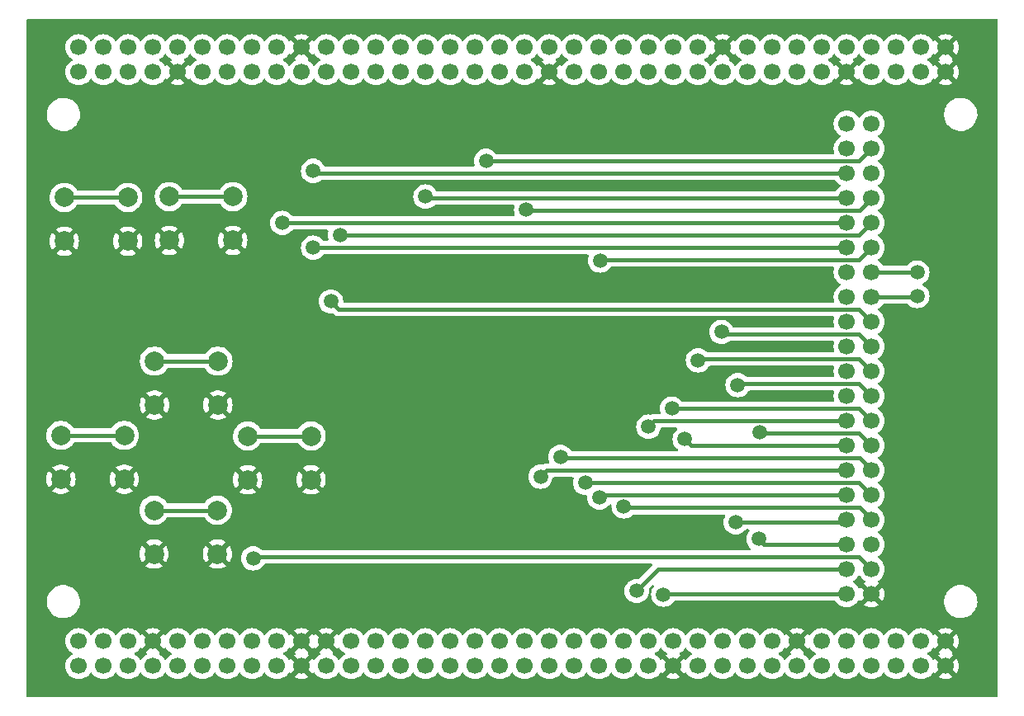
<source format=gbr>
G04 #@! TF.GenerationSoftware,KiCad,Pcbnew,7.0.1*
G04 #@! TF.CreationDate,2023-04-21T07:08:42+02:00*
G04 #@! TF.ProjectId,nucleo144 and 2.2 S6D0164 lcd parallel 16bit,6e75636c-656f-4313-9434-20616e642032,rev?*
G04 #@! TF.SameCoordinates,PX68e7780PY7bfa480*
G04 #@! TF.FileFunction,Copper,L2,Bot*
G04 #@! TF.FilePolarity,Positive*
%FSLAX46Y46*%
G04 Gerber Fmt 4.6, Leading zero omitted, Abs format (unit mm)*
G04 Created by KiCad (PCBNEW 7.0.1) date 2023-04-21 07:08:42*
%MOMM*%
%LPD*%
G01*
G04 APERTURE LIST*
G04 #@! TA.AperFunction,ComponentPad*
%ADD10C,2.000000*%
G04 #@! TD*
G04 #@! TA.AperFunction,ComponentPad*
%ADD11C,1.700000*%
G04 #@! TD*
G04 #@! TA.AperFunction,ViaPad*
%ADD12C,1.500000*%
G04 #@! TD*
G04 #@! TA.AperFunction,Conductor*
%ADD13C,0.400000*%
G04 #@! TD*
G04 APERTURE END LIST*
D10*
G04 #@! TO.P,SW4,1,1*
G04 #@! TO.N,sw4*
X13342400Y34678000D03*
X19842400Y34678000D03*
G04 #@! TO.P,SW4,2,2*
G04 #@! TO.N,GND*
X13342400Y30178000D03*
X19842400Y30178000D03*
G04 #@! TD*
G04 #@! TO.P,SW5,1,1*
G04 #@! TO.N,sw5*
X4098000Y51478000D03*
X10598000Y51478000D03*
G04 #@! TO.P,SW5,2,2*
G04 #@! TO.N,GND*
X4098000Y46978000D03*
X10598000Y46978000D03*
G04 #@! TD*
G04 #@! TO.P,SW1,1,1*
G04 #@! TO.N,sw1*
X13292800Y19372400D03*
X19792800Y19372400D03*
G04 #@! TO.P,SW1,2,2*
G04 #@! TO.N,GND*
X13292800Y14872400D03*
X19792800Y14872400D03*
G04 #@! TD*
G04 #@! TO.P,SW6,1,1*
G04 #@! TO.N,sw6*
X14866400Y51564800D03*
X21366400Y51564800D03*
G04 #@! TO.P,SW6,2,2*
G04 #@! TO.N,GND*
X14866400Y47064800D03*
X21366400Y47064800D03*
G04 #@! TD*
D11*
G04 #@! TO.P,TFT1,1,GND*
G04 #@! TO.N,GND*
X86861000Y10769000D03*
G04 #@! TO.P,TFT1,2,DB0*
G04 #@! TO.N,D0*
X84321000Y10769000D03*
G04 #@! TO.P,TFT1,3,VCC*
G04 #@! TO.N,3v3*
X86861000Y13309000D03*
G04 #@! TO.P,TFT1,4,DB1*
G04 #@! TO.N,D1*
X84321000Y13309000D03*
G04 #@! TO.P,TFT1,5,NC*
G04 #@! TO.N,unconnected-(TFT1-NC-Pad5)*
X86861000Y15849000D03*
G04 #@! TO.P,TFT1,6,DB2*
G04 #@! TO.N,D2*
X84321000Y15849000D03*
G04 #@! TO.P,TFT1,7,RS*
G04 #@! TO.N,LCD_RS*
X86861000Y18389000D03*
G04 #@! TO.P,TFT1,8,DB3*
G04 #@! TO.N,D3*
X84321000Y18389000D03*
G04 #@! TO.P,TFT1,9,WR*
G04 #@! TO.N,LCD_WR*
X86861000Y20929000D03*
G04 #@! TO.P,TFT1,10,DB4*
G04 #@! TO.N,D4*
X84321000Y20929000D03*
G04 #@! TO.P,TFT1,11,RD*
G04 #@! TO.N,LCD_RD*
X86861000Y23469000D03*
G04 #@! TO.P,TFT1,12,DB5*
G04 #@! TO.N,D5*
X84321000Y23469000D03*
G04 #@! TO.P,TFT1,13,DB8*
G04 #@! TO.N,D8*
X86861000Y26009000D03*
G04 #@! TO.P,TFT1,14,DB6*
G04 #@! TO.N,D6*
X84321000Y26009000D03*
G04 #@! TO.P,TFT1,15,DB9*
G04 #@! TO.N,D9*
X86861000Y28549000D03*
G04 #@! TO.P,TFT1,16,DB7*
G04 #@! TO.N,D7*
X84321000Y28549000D03*
G04 #@! TO.P,TFT1,17,DB10*
G04 #@! TO.N,D10*
X86861000Y31089000D03*
G04 #@! TO.P,TFT1,18,NC*
G04 #@! TO.N,unconnected-(TFT1-NC-Pad18)*
X84321000Y31089000D03*
G04 #@! TO.P,TFT1,19,DB11*
G04 #@! TO.N,D11*
X86861000Y33629000D03*
G04 #@! TO.P,TFT1,20,NC*
G04 #@! TO.N,unconnected-(TFT1-NC-Pad20)*
X84321000Y33629000D03*
G04 #@! TO.P,TFT1,21,DB12*
G04 #@! TO.N,D12*
X86861000Y36169000D03*
G04 #@! TO.P,TFT1,22,NC*
G04 #@! TO.N,unconnected-(TFT1-NC-Pad22)*
X84321000Y36169000D03*
G04 #@! TO.P,TFT1,23,DB13*
G04 #@! TO.N,D13*
X86861000Y38709000D03*
G04 #@! TO.P,TFT1,24,NC*
G04 #@! TO.N,unconnected-(TFT1-NC-Pad24)*
X84321000Y38709000D03*
G04 #@! TO.P,TFT1,25,DB14*
G04 #@! TO.N,D14*
X86861000Y41249000D03*
G04 #@! TO.P,TFT1,26,NC*
G04 #@! TO.N,unconnected-(TFT1-NC-Pad26)*
X84321000Y41249000D03*
G04 #@! TO.P,TFT1,27,DB15*
G04 #@! TO.N,D15*
X86861000Y43789000D03*
G04 #@! TO.P,TFT1,28,NC*
G04 #@! TO.N,unconnected-(TFT1-NC-Pad28)*
X84321000Y43789000D03*
G04 #@! TO.P,TFT1,29,CS*
G04 #@! TO.N,LCD_CS*
X86861000Y46329000D03*
G04 #@! TO.P,TFT1,30,SD_MISO*
G04 #@! TO.N,SPI_MISO*
X84321000Y46329000D03*
G04 #@! TO.P,TFT1,31,F_CS*
G04 #@! TO.N,F_CS*
X86861000Y48869000D03*
G04 #@! TO.P,TFT1,32,SD_SCK*
G04 #@! TO.N,SPI_CLK*
X84321000Y48869000D03*
G04 #@! TO.P,TFT1,33,RESET*
G04 #@! TO.N,LCD_RST*
X86861000Y51409000D03*
G04 #@! TO.P,TFT1,34,SD_MOSI*
G04 #@! TO.N,SPI_MOSI*
X84321000Y51409000D03*
G04 #@! TO.P,TFT1,35,NC*
G04 #@! TO.N,unconnected-(TFT1-NC-Pad35)*
X86861000Y53949000D03*
G04 #@! TO.P,TFT1,36,SD_CS*
G04 #@! TO.N,SD_CS*
X84321000Y53949000D03*
G04 #@! TO.P,TFT1,37,LED_A*
G04 #@! TO.N,LCD_BL*
X86861000Y56489000D03*
G04 #@! TO.P,TFT1,38,NC*
G04 #@! TO.N,unconnected-(TFT1-NC-Pad38)*
X84321000Y56489000D03*
G04 #@! TO.P,TFT1,39,NC*
G04 #@! TO.N,unconnected-(TFT1-NC-Pad39)*
X86861000Y59029000D03*
G04 #@! TO.P,TFT1,40,NC*
G04 #@! TO.N,unconnected-(TFT1-NC-Pad40)*
X84321000Y59029000D03*
G04 #@! TD*
D10*
G04 #@! TO.P,SW3,1,1*
G04 #@! TO.N,sw3*
X22894000Y26992400D03*
X29394000Y26992400D03*
G04 #@! TO.P,SW3,2,2*
G04 #@! TO.N,GND*
X22894000Y22492400D03*
X29394000Y22492400D03*
G04 #@! TD*
D11*
G04 #@! TO.P,U1,1,PC10*
G04 #@! TO.N,sw1*
X5564000Y3377000D03*
G04 #@! TO.P,U1,2,PC11*
G04 #@! TO.N,sw2*
X5564000Y5917000D03*
G04 #@! TO.P,U1,3,PC12*
G04 #@! TO.N,sw3*
X8104000Y3377000D03*
G04 #@! TO.P,U1,4,PD2*
G04 #@! TO.N,sw4*
X8104000Y5917000D03*
G04 #@! TO.P,U1,5,VDD*
G04 #@! TO.N,unconnected-(U1-VDD-Pad5)*
X10644000Y3377000D03*
G04 #@! TO.P,U1,6,E5V*
G04 #@! TO.N,unconnected-(U1-E5V-Pad6)*
X10644000Y5917000D03*
G04 #@! TO.P,U1,7,~{BOOT0}*
G04 #@! TO.N,unconnected-(U1-~{BOOT0}-Pad7)*
X13184000Y3377000D03*
G04 #@! TO.P,U1,8,GND*
G04 #@! TO.N,GND*
X13184000Y5917000D03*
G04 #@! TO.P,U1,9,PF6*
G04 #@! TO.N,unconnected-(U1-PF6-Pad9)*
X15724000Y3377000D03*
G04 #@! TO.P,U1,10,NC*
G04 #@! TO.N,unconnected-(U1-NC-Pad10)*
X15724000Y5917000D03*
G04 #@! TO.P,U1,11,PF7*
G04 #@! TO.N,unconnected-(U1-PF7-Pad11)*
X18264000Y3377000D03*
G04 #@! TO.P,U1,12,IOREF*
G04 #@! TO.N,unconnected-(U1-IOREF-Pad12)*
X18264000Y5917000D03*
G04 #@! TO.P,U1,13,TMS/PA13*
G04 #@! TO.N,unconnected-(U1-TMS{slash}PA13-Pad13)*
X20804000Y3377000D03*
G04 #@! TO.P,U1,14,~{RST}*
G04 #@! TO.N,unconnected-(U1-~{RST}-Pad14)*
X20804000Y5917000D03*
G04 #@! TO.P,U1,15,TCK/PA14*
G04 #@! TO.N,unconnected-(U1-TCK{slash}PA14-Pad15)*
X23344000Y3377000D03*
G04 #@! TO.P,U1,16,+3V3*
G04 #@! TO.N,3v3*
X23344000Y5917000D03*
G04 #@! TO.P,U1,17,PA15*
G04 #@! TO.N,unconnected-(U1-PA15-Pad17)*
X25884000Y3377000D03*
G04 #@! TO.P,U1,18,+5V*
G04 #@! TO.N,unconnected-(U1-+5V-Pad18)*
X25884000Y5917000D03*
G04 #@! TO.P,U1,19,GND*
G04 #@! TO.N,GND*
X28424000Y3377000D03*
G04 #@! TO.P,U1,20,GND*
X28424000Y5917000D03*
G04 #@! TO.P,U1,21,LD2/PB7*
G04 #@! TO.N,unconnected-(U1-LD2{slash}PB7-Pad21)*
X30964000Y3377000D03*
G04 #@! TO.P,U1,22,GND*
G04 #@! TO.N,GND*
X30964000Y5917000D03*
G04 #@! TO.P,U1,23,BT/PC13*
G04 #@! TO.N,unconnected-(U1-BT{slash}PC13-Pad23)*
X33504000Y3377000D03*
G04 #@! TO.P,U1,24,VIN*
G04 #@! TO.N,unconnected-(U1-VIN-Pad24)*
X33504000Y5917000D03*
G04 #@! TO.P,U1,25,RTC_CRYSTAL/PC14*
G04 #@! TO.N,unconnected-(U1-RTC_CRYSTAL{slash}PC14-Pad25)*
X36044000Y3377000D03*
G04 #@! TO.P,U1,26,NC*
G04 #@! TO.N,unconnected-(U1-NC-Pad26)*
X36044000Y5917000D03*
G04 #@! TO.P,U1,27,RTC_CRYSTAL/PC15*
G04 #@! TO.N,unconnected-(U1-RTC_CRYSTAL{slash}PC15-Pad27)*
X38584000Y3377000D03*
G04 #@! TO.P,U1,28,ETH_REF_CLK/PA0*
G04 #@! TO.N,unconnected-(U1-ETH_REF_CLK{slash}PA0-Pad28)*
X38584000Y5917000D03*
G04 #@! TO.P,U1,29,PH0*
G04 #@! TO.N,unconnected-(U1-PH0-Pad29)*
X41124000Y3377000D03*
G04 #@! TO.P,U1,30,ETH_MDIO/PA1*
G04 #@! TO.N,unconnected-(U1-ETH_MDIO{slash}PA1-Pad30)*
X41124000Y5917000D03*
G04 #@! TO.P,U1,31,PH1*
G04 #@! TO.N,unconnected-(U1-PH1-Pad31)*
X43664000Y3377000D03*
G04 #@! TO.P,U1,32,PA4*
G04 #@! TO.N,unconnected-(U1-PA4-Pad32)*
X43664000Y5917000D03*
G04 #@! TO.P,U1,33,VBAT*
G04 #@! TO.N,unconnected-(U1-VBAT-Pad33)*
X46204000Y3377000D03*
G04 #@! TO.P,U1,34,PB0*
G04 #@! TO.N,unconnected-(U1-PB0-Pad34)*
X46204000Y5917000D03*
G04 #@! TO.P,U1,35,PC2*
G04 #@! TO.N,LCD_BL*
X48744000Y3377000D03*
G04 #@! TO.P,U1,36,ETH_MDC/PC1*
G04 #@! TO.N,unconnected-(U1-ETH_MDC{slash}PC1-Pad36)*
X48744000Y5917000D03*
G04 #@! TO.P,U1,37,PC3*
G04 #@! TO.N,PEN*
X51284000Y3377000D03*
G04 #@! TO.P,U1,38,PC0*
G04 #@! TO.N,LCD_RST*
X51284000Y5917000D03*
G04 #@! TO.P,U1,39,PD4*
G04 #@! TO.N,LCD_RD*
X53824000Y3377000D03*
G04 #@! TO.P,U1,40,PD3*
G04 #@! TO.N,unconnected-(U1-PD3-Pad40)*
X53824000Y5917000D03*
G04 #@! TO.P,U1,41,PD5*
G04 #@! TO.N,LCD_WR*
X56364000Y3377000D03*
G04 #@! TO.P,U1,42,PG2*
G04 #@! TO.N,unconnected-(U1-PG2-Pad42)*
X56364000Y5917000D03*
G04 #@! TO.P,U1,43,PD6*
G04 #@! TO.N,unconnected-(U1-PD6-Pad43)*
X58904000Y3377000D03*
G04 #@! TO.P,U1,44,PG3*
G04 #@! TO.N,unconnected-(U1-PG3-Pad44)*
X58904000Y5917000D03*
G04 #@! TO.P,U1,45,PD7*
G04 #@! TO.N,LCD_CS*
X61444000Y3377000D03*
G04 #@! TO.P,U1,46,PE2*
G04 #@! TO.N,unconnected-(U1-PE2-Pad46)*
X61444000Y5917000D03*
G04 #@! TO.P,U1,47,PE3*
G04 #@! TO.N,unconnected-(U1-PE3-Pad47)*
X63984000Y3377000D03*
G04 #@! TO.P,U1,48,PE4*
G04 #@! TO.N,unconnected-(U1-PE4-Pad48)*
X63984000Y5917000D03*
G04 #@! TO.P,U1,49,GND*
G04 #@! TO.N,GND*
X66524000Y3377000D03*
G04 #@! TO.P,U1,50,PE5*
G04 #@! TO.N,unconnected-(U1-PE5-Pad50)*
X66524000Y5917000D03*
G04 #@! TO.P,U1,51,PF1*
G04 #@! TO.N,unconnected-(U1-PF1-Pad51)*
X69064000Y3377000D03*
G04 #@! TO.P,U1,52,PF2*
G04 #@! TO.N,unconnected-(U1-PF2-Pad52)*
X69064000Y5917000D03*
G04 #@! TO.P,U1,53,PF0*
G04 #@! TO.N,unconnected-(U1-PF0-Pad53)*
X71604000Y3377000D03*
G04 #@! TO.P,U1,54,PF8*
G04 #@! TO.N,unconnected-(U1-PF8-Pad54)*
X71604000Y5917000D03*
G04 #@! TO.P,U1,55,PD1*
G04 #@! TO.N,D3*
X74144000Y3377000D03*
G04 #@! TO.P,U1,56,PF9*
G04 #@! TO.N,unconnected-(U1-PF9-Pad56)*
X74144000Y5917000D03*
G04 #@! TO.P,U1,57,PD0*
G04 #@! TO.N,D2*
X76684000Y3377000D03*
G04 #@! TO.P,U1,58,PG1*
G04 #@! TO.N,unconnected-(U1-PG1-Pad58)*
X76684000Y5917000D03*
G04 #@! TO.P,U1,59,PG0*
G04 #@! TO.N,unconnected-(U1-PG0-Pad59)*
X79224000Y3377000D03*
G04 #@! TO.P,U1,60,GND*
G04 #@! TO.N,GND*
X79224000Y5917000D03*
G04 #@! TO.P,U1,61,PE1*
G04 #@! TO.N,unconnected-(U1-PE1-Pad61)*
X81764000Y3377000D03*
G04 #@! TO.P,U1,62,PE6*
G04 #@! TO.N,unconnected-(U1-PE6-Pad62)*
X81764000Y5917000D03*
G04 #@! TO.P,U1,63,PG9*
G04 #@! TO.N,unconnected-(U1-PG9-Pad63)*
X84304000Y3377000D03*
G04 #@! TO.P,U1,64,PG15*
G04 #@! TO.N,unconnected-(U1-PG15-Pad64)*
X84304000Y5917000D03*
G04 #@! TO.P,U1,65,PG12*
G04 #@! TO.N,unconnected-(U1-PG12-Pad65)*
X86844000Y3377000D03*
G04 #@! TO.P,U1,66,PG10*
G04 #@! TO.N,unconnected-(U1-PG10-Pad66)*
X86844000Y5917000D03*
G04 #@! TO.P,U1,67,NC*
G04 #@! TO.N,unconnected-(U1-NC-Pad67)*
X89384000Y3377000D03*
G04 #@! TO.P,U1,68,PG13/ETH_TXD0*
G04 #@! TO.N,unconnected-(U1-PG13{slash}ETH_TXD0-Pad68)*
X89384000Y5917000D03*
G04 #@! TO.P,U1,69,STLINK_RX/PD9*
G04 #@! TO.N,D14*
X91924000Y3377000D03*
G04 #@! TO.P,U1,70,PG11/ETH_TX_EN*
G04 #@! TO.N,unconnected-(U1-PG11{slash}ETH_TX_EN-Pad70)*
X91924000Y5917000D03*
G04 #@! TO.P,U1,71,GND*
G04 #@! TO.N,GND*
X94464000Y3377000D03*
G04 #@! TO.P,U1,72,GND*
X94464000Y5917000D03*
G04 #@! TO.P,U1,73,PC9*
G04 #@! TO.N,unconnected-(U1-PC9-Pad73)*
X5564000Y64337000D03*
G04 #@! TO.P,U1,74,PC8*
G04 #@! TO.N,unconnected-(U1-PC8-Pad74)*
X5564000Y66877000D03*
G04 #@! TO.P,U1,75,PB8*
G04 #@! TO.N,sw5*
X8104000Y64337000D03*
G04 #@! TO.P,U1,76,PC6*
G04 #@! TO.N,unconnected-(U1-PC6-Pad76)*
X8104000Y66877000D03*
G04 #@! TO.P,U1,77,PB9*
G04 #@! TO.N,sw6*
X10644000Y64337000D03*
G04 #@! TO.P,U1,78,ETH_RXD1/PC5*
G04 #@! TO.N,unconnected-(U1-ETH_RXD1{slash}PC5-Pad78)*
X10644000Y66877000D03*
G04 #@! TO.P,U1,79,AVDD*
G04 #@! TO.N,unconnected-(U1-AVDD-Pad79)*
X13184000Y64337000D03*
G04 #@! TO.P,U1,80,U5V*
G04 #@! TO.N,unconnected-(U1-U5V-Pad80)*
X13184000Y66877000D03*
G04 #@! TO.P,U1,81,GND*
G04 #@! TO.N,GND*
X15724000Y64337000D03*
G04 #@! TO.P,U1,82,STLINK_TX/PD8*
G04 #@! TO.N,D13*
X15724000Y66877000D03*
G04 #@! TO.P,U1,83,PA5*
G04 #@! TO.N,SPI_CLK*
X18264000Y64337000D03*
G04 #@! TO.P,U1,84,USB_DP/PA12*
G04 #@! TO.N,unconnected-(U1-USB_DP{slash}PA12-Pad84)*
X18264000Y66877000D03*
G04 #@! TO.P,U1,85,PA6*
G04 #@! TO.N,SPI_MISO*
X20804000Y64337000D03*
G04 #@! TO.P,U1,86,USB_DM/PA11*
G04 #@! TO.N,unconnected-(U1-USB_DM{slash}PA11-Pad86)*
X20804000Y66877000D03*
G04 #@! TO.P,U1,87,ETH_CRS_DV/PA7*
G04 #@! TO.N,unconnected-(U1-ETH_CRS_DV{slash}PA7-Pad87)*
X23344000Y64337000D03*
G04 #@! TO.P,U1,88,PB12*
G04 #@! TO.N,unconnected-(U1-PB12-Pad88)*
X23344000Y66877000D03*
G04 #@! TO.P,U1,89,PB6*
G04 #@! TO.N,unconnected-(U1-PB6-Pad89)*
X25884000Y64337000D03*
G04 #@! TO.P,U1,90,PB11*
G04 #@! TO.N,unconnected-(U1-PB11-Pad90)*
X25884000Y66877000D03*
G04 #@! TO.P,U1,91,PC7*
G04 #@! TO.N,unconnected-(U1-PC7-Pad91)*
X28424000Y64337000D03*
G04 #@! TO.P,U1,92,GND*
G04 #@! TO.N,GND*
X28424000Y66877000D03*
G04 #@! TO.P,U1,93,USB_VBUS/PA9*
G04 #@! TO.N,unconnected-(U1-USB_VBUS{slash}PA9-Pad93)*
X30964000Y64337000D03*
G04 #@! TO.P,U1,94,PB2*
G04 #@! TO.N,SD_CS*
X30964000Y66877000D03*
G04 #@! TO.P,U1,95,USB_SOF/PA8*
G04 #@! TO.N,unconnected-(U1-USB_SOF{slash}PA8-Pad95)*
X33504000Y64337000D03*
G04 #@! TO.P,U1,96,PB1*
G04 #@! TO.N,F_CS*
X33504000Y66877000D03*
G04 #@! TO.P,U1,97,PB10*
G04 #@! TO.N,unconnected-(U1-PB10-Pad97)*
X36044000Y64337000D03*
G04 #@! TO.P,U1,98,PB15*
G04 #@! TO.N,unconnected-(U1-PB15-Pad98)*
X36044000Y66877000D03*
G04 #@! TO.P,U1,99,PB4*
G04 #@! TO.N,unconnected-(U1-PB4-Pad99)*
X38584000Y64337000D03*
G04 #@! TO.P,U1,100,LD3/PB14*
G04 #@! TO.N,unconnected-(U1-LD3{slash}PB14-Pad100)*
X38584000Y66877000D03*
G04 #@! TO.P,U1,101,PB5*
G04 #@! TO.N,SPI_MOSI*
X41124000Y64337000D03*
G04 #@! TO.P,U1,102,ETH_TXD1/PB13*
G04 #@! TO.N,unconnected-(U1-ETH_TXD1{slash}PB13-Pad102)*
X41124000Y66877000D03*
G04 #@! TO.P,U1,103,SWO/PB3*
G04 #@! TO.N,unconnected-(U1-SWO{slash}PB3-Pad103)*
X43664000Y64337000D03*
G04 #@! TO.P,U1,104,AGND*
G04 #@! TO.N,unconnected-(U1-AGND-Pad104)*
X43664000Y66877000D03*
G04 #@! TO.P,U1,105,USB_ID/PA10*
G04 #@! TO.N,unconnected-(U1-USB_ID{slash}PA10-Pad105)*
X46204000Y64337000D03*
G04 #@! TO.P,U1,106,ETH_RXD0/PC4*
G04 #@! TO.N,unconnected-(U1-ETH_RXD0{slash}PC4-Pad106)*
X46204000Y66877000D03*
G04 #@! TO.P,U1,107,PA2*
G04 #@! TO.N,unconnected-(U1-PA2-Pad107)*
X48744000Y64337000D03*
G04 #@! TO.P,U1,108,PF5*
G04 #@! TO.N,unconnected-(U1-PF5-Pad108)*
X48744000Y66877000D03*
G04 #@! TO.P,U1,109,PA3*
G04 #@! TO.N,T_CS*
X51284000Y64337000D03*
G04 #@! TO.P,U1,110,PF4*
G04 #@! TO.N,unconnected-(U1-PF4-Pad110)*
X51284000Y66877000D03*
G04 #@! TO.P,U1,111,GND*
G04 #@! TO.N,GND*
X53824000Y64337000D03*
G04 #@! TO.P,U1,112,PE8*
G04 #@! TO.N,D5*
X53824000Y66877000D03*
G04 #@! TO.P,U1,113,PD13*
G04 #@! TO.N,unconnected-(U1-PD13-Pad113)*
X56364000Y64337000D03*
G04 #@! TO.P,U1,114,PF10*
G04 #@! TO.N,unconnected-(U1-PF10-Pad114)*
X56364000Y66877000D03*
G04 #@! TO.P,U1,115,PD12*
G04 #@! TO.N,unconnected-(U1-PD12-Pad115)*
X58904000Y64337000D03*
G04 #@! TO.P,U1,116,PE7*
G04 #@! TO.N,D4*
X58904000Y66877000D03*
G04 #@! TO.P,U1,117,PD11*
G04 #@! TO.N,LCD_RS*
X61444000Y64337000D03*
G04 #@! TO.P,U1,118,PD14*
G04 #@! TO.N,D0*
X61444000Y66877000D03*
G04 #@! TO.P,U1,119,PE10*
G04 #@! TO.N,D7*
X63984000Y64337000D03*
G04 #@! TO.P,U1,120,PD15*
G04 #@! TO.N,D1*
X63984000Y66877000D03*
G04 #@! TO.P,U1,121,PE12*
G04 #@! TO.N,D9*
X66524000Y64337000D03*
G04 #@! TO.P,U1,122,PF14*
G04 #@! TO.N,unconnected-(U1-PF14-Pad122)*
X66524000Y66877000D03*
G04 #@! TO.P,U1,123,PE14*
G04 #@! TO.N,D11*
X69064000Y64337000D03*
G04 #@! TO.P,U1,124,PE9*
G04 #@! TO.N,D6*
X69064000Y66877000D03*
G04 #@! TO.P,U1,125,PE15*
G04 #@! TO.N,D12*
X71604000Y64337000D03*
G04 #@! TO.P,U1,126,GND*
G04 #@! TO.N,GND*
X71604000Y66877000D03*
G04 #@! TO.P,U1,127,PE13*
G04 #@! TO.N,D10*
X74144000Y64337000D03*
G04 #@! TO.P,U1,128,PE11*
G04 #@! TO.N,D8*
X74144000Y66877000D03*
G04 #@! TO.P,U1,129,PF13*
G04 #@! TO.N,unconnected-(U1-PF13-Pad129)*
X76684000Y64337000D03*
G04 #@! TO.P,U1,130,PF3*
G04 #@! TO.N,unconnected-(U1-PF3-Pad130)*
X76684000Y66877000D03*
G04 #@! TO.P,U1,131,PF12*
G04 #@! TO.N,unconnected-(U1-PF12-Pad131)*
X79224000Y64337000D03*
G04 #@! TO.P,U1,132,PF15*
G04 #@! TO.N,unconnected-(U1-PF15-Pad132)*
X79224000Y66877000D03*
G04 #@! TO.P,U1,133,PG14*
G04 #@! TO.N,unconnected-(U1-PG14-Pad133)*
X81764000Y64337000D03*
G04 #@! TO.P,U1,134,PF11*
G04 #@! TO.N,unconnected-(U1-PF11-Pad134)*
X81764000Y66877000D03*
G04 #@! TO.P,U1,135,GND*
G04 #@! TO.N,GND*
X84304000Y64337000D03*
G04 #@! TO.P,U1,136,PE0*
G04 #@! TO.N,unconnected-(U1-PE0-Pad136)*
X84304000Y66877000D03*
G04 #@! TO.P,U1,137,PD10*
G04 #@! TO.N,D15*
X86844000Y64337000D03*
G04 #@! TO.P,U1,138,PG8*
G04 #@! TO.N,unconnected-(U1-PG8-Pad138)*
X86844000Y66877000D03*
G04 #@! TO.P,U1,139,PG7/USB_GPIO_IN*
G04 #@! TO.N,unconnected-(U1-PG7{slash}USB_GPIO_IN-Pad139)*
X89384000Y64337000D03*
G04 #@! TO.P,U1,140,PG5*
G04 #@! TO.N,unconnected-(U1-PG5-Pad140)*
X89384000Y66877000D03*
G04 #@! TO.P,U1,141,PG4*
G04 #@! TO.N,unconnected-(U1-PG4-Pad141)*
X91924000Y64337000D03*
G04 #@! TO.P,U1,142,PG6/USB_GPIO_OUT*
G04 #@! TO.N,unconnected-(U1-PG6{slash}USB_GPIO_OUT-Pad142)*
X91924000Y66877000D03*
G04 #@! TO.P,U1,143,GND*
G04 #@! TO.N,GND*
X94464000Y64337000D03*
G04 #@! TO.P,U1,144,GND*
X94464000Y66877000D03*
G04 #@! TD*
D10*
G04 #@! TO.P,SW2,1,1*
G04 #@! TO.N,sw2*
X3743600Y27058000D03*
X10243600Y27058000D03*
G04 #@! TO.P,SW2,2,2*
G04 #@! TO.N,GND*
X3743600Y22558000D03*
X10243600Y22558000D03*
G04 #@! TD*
D12*
G04 #@! TO.N,3v3*
X23477000Y14430000D03*
G04 #@! TO.N,LCD_RD*
X54973000Y24844000D03*
G04 #@! TO.N,LCD_WR*
X57513000Y22177000D03*
G04 #@! TO.N,LCD_CS*
X59011600Y45011600D03*
G04 #@! TO.N,LCD_RST*
X51442400Y50193200D03*
G04 #@! TO.N,LCD_RS*
X61450000Y19764000D03*
G04 #@! TO.N,LCD_BL*
X47327600Y55222400D03*
G04 #@! TO.N,SPI_MISO*
X29598400Y46329000D03*
G04 #@! TO.N,SPI_MOSI*
X41130000Y51564800D03*
G04 #@! TO.N,F_CS*
X32341600Y47602400D03*
G04 #@! TO.N,SPI_CLK*
X26448800Y48869000D03*
G04 #@! TO.N,SD_CS*
X29598400Y54206400D03*
G04 #@! TO.N,D0*
X65514000Y10721600D03*
G04 #@! TO.N,D1*
X62770800Y11077200D03*
G04 #@! TO.N,D2*
X75267600Y16411200D03*
G04 #@! TO.N,D3*
X72930800Y18138400D03*
G04 #@! TO.N,D4*
X58960800Y20678400D03*
G04 #@! TO.N,D5*
X52915600Y22812000D03*
G04 #@! TO.N,D6*
X67698400Y26672800D03*
G04 #@! TO.N,D7*
X63990000Y27942800D03*
G04 #@! TO.N,D8*
X75420000Y27384000D03*
G04 #@! TO.N,D9*
X66403000Y29797000D03*
G04 #@! TO.N,D10*
X73134000Y32210000D03*
G04 #@! TO.N,D11*
X69070000Y34750000D03*
G04 #@! TO.N,D12*
X71483000Y37671000D03*
G04 #@! TO.N,D13*
X31427200Y40795200D03*
G04 #@! TO.N,D14*
X91549000Y41354000D03*
G04 #@! TO.N,D15*
X91549000Y43767000D03*
G04 #@! TD*
D13*
G04 #@! TO.N,sw1*
X19792800Y19372400D02*
X13292800Y19372400D01*
G04 #@! TO.N,sw2*
X10243600Y27058000D02*
X3743600Y27058000D01*
G04 #@! TO.N,sw3*
X22894000Y26992400D02*
X29394000Y26992400D01*
G04 #@! TO.N,sw4*
X19842400Y34678000D02*
X13342400Y34678000D01*
G04 #@! TO.N,3v3*
X85587600Y14582400D02*
X23629400Y14582400D01*
X86861000Y13309000D02*
X85587600Y14582400D01*
X23629400Y14582400D02*
X23477000Y14430000D01*
G04 #@! TO.N,LCD_RD*
X85611000Y24719000D02*
X55098000Y24719000D01*
X55098000Y24719000D02*
X54973000Y24844000D01*
X86861000Y23469000D02*
X85611000Y24719000D01*
G04 #@! TO.N,LCD_WR*
X86861000Y20929000D02*
X85587600Y22202400D01*
X57538400Y22202400D02*
X57513000Y22177000D01*
X85587600Y22202400D02*
X57538400Y22202400D01*
G04 #@! TO.N,LCD_CS*
X85594400Y45062400D02*
X59062400Y45062400D01*
X59062400Y45062400D02*
X59011600Y45011600D01*
X86861000Y46329000D02*
X85594400Y45062400D01*
G04 #@! TO.N,LCD_RST*
X86861000Y51409000D02*
X85611000Y50159000D01*
X85611000Y50159000D02*
X51476600Y50159000D01*
X51476600Y50159000D02*
X51442400Y50193200D01*
G04 #@! TO.N,LCD_RS*
X61575000Y19639000D02*
X61450000Y19764000D01*
X85611000Y19639000D02*
X61575000Y19639000D01*
X86861000Y18389000D02*
X85611000Y19639000D01*
G04 #@! TO.N,LCD_BL*
X47327600Y55222400D02*
X85594400Y55222400D01*
X85594400Y55222400D02*
X86861000Y56489000D01*
G04 #@! TO.N,SPI_MISO*
X29598400Y46329000D02*
X84321000Y46329000D01*
G04 #@! TO.N,SPI_MOSI*
X84321000Y51409000D02*
X41285800Y51409000D01*
X41285800Y51409000D02*
X41130000Y51564800D01*
G04 #@! TO.N,F_CS*
X86861000Y48869000D02*
X85594400Y47602400D01*
X85594400Y47602400D02*
X32341600Y47602400D01*
G04 #@! TO.N,SPI_CLK*
X26448800Y48869000D02*
X84321000Y48869000D01*
G04 #@! TO.N,SD_CS*
X29855800Y53949000D02*
X29598400Y54206400D01*
X84321000Y53949000D02*
X29855800Y53949000D01*
G04 #@! TO.N,D0*
X84321000Y10769000D02*
X65561400Y10769000D01*
X65561400Y10769000D02*
X65514000Y10721600D01*
G04 #@! TO.N,D1*
X65002600Y13309000D02*
X62770800Y11077200D01*
X84321000Y13309000D02*
X65002600Y13309000D01*
G04 #@! TO.N,D2*
X75829800Y15849000D02*
X75267600Y16411200D01*
X84321000Y15849000D02*
X75829800Y15849000D01*
G04 #@! TO.N,D3*
X84571600Y18138400D02*
X72930800Y18138400D01*
X84321000Y18389000D02*
X84571600Y18138400D01*
G04 #@! TO.N,D4*
X84321000Y20929000D02*
X59211400Y20929000D01*
X59211400Y20929000D02*
X58960800Y20678400D01*
G04 #@! TO.N,D5*
X53572600Y23469000D02*
X52915600Y22812000D01*
X84321000Y23469000D02*
X53572600Y23469000D01*
G04 #@! TO.N,D6*
X84321000Y26009000D02*
X68362200Y26009000D01*
X68362200Y26009000D02*
X67698400Y26672800D01*
G04 #@! TO.N,D7*
X64596200Y28549000D02*
X63990000Y27942800D01*
X84321000Y28549000D02*
X64596200Y28549000D01*
G04 #@! TO.N,D8*
X86861000Y26009000D02*
X85587600Y27282400D01*
X75521600Y27282400D02*
X75420000Y27384000D01*
X85587600Y27282400D02*
X75521600Y27282400D01*
G04 #@! TO.N,D9*
X85587600Y29822400D02*
X66428400Y29822400D01*
X66428400Y29822400D02*
X66403000Y29797000D01*
X86861000Y28549000D02*
X85587600Y29822400D01*
G04 #@! TO.N,D10*
X86861000Y31089000D02*
X85587600Y32362400D01*
X73286400Y32362400D02*
X73134000Y32210000D01*
X85587600Y32362400D02*
X73286400Y32362400D01*
G04 #@! TO.N,D11*
X69222400Y34902400D02*
X69070000Y34750000D01*
X85587600Y34902400D02*
X69222400Y34902400D01*
X86861000Y33629000D02*
X85587600Y34902400D01*
G04 #@! TO.N,D12*
X85587600Y37442400D02*
X71711600Y37442400D01*
X71711600Y37442400D02*
X71483000Y37671000D01*
X86861000Y36169000D02*
X85587600Y37442400D01*
G04 #@! TO.N,D13*
X31427200Y40795200D02*
X32240000Y39982400D01*
X32240000Y39982400D02*
X85587600Y39982400D01*
X85587600Y39982400D02*
X86861000Y38709000D01*
G04 #@! TO.N,D14*
X91444000Y41249000D02*
X91549000Y41354000D01*
X86861000Y41249000D02*
X91444000Y41249000D01*
G04 #@! TO.N,D15*
X91527000Y43789000D02*
X86861000Y43789000D01*
X91549000Y43767000D02*
X91527000Y43789000D01*
G04 #@! TO.N,sw5*
X4098000Y51478000D02*
X10598000Y51478000D01*
G04 #@! TO.N,sw6*
X14866400Y51564800D02*
X21366400Y51564800D01*
G04 #@! TD*
G04 #@! TA.AperFunction,Conductor*
G04 #@! TO.N,GND*
G36*
X99737500Y69782887D02*
G01*
X99782887Y69737500D01*
X99799500Y69675500D01*
X99799500Y324500D01*
X99782887Y262500D01*
X99737500Y217113D01*
X99675500Y200500D01*
X324500Y200500D01*
X262500Y217113D01*
X217113Y262500D01*
X200500Y324500D01*
X200500Y3377001D01*
X4208340Y3377001D01*
X4228936Y3141593D01*
X4260593Y3023447D01*
X4290097Y2913337D01*
X4389965Y2699170D01*
X4525505Y2505599D01*
X4692599Y2338505D01*
X4886170Y2202965D01*
X5100337Y2103097D01*
X5328592Y2041937D01*
X5564000Y2021341D01*
X5799408Y2041937D01*
X6027663Y2103097D01*
X6241830Y2202965D01*
X6435401Y2338505D01*
X6602495Y2505599D01*
X6732426Y2691161D01*
X6776743Y2730025D01*
X6834000Y2744036D01*
X6891257Y2730025D01*
X6935573Y2691161D01*
X7065505Y2505599D01*
X7232599Y2338505D01*
X7426170Y2202965D01*
X7640337Y2103097D01*
X7868592Y2041937D01*
X8104000Y2021341D01*
X8339408Y2041937D01*
X8567663Y2103097D01*
X8781830Y2202965D01*
X8975401Y2338505D01*
X9142495Y2505599D01*
X9272426Y2691161D01*
X9316743Y2730025D01*
X9374000Y2744036D01*
X9431257Y2730025D01*
X9475573Y2691161D01*
X9605505Y2505599D01*
X9772599Y2338505D01*
X9966170Y2202965D01*
X10180337Y2103097D01*
X10408592Y2041937D01*
X10644000Y2021341D01*
X10879408Y2041937D01*
X11107663Y2103097D01*
X11321830Y2202965D01*
X11515401Y2338505D01*
X11682495Y2505599D01*
X11812426Y2691161D01*
X11856743Y2730025D01*
X11914000Y2744036D01*
X11971257Y2730025D01*
X12015573Y2691161D01*
X12145505Y2505599D01*
X12312599Y2338505D01*
X12506170Y2202965D01*
X12720337Y2103097D01*
X12948592Y2041937D01*
X13184000Y2021341D01*
X13419408Y2041937D01*
X13647663Y2103097D01*
X13861830Y2202965D01*
X14055401Y2338505D01*
X14222495Y2505599D01*
X14352426Y2691161D01*
X14396743Y2730025D01*
X14454000Y2744036D01*
X14511257Y2730025D01*
X14555573Y2691161D01*
X14685505Y2505599D01*
X14852599Y2338505D01*
X15046170Y2202965D01*
X15260337Y2103097D01*
X15488592Y2041937D01*
X15724000Y2021341D01*
X15959408Y2041937D01*
X16187663Y2103097D01*
X16401830Y2202965D01*
X16595401Y2338505D01*
X16762495Y2505599D01*
X16892426Y2691161D01*
X16936743Y2730025D01*
X16994000Y2744036D01*
X17051257Y2730025D01*
X17095573Y2691161D01*
X17225505Y2505599D01*
X17392599Y2338505D01*
X17586170Y2202965D01*
X17800337Y2103097D01*
X18028592Y2041937D01*
X18264000Y2021341D01*
X18499408Y2041937D01*
X18727663Y2103097D01*
X18941830Y2202965D01*
X19135401Y2338505D01*
X19302495Y2505599D01*
X19432426Y2691161D01*
X19476743Y2730025D01*
X19534000Y2744036D01*
X19591257Y2730025D01*
X19635573Y2691161D01*
X19765505Y2505599D01*
X19932599Y2338505D01*
X20126170Y2202965D01*
X20340337Y2103097D01*
X20568592Y2041937D01*
X20804000Y2021341D01*
X21039408Y2041937D01*
X21267663Y2103097D01*
X21481830Y2202965D01*
X21675401Y2338505D01*
X21842495Y2505599D01*
X21972426Y2691161D01*
X22016743Y2730025D01*
X22074000Y2744036D01*
X22131257Y2730025D01*
X22175573Y2691161D01*
X22305505Y2505599D01*
X22472599Y2338505D01*
X22666170Y2202965D01*
X22880337Y2103097D01*
X23108592Y2041937D01*
X23344000Y2021341D01*
X23579408Y2041937D01*
X23807663Y2103097D01*
X24021830Y2202965D01*
X24215401Y2338505D01*
X24382495Y2505599D01*
X24512426Y2691161D01*
X24556743Y2730025D01*
X24614000Y2744036D01*
X24671257Y2730025D01*
X24715573Y2691161D01*
X24845505Y2505599D01*
X25012599Y2338505D01*
X25206170Y2202965D01*
X25420337Y2103097D01*
X25648592Y2041937D01*
X25884000Y2021341D01*
X26119408Y2041937D01*
X26347663Y2103097D01*
X26561830Y2202965D01*
X26646248Y2262075D01*
X27662625Y2262075D01*
X27746420Y2203401D01*
X27960507Y2103570D01*
X28188681Y2042431D01*
X28424000Y2021843D01*
X28659318Y2042431D01*
X28887492Y2103570D01*
X29101576Y2203400D01*
X29185373Y2262075D01*
X28424000Y3023447D01*
X27662625Y2262075D01*
X26646248Y2262075D01*
X26755401Y2338505D01*
X26922495Y2505599D01*
X27052732Y2691598D01*
X27097048Y2730461D01*
X27154305Y2744472D01*
X27211562Y2730461D01*
X27255880Y2691595D01*
X27309073Y2615627D01*
X28070447Y3376999D01*
X28070447Y3377000D01*
X28777553Y3377000D01*
X29538925Y2615627D01*
X29592119Y2691595D01*
X29636437Y2730461D01*
X29693694Y2744472D01*
X29750951Y2730461D01*
X29795267Y2691598D01*
X29925505Y2505599D01*
X30092599Y2338505D01*
X30286170Y2202965D01*
X30500337Y2103097D01*
X30728592Y2041937D01*
X30964000Y2021341D01*
X31199408Y2041937D01*
X31427663Y2103097D01*
X31641830Y2202965D01*
X31835401Y2338505D01*
X32002495Y2505599D01*
X32132426Y2691161D01*
X32176743Y2730025D01*
X32234000Y2744036D01*
X32291257Y2730025D01*
X32335573Y2691161D01*
X32465505Y2505599D01*
X32632599Y2338505D01*
X32826170Y2202965D01*
X33040337Y2103097D01*
X33268592Y2041937D01*
X33504000Y2021341D01*
X33739408Y2041937D01*
X33967663Y2103097D01*
X34181830Y2202965D01*
X34375401Y2338505D01*
X34542495Y2505599D01*
X34672426Y2691161D01*
X34716743Y2730025D01*
X34774000Y2744036D01*
X34831257Y2730025D01*
X34875573Y2691161D01*
X35005505Y2505599D01*
X35172599Y2338505D01*
X35366170Y2202965D01*
X35580337Y2103097D01*
X35808592Y2041937D01*
X36044000Y2021341D01*
X36279408Y2041937D01*
X36507663Y2103097D01*
X36721830Y2202965D01*
X36915401Y2338505D01*
X37082495Y2505599D01*
X37212426Y2691161D01*
X37256743Y2730025D01*
X37314000Y2744036D01*
X37371257Y2730025D01*
X37415573Y2691161D01*
X37545505Y2505599D01*
X37712599Y2338505D01*
X37906170Y2202965D01*
X38120337Y2103097D01*
X38348592Y2041937D01*
X38584000Y2021341D01*
X38819408Y2041937D01*
X39047663Y2103097D01*
X39261830Y2202965D01*
X39455401Y2338505D01*
X39622495Y2505599D01*
X39752426Y2691161D01*
X39796743Y2730025D01*
X39854000Y2744036D01*
X39911257Y2730025D01*
X39955573Y2691161D01*
X40085505Y2505599D01*
X40252599Y2338505D01*
X40446170Y2202965D01*
X40660337Y2103097D01*
X40888592Y2041937D01*
X41124000Y2021341D01*
X41359408Y2041937D01*
X41587663Y2103097D01*
X41801830Y2202965D01*
X41995401Y2338505D01*
X42162495Y2505599D01*
X42292426Y2691161D01*
X42336743Y2730025D01*
X42394000Y2744036D01*
X42451257Y2730025D01*
X42495573Y2691161D01*
X42625505Y2505599D01*
X42792599Y2338505D01*
X42986170Y2202965D01*
X43200337Y2103097D01*
X43428592Y2041937D01*
X43664000Y2021341D01*
X43899408Y2041937D01*
X44127663Y2103097D01*
X44341830Y2202965D01*
X44535401Y2338505D01*
X44702495Y2505599D01*
X44832426Y2691161D01*
X44876743Y2730025D01*
X44934000Y2744036D01*
X44991257Y2730025D01*
X45035573Y2691161D01*
X45165505Y2505599D01*
X45332599Y2338505D01*
X45526170Y2202965D01*
X45740337Y2103097D01*
X45968592Y2041937D01*
X46204000Y2021341D01*
X46439408Y2041937D01*
X46667663Y2103097D01*
X46881830Y2202965D01*
X47075401Y2338505D01*
X47242495Y2505599D01*
X47372426Y2691161D01*
X47416743Y2730025D01*
X47474000Y2744036D01*
X47531257Y2730025D01*
X47575573Y2691161D01*
X47705505Y2505599D01*
X47872599Y2338505D01*
X48066170Y2202965D01*
X48280337Y2103097D01*
X48508592Y2041937D01*
X48744000Y2021341D01*
X48979408Y2041937D01*
X49207663Y2103097D01*
X49421830Y2202965D01*
X49615401Y2338505D01*
X49782495Y2505599D01*
X49912426Y2691161D01*
X49956743Y2730025D01*
X50014000Y2744036D01*
X50071257Y2730025D01*
X50115573Y2691161D01*
X50245505Y2505599D01*
X50412599Y2338505D01*
X50606170Y2202965D01*
X50820337Y2103097D01*
X51048592Y2041937D01*
X51284000Y2021341D01*
X51519408Y2041937D01*
X51747663Y2103097D01*
X51961830Y2202965D01*
X52155401Y2338505D01*
X52322495Y2505599D01*
X52452426Y2691161D01*
X52496743Y2730025D01*
X52554000Y2744036D01*
X52611257Y2730025D01*
X52655573Y2691161D01*
X52785505Y2505599D01*
X52952599Y2338505D01*
X53146170Y2202965D01*
X53360337Y2103097D01*
X53588592Y2041937D01*
X53824000Y2021341D01*
X54059408Y2041937D01*
X54287663Y2103097D01*
X54501830Y2202965D01*
X54695401Y2338505D01*
X54862495Y2505599D01*
X54992426Y2691161D01*
X55036743Y2730025D01*
X55094000Y2744036D01*
X55151257Y2730025D01*
X55195573Y2691161D01*
X55325505Y2505599D01*
X55492599Y2338505D01*
X55686170Y2202965D01*
X55900337Y2103097D01*
X56128592Y2041937D01*
X56364000Y2021341D01*
X56599408Y2041937D01*
X56827663Y2103097D01*
X57041830Y2202965D01*
X57235401Y2338505D01*
X57402495Y2505599D01*
X57532426Y2691161D01*
X57576743Y2730025D01*
X57634000Y2744036D01*
X57691257Y2730025D01*
X57735573Y2691161D01*
X57865505Y2505599D01*
X58032599Y2338505D01*
X58226170Y2202965D01*
X58440337Y2103097D01*
X58668592Y2041937D01*
X58904000Y2021341D01*
X59139408Y2041937D01*
X59367663Y2103097D01*
X59581830Y2202965D01*
X59775401Y2338505D01*
X59942495Y2505599D01*
X60072426Y2691161D01*
X60116743Y2730025D01*
X60174000Y2744036D01*
X60231257Y2730025D01*
X60275573Y2691161D01*
X60405505Y2505599D01*
X60572599Y2338505D01*
X60766170Y2202965D01*
X60980337Y2103097D01*
X61208592Y2041937D01*
X61444000Y2021341D01*
X61679408Y2041937D01*
X61907663Y2103097D01*
X62121830Y2202965D01*
X62315401Y2338505D01*
X62482495Y2505599D01*
X62612426Y2691161D01*
X62656743Y2730025D01*
X62714000Y2744036D01*
X62771257Y2730025D01*
X62815573Y2691161D01*
X62945505Y2505599D01*
X63112599Y2338505D01*
X63306170Y2202965D01*
X63520337Y2103097D01*
X63748592Y2041937D01*
X63984000Y2021341D01*
X64219408Y2041937D01*
X64447663Y2103097D01*
X64661830Y2202965D01*
X64746248Y2262075D01*
X65762625Y2262075D01*
X65846420Y2203401D01*
X66060507Y2103570D01*
X66288681Y2042431D01*
X66524000Y2021843D01*
X66759318Y2042431D01*
X66987492Y2103570D01*
X67201576Y2203400D01*
X67285373Y2262075D01*
X66524000Y3023447D01*
X65762625Y2262075D01*
X64746248Y2262075D01*
X64855401Y2338505D01*
X65022495Y2505599D01*
X65152732Y2691598D01*
X65197048Y2730461D01*
X65254305Y2744472D01*
X65311562Y2730461D01*
X65355880Y2691595D01*
X65409073Y2615627D01*
X66170447Y3376999D01*
X66170447Y3377001D01*
X65409073Y4138374D01*
X65355881Y4062406D01*
X65311563Y4023540D01*
X65254306Y4009529D01*
X65197048Y4023540D01*
X65152730Y4062405D01*
X65022495Y4248401D01*
X64855401Y4415495D01*
X64669839Y4545427D01*
X64630974Y4589745D01*
X64616964Y4647001D01*
X64630975Y4704258D01*
X64669837Y4748572D01*
X64855401Y4878505D01*
X65022495Y5045599D01*
X65152426Y5231161D01*
X65196743Y5270025D01*
X65254000Y5284036D01*
X65311257Y5270025D01*
X65355573Y5231161D01*
X65485505Y5045599D01*
X65652599Y4878505D01*
X65838597Y4748268D01*
X65877460Y4703952D01*
X65891471Y4646694D01*
X65877460Y4589437D01*
X65838594Y4545119D01*
X65762626Y4491927D01*
X66524000Y3730553D01*
X66524001Y3730553D01*
X67285373Y4491927D01*
X67285373Y4491928D01*
X67209405Y4545120D01*
X67170539Y4589438D01*
X67156528Y4646695D01*
X67170539Y4703952D01*
X67209402Y4748268D01*
X67395401Y4878505D01*
X67562495Y5045599D01*
X67692426Y5231161D01*
X67736743Y5270025D01*
X67794000Y5284036D01*
X67851257Y5270025D01*
X67895573Y5231161D01*
X68025505Y5045599D01*
X68192599Y4878505D01*
X68378160Y4748574D01*
X68417024Y4704257D01*
X68431035Y4647000D01*
X68417024Y4589743D01*
X68378159Y4545425D01*
X68192595Y4415492D01*
X68025508Y4248405D01*
X68025505Y4248402D01*
X68025505Y4248401D01*
X67895271Y4062406D01*
X67895270Y4062405D01*
X67850952Y4023540D01*
X67793695Y4009529D01*
X67736438Y4023540D01*
X67692120Y4062405D01*
X67638925Y4138374D01*
X67638925Y4138375D01*
X66877553Y3377000D01*
X66877553Y3376999D01*
X67638925Y2615627D01*
X67692119Y2691595D01*
X67736437Y2730461D01*
X67793694Y2744472D01*
X67850951Y2730461D01*
X67895267Y2691598D01*
X68025505Y2505599D01*
X68192599Y2338505D01*
X68386170Y2202965D01*
X68600337Y2103097D01*
X68828592Y2041937D01*
X69064000Y2021341D01*
X69299408Y2041937D01*
X69527663Y2103097D01*
X69741830Y2202965D01*
X69935401Y2338505D01*
X70102495Y2505599D01*
X70232426Y2691161D01*
X70276743Y2730025D01*
X70334000Y2744036D01*
X70391257Y2730025D01*
X70435573Y2691161D01*
X70565505Y2505599D01*
X70732599Y2338505D01*
X70926170Y2202965D01*
X71140337Y2103097D01*
X71368592Y2041937D01*
X71604000Y2021341D01*
X71839408Y2041937D01*
X72067663Y2103097D01*
X72281830Y2202965D01*
X72475401Y2338505D01*
X72642495Y2505599D01*
X72772426Y2691161D01*
X72816743Y2730025D01*
X72874000Y2744036D01*
X72931257Y2730025D01*
X72975573Y2691161D01*
X73105505Y2505599D01*
X73272599Y2338505D01*
X73466170Y2202965D01*
X73680337Y2103097D01*
X73908592Y2041937D01*
X74144000Y2021341D01*
X74379408Y2041937D01*
X74607663Y2103097D01*
X74821830Y2202965D01*
X75015401Y2338505D01*
X75182495Y2505599D01*
X75312426Y2691161D01*
X75356743Y2730025D01*
X75414000Y2744036D01*
X75471257Y2730025D01*
X75515573Y2691161D01*
X75645505Y2505599D01*
X75812599Y2338505D01*
X76006170Y2202965D01*
X76220337Y2103097D01*
X76448592Y2041937D01*
X76684000Y2021341D01*
X76919408Y2041937D01*
X77147663Y2103097D01*
X77361830Y2202965D01*
X77555401Y2338505D01*
X77722495Y2505599D01*
X77852426Y2691161D01*
X77896743Y2730025D01*
X77954000Y2744036D01*
X78011257Y2730025D01*
X78055573Y2691161D01*
X78185505Y2505599D01*
X78352599Y2338505D01*
X78546170Y2202965D01*
X78760337Y2103097D01*
X78988592Y2041937D01*
X79224000Y2021341D01*
X79459408Y2041937D01*
X79687663Y2103097D01*
X79901830Y2202965D01*
X80095401Y2338505D01*
X80262495Y2505599D01*
X80392426Y2691161D01*
X80436743Y2730025D01*
X80494000Y2744036D01*
X80551257Y2730025D01*
X80595573Y2691161D01*
X80725505Y2505599D01*
X80892599Y2338505D01*
X81086170Y2202965D01*
X81300337Y2103097D01*
X81528592Y2041937D01*
X81764000Y2021341D01*
X81999408Y2041937D01*
X82227663Y2103097D01*
X82441830Y2202965D01*
X82635401Y2338505D01*
X82802495Y2505599D01*
X82932426Y2691161D01*
X82976743Y2730025D01*
X83034000Y2744036D01*
X83091257Y2730025D01*
X83135573Y2691161D01*
X83265505Y2505599D01*
X83432599Y2338505D01*
X83626170Y2202965D01*
X83840337Y2103097D01*
X84068592Y2041937D01*
X84304000Y2021341D01*
X84539408Y2041937D01*
X84767663Y2103097D01*
X84981830Y2202965D01*
X85175401Y2338505D01*
X85342495Y2505599D01*
X85472426Y2691161D01*
X85516743Y2730025D01*
X85574000Y2744036D01*
X85631257Y2730025D01*
X85675573Y2691161D01*
X85805505Y2505599D01*
X85972599Y2338505D01*
X86166170Y2202965D01*
X86380337Y2103097D01*
X86608592Y2041937D01*
X86844000Y2021341D01*
X87079408Y2041937D01*
X87307663Y2103097D01*
X87521830Y2202965D01*
X87715401Y2338505D01*
X87882495Y2505599D01*
X88012426Y2691161D01*
X88056743Y2730025D01*
X88114000Y2744036D01*
X88171257Y2730025D01*
X88215573Y2691161D01*
X88345505Y2505599D01*
X88512599Y2338505D01*
X88706170Y2202965D01*
X88920337Y2103097D01*
X89148592Y2041937D01*
X89384000Y2021341D01*
X89619408Y2041937D01*
X89847663Y2103097D01*
X90061830Y2202965D01*
X90255401Y2338505D01*
X90422495Y2505599D01*
X90552426Y2691161D01*
X90596743Y2730025D01*
X90654000Y2744036D01*
X90711257Y2730025D01*
X90755573Y2691161D01*
X90885505Y2505599D01*
X91052599Y2338505D01*
X91246170Y2202965D01*
X91460337Y2103097D01*
X91688592Y2041937D01*
X91924000Y2021341D01*
X92159408Y2041937D01*
X92387663Y2103097D01*
X92601830Y2202965D01*
X92686248Y2262075D01*
X93702625Y2262075D01*
X93786420Y2203401D01*
X94000507Y2103570D01*
X94228681Y2042431D01*
X94464000Y2021843D01*
X94699318Y2042431D01*
X94927492Y2103570D01*
X95141576Y2203400D01*
X95225373Y2262075D01*
X94464000Y3023447D01*
X93702625Y2262075D01*
X92686248Y2262075D01*
X92795401Y2338505D01*
X92962495Y2505599D01*
X93092732Y2691598D01*
X93137048Y2730461D01*
X93194305Y2744472D01*
X93251562Y2730461D01*
X93295880Y2691595D01*
X93349073Y2615627D01*
X94110447Y3376999D01*
X94817553Y3376999D01*
X95578925Y2615627D01*
X95637600Y2699424D01*
X95737430Y2913508D01*
X95798569Y3141682D01*
X95819157Y3377001D01*
X95798569Y3612319D01*
X95737430Y3840493D01*
X95637599Y4054579D01*
X95578926Y4138374D01*
X95578925Y4138375D01*
X94817553Y3377000D01*
X94817553Y3376999D01*
X94110447Y3376999D01*
X94110447Y3377001D01*
X93349073Y4138374D01*
X93295881Y4062406D01*
X93251563Y4023540D01*
X93194306Y4009529D01*
X93137048Y4023540D01*
X93092730Y4062405D01*
X92962495Y4248401D01*
X92795401Y4415495D01*
X92686243Y4491928D01*
X93702625Y4491928D01*
X94464000Y3730553D01*
X94464001Y3730553D01*
X95225373Y4491927D01*
X95225373Y4491928D01*
X95148969Y4545426D01*
X95110103Y4589744D01*
X95096092Y4647001D01*
X95110103Y4704258D01*
X95148969Y4748576D01*
X95225373Y4802075D01*
X94464000Y5563447D01*
X93702625Y4802075D01*
X93779031Y4748575D01*
X93817897Y4704256D01*
X93831907Y4646999D01*
X93817896Y4589742D01*
X93779029Y4545424D01*
X93702625Y4491928D01*
X92686243Y4491928D01*
X92609839Y4545427D01*
X92570974Y4589745D01*
X92556964Y4647001D01*
X92570975Y4704258D01*
X92609837Y4748572D01*
X92795401Y4878505D01*
X92962495Y5045599D01*
X93092732Y5231598D01*
X93137048Y5270461D01*
X93194305Y5284472D01*
X93251562Y5270461D01*
X93295880Y5231595D01*
X93349073Y5155627D01*
X94110447Y5916999D01*
X94817553Y5916999D01*
X95578925Y5155627D01*
X95637600Y5239424D01*
X95737430Y5453508D01*
X95798569Y5681682D01*
X95819157Y5917001D01*
X95798569Y6152319D01*
X95737430Y6380493D01*
X95637599Y6594579D01*
X95578926Y6678374D01*
X95578925Y6678375D01*
X94817553Y5917000D01*
X94817553Y5916999D01*
X94110447Y5916999D01*
X94110447Y5917001D01*
X93349073Y6678374D01*
X93295881Y6602406D01*
X93251563Y6563540D01*
X93194306Y6549529D01*
X93137048Y6563540D01*
X93092730Y6602405D01*
X92962495Y6788401D01*
X92795401Y6955495D01*
X92686243Y7031928D01*
X93702625Y7031928D01*
X94464000Y6270553D01*
X94464001Y6270553D01*
X95225373Y7031927D01*
X95225373Y7031928D01*
X95141580Y7090600D01*
X94927492Y7190431D01*
X94699318Y7251570D01*
X94464000Y7272158D01*
X94228681Y7251570D01*
X94000507Y7190431D01*
X93786422Y7090601D01*
X93702625Y7031928D01*
X92686243Y7031928D01*
X92601830Y7091035D01*
X92387663Y7190903D01*
X92326501Y7207291D01*
X92159407Y7252064D01*
X91924000Y7272660D01*
X91688592Y7252064D01*
X91460336Y7190903D01*
X91246170Y7091035D01*
X91052598Y6955495D01*
X90885505Y6788402D01*
X90755575Y6602841D01*
X90711257Y6563975D01*
X90654000Y6549964D01*
X90596743Y6563975D01*
X90552425Y6602841D01*
X90422494Y6788402D01*
X90255404Y6955492D01*
X90255401Y6955495D01*
X90061830Y7091035D01*
X89847663Y7190903D01*
X89786501Y7207291D01*
X89619407Y7252064D01*
X89384000Y7272660D01*
X89148592Y7252064D01*
X88920336Y7190903D01*
X88706170Y7091035D01*
X88512598Y6955495D01*
X88345505Y6788402D01*
X88215575Y6602841D01*
X88171257Y6563975D01*
X88114000Y6549964D01*
X88056743Y6563975D01*
X88012425Y6602841D01*
X87882494Y6788402D01*
X87715404Y6955492D01*
X87715401Y6955495D01*
X87521830Y7091035D01*
X87307663Y7190903D01*
X87246501Y7207291D01*
X87079407Y7252064D01*
X86844000Y7272660D01*
X86608592Y7252064D01*
X86380336Y7190903D01*
X86166170Y7091035D01*
X85972598Y6955495D01*
X85805505Y6788402D01*
X85675575Y6602841D01*
X85631257Y6563975D01*
X85574000Y6549964D01*
X85516743Y6563975D01*
X85472425Y6602841D01*
X85342494Y6788402D01*
X85175404Y6955492D01*
X85175401Y6955495D01*
X84981830Y7091035D01*
X84767663Y7190903D01*
X84706501Y7207291D01*
X84539407Y7252064D01*
X84304000Y7272660D01*
X84068592Y7252064D01*
X83840336Y7190903D01*
X83626170Y7091035D01*
X83432598Y6955495D01*
X83265505Y6788402D01*
X83135575Y6602841D01*
X83091257Y6563975D01*
X83034000Y6549964D01*
X82976743Y6563975D01*
X82932425Y6602841D01*
X82802494Y6788402D01*
X82635404Y6955492D01*
X82635401Y6955495D01*
X82441830Y7091035D01*
X82227663Y7190903D01*
X82166501Y7207291D01*
X81999407Y7252064D01*
X81764000Y7272660D01*
X81528592Y7252064D01*
X81300336Y7190903D01*
X81086170Y7091035D01*
X80892598Y6955495D01*
X80725508Y6788405D01*
X80725505Y6788402D01*
X80725505Y6788401D01*
X80595271Y6602406D01*
X80595270Y6602405D01*
X80550952Y6563540D01*
X80493695Y6549529D01*
X80436438Y6563540D01*
X80392120Y6602405D01*
X80338925Y6678374D01*
X80338925Y6678375D01*
X79577553Y5917000D01*
X79577553Y5916999D01*
X80338925Y5155627D01*
X80392119Y5231595D01*
X80436437Y5270461D01*
X80493694Y5284472D01*
X80550951Y5270461D01*
X80595267Y5231598D01*
X80725505Y5045599D01*
X80892599Y4878505D01*
X81078160Y4748574D01*
X81117024Y4704257D01*
X81131035Y4647000D01*
X81117024Y4589743D01*
X81078159Y4545425D01*
X80892595Y4415492D01*
X80725505Y4248402D01*
X80595575Y4062841D01*
X80551257Y4023975D01*
X80494000Y4009964D01*
X80436743Y4023975D01*
X80392425Y4062841D01*
X80262494Y4248402D01*
X80095404Y4415492D01*
X80095401Y4415495D01*
X79909402Y4545733D01*
X79870539Y4590049D01*
X79856528Y4647306D01*
X79870539Y4704563D01*
X79909405Y4748881D01*
X79985373Y4802075D01*
X79224000Y5563447D01*
X78462625Y4802075D01*
X78538594Y4748881D01*
X78577460Y4704563D01*
X78591471Y4647306D01*
X78577461Y4590050D01*
X78538595Y4545731D01*
X78352595Y4415492D01*
X78185505Y4248402D01*
X78055575Y4062841D01*
X78011257Y4023975D01*
X77954000Y4009964D01*
X77896743Y4023975D01*
X77852425Y4062841D01*
X77722494Y4248402D01*
X77555404Y4415492D01*
X77555403Y4415493D01*
X77555401Y4415495D01*
X77369839Y4545427D01*
X77330974Y4589745D01*
X77316964Y4647001D01*
X77330975Y4704258D01*
X77369837Y4748572D01*
X77555401Y4878505D01*
X77722495Y5045599D01*
X77852732Y5231598D01*
X77897048Y5270461D01*
X77954305Y5284472D01*
X78011562Y5270461D01*
X78055880Y5231595D01*
X78109073Y5155627D01*
X78870447Y5916999D01*
X78870447Y5917000D01*
X78109073Y6678374D01*
X78055881Y6602406D01*
X78011563Y6563540D01*
X77954306Y6549529D01*
X77897048Y6563540D01*
X77852730Y6602405D01*
X77722495Y6788401D01*
X77555401Y6955495D01*
X77446243Y7031928D01*
X78462625Y7031928D01*
X79224000Y6270553D01*
X79224001Y6270553D01*
X79985373Y7031927D01*
X79985373Y7031928D01*
X79901580Y7090600D01*
X79687492Y7190431D01*
X79459318Y7251570D01*
X79224000Y7272158D01*
X78988681Y7251570D01*
X78760507Y7190431D01*
X78546422Y7090601D01*
X78462625Y7031928D01*
X77446243Y7031928D01*
X77361830Y7091035D01*
X77147663Y7190903D01*
X77086501Y7207291D01*
X76919407Y7252064D01*
X76684000Y7272660D01*
X76448592Y7252064D01*
X76220336Y7190903D01*
X76006170Y7091035D01*
X75812598Y6955495D01*
X75645505Y6788402D01*
X75515575Y6602841D01*
X75471257Y6563975D01*
X75414000Y6549964D01*
X75356743Y6563975D01*
X75312425Y6602841D01*
X75182494Y6788402D01*
X75015404Y6955492D01*
X75015401Y6955495D01*
X74821830Y7091035D01*
X74607663Y7190903D01*
X74546501Y7207291D01*
X74379407Y7252064D01*
X74144000Y7272660D01*
X73908592Y7252064D01*
X73680336Y7190903D01*
X73466170Y7091035D01*
X73272598Y6955495D01*
X73105505Y6788402D01*
X72975575Y6602841D01*
X72931257Y6563975D01*
X72874000Y6549964D01*
X72816743Y6563975D01*
X72772425Y6602841D01*
X72642494Y6788402D01*
X72475404Y6955492D01*
X72475401Y6955495D01*
X72281830Y7091035D01*
X72067663Y7190903D01*
X72006501Y7207291D01*
X71839407Y7252064D01*
X71604000Y7272660D01*
X71368592Y7252064D01*
X71140336Y7190903D01*
X70926170Y7091035D01*
X70732598Y6955495D01*
X70565505Y6788402D01*
X70435575Y6602841D01*
X70391257Y6563975D01*
X70334000Y6549964D01*
X70276743Y6563975D01*
X70232425Y6602841D01*
X70102494Y6788402D01*
X69935404Y6955492D01*
X69935401Y6955495D01*
X69741830Y7091035D01*
X69527663Y7190903D01*
X69466501Y7207291D01*
X69299407Y7252064D01*
X69064000Y7272660D01*
X68828592Y7252064D01*
X68600336Y7190903D01*
X68386170Y7091035D01*
X68192598Y6955495D01*
X68025505Y6788402D01*
X67895575Y6602841D01*
X67851257Y6563975D01*
X67794000Y6549964D01*
X67736743Y6563975D01*
X67692425Y6602841D01*
X67562494Y6788402D01*
X67395404Y6955492D01*
X67395401Y6955495D01*
X67201830Y7091035D01*
X66987663Y7190903D01*
X66926501Y7207291D01*
X66759407Y7252064D01*
X66524000Y7272660D01*
X66288592Y7252064D01*
X66060336Y7190903D01*
X65846170Y7091035D01*
X65652598Y6955495D01*
X65485505Y6788402D01*
X65355575Y6602841D01*
X65311257Y6563975D01*
X65254000Y6549964D01*
X65196743Y6563975D01*
X65152425Y6602841D01*
X65022494Y6788402D01*
X64855404Y6955492D01*
X64855401Y6955495D01*
X64661830Y7091035D01*
X64447663Y7190903D01*
X64386501Y7207291D01*
X64219407Y7252064D01*
X63984000Y7272660D01*
X63748592Y7252064D01*
X63520336Y7190903D01*
X63306170Y7091035D01*
X63112598Y6955495D01*
X62945505Y6788402D01*
X62815575Y6602841D01*
X62771257Y6563975D01*
X62714000Y6549964D01*
X62656743Y6563975D01*
X62612425Y6602841D01*
X62482494Y6788402D01*
X62315404Y6955492D01*
X62315401Y6955495D01*
X62121830Y7091035D01*
X61907663Y7190903D01*
X61846501Y7207291D01*
X61679407Y7252064D01*
X61444000Y7272660D01*
X61208592Y7252064D01*
X60980336Y7190903D01*
X60766170Y7091035D01*
X60572598Y6955495D01*
X60405505Y6788402D01*
X60275575Y6602841D01*
X60231257Y6563975D01*
X60174000Y6549964D01*
X60116743Y6563975D01*
X60072425Y6602841D01*
X59942494Y6788402D01*
X59775404Y6955492D01*
X59775401Y6955495D01*
X59581830Y7091035D01*
X59367663Y7190903D01*
X59306501Y7207291D01*
X59139407Y7252064D01*
X58904000Y7272660D01*
X58668592Y7252064D01*
X58440336Y7190903D01*
X58226170Y7091035D01*
X58032598Y6955495D01*
X57865505Y6788402D01*
X57735575Y6602841D01*
X57691257Y6563975D01*
X57634000Y6549964D01*
X57576743Y6563975D01*
X57532425Y6602841D01*
X57402494Y6788402D01*
X57235404Y6955492D01*
X57235401Y6955495D01*
X57041830Y7091035D01*
X56827663Y7190903D01*
X56766501Y7207291D01*
X56599407Y7252064D01*
X56364000Y7272660D01*
X56128592Y7252064D01*
X55900336Y7190903D01*
X55686170Y7091035D01*
X55492598Y6955495D01*
X55325505Y6788402D01*
X55195575Y6602841D01*
X55151257Y6563975D01*
X55094000Y6549964D01*
X55036743Y6563975D01*
X54992425Y6602841D01*
X54862494Y6788402D01*
X54695404Y6955492D01*
X54695401Y6955495D01*
X54501830Y7091035D01*
X54287663Y7190903D01*
X54226501Y7207291D01*
X54059407Y7252064D01*
X53824000Y7272660D01*
X53588592Y7252064D01*
X53360336Y7190903D01*
X53146170Y7091035D01*
X52952598Y6955495D01*
X52785505Y6788402D01*
X52655575Y6602841D01*
X52611257Y6563975D01*
X52554000Y6549964D01*
X52496743Y6563975D01*
X52452425Y6602841D01*
X52322494Y6788402D01*
X52155404Y6955492D01*
X52155401Y6955495D01*
X51961830Y7091035D01*
X51747663Y7190903D01*
X51686501Y7207291D01*
X51519407Y7252064D01*
X51284000Y7272660D01*
X51048592Y7252064D01*
X50820336Y7190903D01*
X50606170Y7091035D01*
X50412598Y6955495D01*
X50245505Y6788402D01*
X50115575Y6602841D01*
X50071257Y6563975D01*
X50014000Y6549964D01*
X49956743Y6563975D01*
X49912425Y6602841D01*
X49782494Y6788402D01*
X49615404Y6955492D01*
X49615401Y6955495D01*
X49421830Y7091035D01*
X49207663Y7190903D01*
X49146501Y7207291D01*
X48979407Y7252064D01*
X48744000Y7272660D01*
X48508592Y7252064D01*
X48280336Y7190903D01*
X48066170Y7091035D01*
X47872598Y6955495D01*
X47705505Y6788402D01*
X47575575Y6602841D01*
X47531257Y6563975D01*
X47474000Y6549964D01*
X47416743Y6563975D01*
X47372425Y6602841D01*
X47242494Y6788402D01*
X47075404Y6955492D01*
X47075401Y6955495D01*
X46881830Y7091035D01*
X46667663Y7190903D01*
X46606501Y7207291D01*
X46439407Y7252064D01*
X46204000Y7272660D01*
X45968592Y7252064D01*
X45740336Y7190903D01*
X45526170Y7091035D01*
X45332598Y6955495D01*
X45165505Y6788402D01*
X45035575Y6602841D01*
X44991257Y6563975D01*
X44934000Y6549964D01*
X44876743Y6563975D01*
X44832425Y6602841D01*
X44702494Y6788402D01*
X44535404Y6955492D01*
X44535401Y6955495D01*
X44341830Y7091035D01*
X44127663Y7190903D01*
X44066501Y7207291D01*
X43899407Y7252064D01*
X43664000Y7272660D01*
X43428592Y7252064D01*
X43200336Y7190903D01*
X42986170Y7091035D01*
X42792598Y6955495D01*
X42625505Y6788402D01*
X42495575Y6602841D01*
X42451257Y6563975D01*
X42394000Y6549964D01*
X42336743Y6563975D01*
X42292425Y6602841D01*
X42162494Y6788402D01*
X41995404Y6955492D01*
X41995401Y6955495D01*
X41801830Y7091035D01*
X41587663Y7190903D01*
X41526501Y7207291D01*
X41359407Y7252064D01*
X41124000Y7272660D01*
X40888592Y7252064D01*
X40660336Y7190903D01*
X40446170Y7091035D01*
X40252598Y6955495D01*
X40085505Y6788402D01*
X39955575Y6602841D01*
X39911257Y6563975D01*
X39854000Y6549964D01*
X39796743Y6563975D01*
X39752425Y6602841D01*
X39622494Y6788402D01*
X39455404Y6955492D01*
X39455401Y6955495D01*
X39261830Y7091035D01*
X39047663Y7190903D01*
X38986501Y7207291D01*
X38819407Y7252064D01*
X38584000Y7272660D01*
X38348592Y7252064D01*
X38120336Y7190903D01*
X37906170Y7091035D01*
X37712598Y6955495D01*
X37545505Y6788402D01*
X37415575Y6602841D01*
X37371257Y6563975D01*
X37314000Y6549964D01*
X37256743Y6563975D01*
X37212425Y6602841D01*
X37082494Y6788402D01*
X36915404Y6955492D01*
X36915401Y6955495D01*
X36721830Y7091035D01*
X36507663Y7190903D01*
X36446501Y7207291D01*
X36279407Y7252064D01*
X36044000Y7272660D01*
X35808592Y7252064D01*
X35580336Y7190903D01*
X35366170Y7091035D01*
X35172598Y6955495D01*
X35005505Y6788402D01*
X34875575Y6602841D01*
X34831257Y6563975D01*
X34774000Y6549964D01*
X34716743Y6563975D01*
X34672425Y6602841D01*
X34542494Y6788402D01*
X34375404Y6955492D01*
X34375401Y6955495D01*
X34181830Y7091035D01*
X33967663Y7190903D01*
X33906501Y7207291D01*
X33739407Y7252064D01*
X33504000Y7272660D01*
X33268592Y7252064D01*
X33040336Y7190903D01*
X32826170Y7091035D01*
X32632598Y6955495D01*
X32465508Y6788405D01*
X32465505Y6788402D01*
X32465505Y6788401D01*
X32335271Y6602406D01*
X32335270Y6602405D01*
X32290952Y6563540D01*
X32233695Y6549529D01*
X32176438Y6563540D01*
X32132120Y6602405D01*
X32078925Y6678374D01*
X32078925Y6678375D01*
X31317553Y5917000D01*
X31317553Y5916999D01*
X32078925Y5155627D01*
X32132119Y5231595D01*
X32176437Y5270461D01*
X32233694Y5284472D01*
X32290951Y5270461D01*
X32335267Y5231598D01*
X32465505Y5045599D01*
X32632599Y4878505D01*
X32818160Y4748574D01*
X32857024Y4704257D01*
X32871035Y4647000D01*
X32857024Y4589743D01*
X32818159Y4545425D01*
X32632595Y4415492D01*
X32465505Y4248402D01*
X32335575Y4062841D01*
X32291257Y4023975D01*
X32234000Y4009964D01*
X32176743Y4023975D01*
X32132425Y4062841D01*
X32002494Y4248402D01*
X31835404Y4415492D01*
X31835401Y4415495D01*
X31649402Y4545733D01*
X31610539Y4590049D01*
X31596528Y4647306D01*
X31610539Y4704563D01*
X31649405Y4748881D01*
X31725373Y4802075D01*
X30964000Y5563447D01*
X30202625Y4802075D01*
X30278594Y4748881D01*
X30317460Y4704563D01*
X30331471Y4647306D01*
X30317461Y4590050D01*
X30278595Y4545731D01*
X30092595Y4415492D01*
X29925508Y4248405D01*
X29925505Y4248402D01*
X29925505Y4248401D01*
X29795271Y4062406D01*
X29795270Y4062405D01*
X29750952Y4023540D01*
X29693695Y4009529D01*
X29636438Y4023540D01*
X29592120Y4062405D01*
X29538925Y4138374D01*
X29538925Y4138375D01*
X28777553Y3377000D01*
X28070447Y3377000D01*
X27309073Y4138374D01*
X27255881Y4062406D01*
X27211563Y4023540D01*
X27154306Y4009529D01*
X27097048Y4023540D01*
X27052730Y4062405D01*
X26922495Y4248401D01*
X26755401Y4415495D01*
X26646243Y4491928D01*
X27662625Y4491928D01*
X28424000Y3730553D01*
X28424001Y3730553D01*
X29185373Y4491927D01*
X29185373Y4491928D01*
X29108969Y4545426D01*
X29070103Y4589744D01*
X29056092Y4647001D01*
X29070103Y4704258D01*
X29108969Y4748576D01*
X29185373Y4802075D01*
X28424000Y5563447D01*
X27662625Y4802075D01*
X27739031Y4748575D01*
X27777897Y4704256D01*
X27791907Y4646999D01*
X27777896Y4589742D01*
X27739029Y4545424D01*
X27662625Y4491928D01*
X26646243Y4491928D01*
X26569839Y4545427D01*
X26530974Y4589745D01*
X26516964Y4647001D01*
X26530975Y4704258D01*
X26569837Y4748572D01*
X26755401Y4878505D01*
X26922495Y5045599D01*
X27052732Y5231598D01*
X27097048Y5270461D01*
X27154305Y5284472D01*
X27211562Y5270461D01*
X27255880Y5231595D01*
X27309073Y5155627D01*
X28070447Y5916999D01*
X28070447Y5917000D01*
X28777553Y5917000D01*
X29538925Y5155627D01*
X29592424Y5232031D01*
X29636742Y5270897D01*
X29693999Y5284908D01*
X29751256Y5270897D01*
X29795574Y5232031D01*
X29849072Y5155627D01*
X29849073Y5155627D01*
X30610447Y5916999D01*
X30610447Y5917000D01*
X29849072Y6678375D01*
X29849072Y6678374D01*
X29795574Y6601970D01*
X29751256Y6563104D01*
X29693999Y6549093D01*
X29636742Y6563104D01*
X29592424Y6601970D01*
X29538925Y6678374D01*
X29538925Y6678375D01*
X28777553Y5917000D01*
X28070447Y5917000D01*
X27309073Y6678374D01*
X27255881Y6602406D01*
X27211563Y6563540D01*
X27154306Y6549529D01*
X27097048Y6563540D01*
X27052730Y6602405D01*
X26922495Y6788401D01*
X26755401Y6955495D01*
X26646243Y7031928D01*
X27662625Y7031928D01*
X28424000Y6270553D01*
X28424001Y6270553D01*
X29185373Y7031927D01*
X29185373Y7031928D01*
X30202625Y7031928D01*
X30964000Y6270553D01*
X30964001Y6270553D01*
X31725373Y7031927D01*
X31725373Y7031928D01*
X31641580Y7090600D01*
X31427492Y7190431D01*
X31199318Y7251570D01*
X30964000Y7272158D01*
X30728681Y7251570D01*
X30500507Y7190431D01*
X30286422Y7090601D01*
X30202625Y7031928D01*
X29185373Y7031928D01*
X29101580Y7090600D01*
X28887492Y7190431D01*
X28659318Y7251570D01*
X28424000Y7272158D01*
X28188681Y7251570D01*
X27960507Y7190431D01*
X27746422Y7090601D01*
X27662625Y7031928D01*
X26646243Y7031928D01*
X26561830Y7091035D01*
X26347663Y7190903D01*
X26286501Y7207291D01*
X26119407Y7252064D01*
X25884000Y7272660D01*
X25648592Y7252064D01*
X25420336Y7190903D01*
X25206170Y7091035D01*
X25012598Y6955495D01*
X24845505Y6788402D01*
X24715575Y6602841D01*
X24671257Y6563975D01*
X24614000Y6549964D01*
X24556743Y6563975D01*
X24512425Y6602841D01*
X24382494Y6788402D01*
X24215404Y6955492D01*
X24215401Y6955495D01*
X24021830Y7091035D01*
X23807663Y7190903D01*
X23746501Y7207291D01*
X23579407Y7252064D01*
X23344000Y7272660D01*
X23108592Y7252064D01*
X22880336Y7190903D01*
X22666170Y7091035D01*
X22472598Y6955495D01*
X22305505Y6788402D01*
X22175575Y6602841D01*
X22131257Y6563975D01*
X22074000Y6549964D01*
X22016743Y6563975D01*
X21972425Y6602841D01*
X21842494Y6788402D01*
X21675404Y6955492D01*
X21675401Y6955495D01*
X21481830Y7091035D01*
X21267663Y7190903D01*
X21206501Y7207291D01*
X21039407Y7252064D01*
X20804000Y7272660D01*
X20568592Y7252064D01*
X20340336Y7190903D01*
X20126170Y7091035D01*
X19932598Y6955495D01*
X19765505Y6788402D01*
X19635575Y6602841D01*
X19591257Y6563975D01*
X19534000Y6549964D01*
X19476743Y6563975D01*
X19432425Y6602841D01*
X19302494Y6788402D01*
X19135404Y6955492D01*
X19135401Y6955495D01*
X18941830Y7091035D01*
X18727663Y7190903D01*
X18666501Y7207291D01*
X18499407Y7252064D01*
X18264000Y7272660D01*
X18028592Y7252064D01*
X17800336Y7190903D01*
X17586170Y7091035D01*
X17392598Y6955495D01*
X17225505Y6788402D01*
X17095575Y6602841D01*
X17051257Y6563975D01*
X16994000Y6549964D01*
X16936743Y6563975D01*
X16892425Y6602841D01*
X16762494Y6788402D01*
X16595404Y6955492D01*
X16595401Y6955495D01*
X16401830Y7091035D01*
X16187663Y7190903D01*
X16126501Y7207291D01*
X15959407Y7252064D01*
X15724000Y7272660D01*
X15488592Y7252064D01*
X15260336Y7190903D01*
X15046170Y7091035D01*
X14852598Y6955495D01*
X14685508Y6788405D01*
X14685505Y6788402D01*
X14685505Y6788401D01*
X14555271Y6602406D01*
X14555270Y6602405D01*
X14510952Y6563540D01*
X14453695Y6549529D01*
X14396438Y6563540D01*
X14352120Y6602405D01*
X14298925Y6678374D01*
X14298925Y6678375D01*
X13537553Y5917000D01*
X13537553Y5916999D01*
X14298925Y5155627D01*
X14352119Y5231595D01*
X14396437Y5270461D01*
X14453694Y5284472D01*
X14510951Y5270461D01*
X14555267Y5231598D01*
X14685505Y5045599D01*
X14852599Y4878505D01*
X15038160Y4748574D01*
X15077024Y4704257D01*
X15091035Y4647000D01*
X15077024Y4589743D01*
X15038159Y4545425D01*
X14852595Y4415492D01*
X14685505Y4248402D01*
X14555575Y4062841D01*
X14511257Y4023975D01*
X14454000Y4009964D01*
X14396743Y4023975D01*
X14352425Y4062841D01*
X14222494Y4248402D01*
X14055404Y4415492D01*
X14055401Y4415495D01*
X13869402Y4545733D01*
X13830539Y4590049D01*
X13816528Y4647306D01*
X13830539Y4704563D01*
X13869405Y4748881D01*
X13945373Y4802075D01*
X13184000Y5563447D01*
X12422625Y4802075D01*
X12498594Y4748881D01*
X12537460Y4704563D01*
X12551471Y4647306D01*
X12537461Y4590050D01*
X12498595Y4545731D01*
X12312595Y4415492D01*
X12145505Y4248402D01*
X12015575Y4062841D01*
X11971257Y4023975D01*
X11914000Y4009964D01*
X11856743Y4023975D01*
X11812425Y4062841D01*
X11682494Y4248402D01*
X11515404Y4415492D01*
X11515403Y4415493D01*
X11515401Y4415495D01*
X11329839Y4545427D01*
X11290974Y4589745D01*
X11276964Y4647001D01*
X11290975Y4704258D01*
X11329837Y4748572D01*
X11515401Y4878505D01*
X11682495Y5045599D01*
X11812732Y5231598D01*
X11857048Y5270461D01*
X11914305Y5284472D01*
X11971562Y5270461D01*
X12015880Y5231595D01*
X12069073Y5155627D01*
X12830447Y5916999D01*
X12830447Y5917000D01*
X12069073Y6678374D01*
X12015881Y6602406D01*
X11971563Y6563540D01*
X11914306Y6549529D01*
X11857048Y6563540D01*
X11812730Y6602405D01*
X11682495Y6788401D01*
X11515401Y6955495D01*
X11406243Y7031928D01*
X12422625Y7031928D01*
X13184000Y6270553D01*
X13184001Y6270553D01*
X13945373Y7031927D01*
X13945373Y7031928D01*
X13861580Y7090600D01*
X13647492Y7190431D01*
X13419318Y7251570D01*
X13184000Y7272158D01*
X12948681Y7251570D01*
X12720507Y7190431D01*
X12506422Y7090601D01*
X12422625Y7031928D01*
X11406243Y7031928D01*
X11321830Y7091035D01*
X11107663Y7190903D01*
X11046501Y7207291D01*
X10879407Y7252064D01*
X10644000Y7272660D01*
X10408592Y7252064D01*
X10180336Y7190903D01*
X9966170Y7091035D01*
X9772598Y6955495D01*
X9605505Y6788402D01*
X9475575Y6602841D01*
X9431257Y6563975D01*
X9374000Y6549964D01*
X9316743Y6563975D01*
X9272425Y6602841D01*
X9142494Y6788402D01*
X8975404Y6955492D01*
X8975401Y6955495D01*
X8781830Y7091035D01*
X8567663Y7190903D01*
X8506501Y7207291D01*
X8339407Y7252064D01*
X8104000Y7272660D01*
X7868592Y7252064D01*
X7640336Y7190903D01*
X7426170Y7091035D01*
X7232598Y6955495D01*
X7065505Y6788402D01*
X6935575Y6602841D01*
X6891257Y6563975D01*
X6834000Y6549964D01*
X6776743Y6563975D01*
X6732425Y6602841D01*
X6602494Y6788402D01*
X6435404Y6955492D01*
X6435401Y6955495D01*
X6241830Y7091035D01*
X6027663Y7190903D01*
X5966501Y7207291D01*
X5799407Y7252064D01*
X5564000Y7272660D01*
X5328592Y7252064D01*
X5100336Y7190903D01*
X4886170Y7091035D01*
X4692598Y6955495D01*
X4525505Y6788402D01*
X4389965Y6594830D01*
X4290097Y6380664D01*
X4228936Y6152408D01*
X4208340Y5917000D01*
X4228936Y5681593D01*
X4260593Y5563447D01*
X4290097Y5453337D01*
X4389965Y5239170D01*
X4525505Y5045599D01*
X4692599Y4878505D01*
X4878160Y4748574D01*
X4917024Y4704257D01*
X4931035Y4647000D01*
X4917024Y4589743D01*
X4878159Y4545425D01*
X4692595Y4415492D01*
X4525505Y4248402D01*
X4389965Y4054830D01*
X4290097Y3840664D01*
X4228936Y3612408D01*
X4208340Y3377001D01*
X200500Y3377001D01*
X200500Y10065325D01*
X2295747Y10065325D01*
X2302176Y9897626D01*
X2305749Y9804407D01*
X2346283Y9595400D01*
X2355463Y9548070D01*
X2443719Y9302336D01*
X2568460Y9072940D01*
X2726749Y8865285D01*
X2914887Y8684221D01*
X3128453Y8534003D01*
X3128456Y8534001D01*
X3254513Y8471586D01*
X3362453Y8418141D01*
X3611391Y8339360D01*
X3611392Y8339360D01*
X3611395Y8339359D01*
X3869445Y8299500D01*
X4065177Y8299500D01*
X4065179Y8299500D01*
X4089536Y8301371D01*
X4260344Y8314484D01*
X4514586Y8373979D01*
X4661384Y8433144D01*
X4756762Y8471584D01*
X4756764Y8471586D01*
X4756766Y8471586D01*
X4981208Y8605018D01*
X5182652Y8771148D01*
X5356375Y8966080D01*
X5498306Y9185247D01*
X5605118Y9423511D01*
X5622124Y9485393D01*
X5674306Y9675284D01*
X5674307Y9675287D01*
X5704252Y9934675D01*
X5694251Y10195593D01*
X5644538Y10451927D01*
X5556279Y10697668D01*
X5431541Y10927057D01*
X5431539Y10927061D01*
X5273250Y11134716D01*
X5085112Y11315780D01*
X4871546Y11465998D01*
X4637546Y11581860D01*
X4388608Y11660641D01*
X4227562Y11685516D01*
X4130555Y11700500D01*
X3934823Y11700500D01*
X3934821Y11700500D01*
X3739656Y11685516D01*
X3485412Y11626021D01*
X3243237Y11528417D01*
X3018791Y11394983D01*
X2817346Y11228852D01*
X2643622Y11033918D01*
X2501693Y10814753D01*
X2394881Y10576491D01*
X2325693Y10324717D01*
X2295747Y10065325D01*
X200500Y10065325D01*
X200500Y13648790D01*
X12422742Y13648790D01*
X12469566Y13612345D01*
X12688193Y13494032D01*
X12923306Y13413317D01*
X13168507Y13372400D01*
X13417093Y13372400D01*
X13662293Y13413317D01*
X13897406Y13494032D01*
X14116033Y13612347D01*
X14162855Y13648790D01*
X18922742Y13648790D01*
X18969566Y13612345D01*
X19188193Y13494032D01*
X19423306Y13413317D01*
X19668507Y13372400D01*
X19917093Y13372400D01*
X20162293Y13413317D01*
X20397406Y13494032D01*
X20616033Y13612347D01*
X20662856Y13648791D01*
X19792800Y14518847D01*
X18922742Y13648791D01*
X18922742Y13648790D01*
X14162855Y13648790D01*
X14162856Y13648791D01*
X13292800Y14518847D01*
X12422742Y13648791D01*
X12422742Y13648790D01*
X200500Y13648790D01*
X200500Y14872400D01*
X11787658Y14872400D01*
X11808186Y14624668D01*
X11869213Y14383679D01*
X11969068Y14156030D01*
X12069363Y14002518D01*
X12069364Y14002518D01*
X12939247Y14872399D01*
X13646353Y14872399D01*
X14516234Y14002518D01*
X14616530Y14156031D01*
X14716386Y14383679D01*
X14777413Y14624668D01*
X14797941Y14872400D01*
X18287658Y14872400D01*
X18308186Y14624668D01*
X18369213Y14383679D01*
X18469068Y14156030D01*
X18569363Y14002518D01*
X18569364Y14002518D01*
X19439247Y14872399D01*
X20146353Y14872399D01*
X21016234Y14002518D01*
X21116530Y14156031D01*
X21216386Y14383679D01*
X21228116Y14430000D01*
X22221722Y14430000D01*
X22240792Y14212026D01*
X22297425Y14000669D01*
X22303879Y13986829D01*
X22389898Y13802361D01*
X22515402Y13623123D01*
X22670123Y13468402D01*
X22849361Y13342898D01*
X23047670Y13250425D01*
X23259023Y13193793D01*
X23477000Y13174723D01*
X23694977Y13193793D01*
X23906330Y13250425D01*
X24104639Y13342898D01*
X24283877Y13468402D01*
X24438598Y13623123D01*
X24564102Y13802361D01*
X24567805Y13810304D01*
X24613563Y13862480D01*
X24680188Y13881900D01*
X64285480Y13881900D01*
X64341775Y13868385D01*
X64385798Y13830785D01*
X64407953Y13777298D01*
X64403411Y13719582D01*
X64373161Y13670219D01*
X63055017Y12352076D01*
X63009747Y12323235D01*
X62956529Y12316229D01*
X62770800Y12332478D01*
X62552825Y12313408D01*
X62341468Y12256775D01*
X62143161Y12164302D01*
X61963922Y12038798D01*
X61809202Y11884078D01*
X61683698Y11704839D01*
X61591225Y11506532D01*
X61534592Y11295175D01*
X61515522Y11077201D01*
X61534592Y10859226D01*
X61591225Y10647869D01*
X61641061Y10540995D01*
X61683698Y10449561D01*
X61809202Y10270323D01*
X61963923Y10115602D01*
X62143161Y9990098D01*
X62341470Y9897625D01*
X62552823Y9840993D01*
X62770800Y9821923D01*
X62988777Y9840993D01*
X63200130Y9897625D01*
X63398439Y9990098D01*
X63577677Y10115602D01*
X63732398Y10270323D01*
X63857902Y10449561D01*
X63950375Y10647870D01*
X64007007Y10859223D01*
X64026077Y11077200D01*
X64009827Y11262932D01*
X64016834Y11316150D01*
X64045673Y11361418D01*
X64343548Y11659293D01*
X64395666Y11690402D01*
X64456304Y11693049D01*
X64510935Y11666601D01*
X64546468Y11617393D01*
X64554391Y11557216D01*
X64532804Y11500488D01*
X64426898Y11349239D01*
X64334425Y11150932D01*
X64277792Y10939575D01*
X64258722Y10721600D01*
X64277792Y10503626D01*
X64330923Y10305337D01*
X64334425Y10292270D01*
X64426898Y10093961D01*
X64552402Y9914723D01*
X64707123Y9760002D01*
X64886361Y9634498D01*
X65084670Y9542025D01*
X65296023Y9485393D01*
X65514000Y9466323D01*
X65731977Y9485393D01*
X65943330Y9542025D01*
X66141639Y9634498D01*
X66320877Y9760002D01*
X66475598Y9914723D01*
X66546250Y10015626D01*
X66590567Y10054489D01*
X66647824Y10068500D01*
X83098289Y10068500D01*
X83155546Y10054489D01*
X83199863Y10015624D01*
X83282505Y9897599D01*
X83449599Y9730505D01*
X83643170Y9594965D01*
X83857337Y9495097D01*
X84085592Y9433937D01*
X84321000Y9413341D01*
X84556408Y9433937D01*
X84784663Y9495097D01*
X84998830Y9594965D01*
X85083248Y9654075D01*
X86099625Y9654075D01*
X86183420Y9595401D01*
X86397507Y9495570D01*
X86625681Y9434431D01*
X86861000Y9413843D01*
X87096318Y9434431D01*
X87324492Y9495570D01*
X87538576Y9595400D01*
X87622373Y9654075D01*
X86861000Y10415447D01*
X86099625Y9654075D01*
X85083248Y9654075D01*
X85192401Y9730505D01*
X85359495Y9897599D01*
X85489732Y10083598D01*
X85534048Y10122461D01*
X85591305Y10136472D01*
X85648562Y10122461D01*
X85692880Y10083595D01*
X85746073Y10007627D01*
X86507447Y10768999D01*
X87214553Y10768999D01*
X87975925Y10007627D01*
X88016325Y10065325D01*
X94295747Y10065325D01*
X94302176Y9897626D01*
X94305749Y9804407D01*
X94346283Y9595400D01*
X94355463Y9548070D01*
X94443719Y9302336D01*
X94568460Y9072940D01*
X94726749Y8865285D01*
X94914887Y8684221D01*
X95128453Y8534003D01*
X95128456Y8534001D01*
X95254513Y8471586D01*
X95362453Y8418141D01*
X95611391Y8339360D01*
X95611392Y8339360D01*
X95611395Y8339359D01*
X95869445Y8299500D01*
X96065177Y8299500D01*
X96065179Y8299500D01*
X96089536Y8301371D01*
X96260344Y8314484D01*
X96514586Y8373979D01*
X96661384Y8433144D01*
X96756762Y8471584D01*
X96756764Y8471586D01*
X96756766Y8471586D01*
X96981208Y8605018D01*
X97182652Y8771148D01*
X97356375Y8966080D01*
X97498306Y9185247D01*
X97605118Y9423511D01*
X97622124Y9485393D01*
X97674306Y9675284D01*
X97674307Y9675287D01*
X97704252Y9934675D01*
X97694251Y10195593D01*
X97644538Y10451927D01*
X97556279Y10697668D01*
X97431541Y10927057D01*
X97431539Y10927061D01*
X97273250Y11134716D01*
X97085112Y11315780D01*
X96871546Y11465998D01*
X96637546Y11581860D01*
X96388608Y11660641D01*
X96227562Y11685516D01*
X96130555Y11700500D01*
X95934823Y11700500D01*
X95934821Y11700500D01*
X95739656Y11685516D01*
X95485412Y11626021D01*
X95243237Y11528417D01*
X95018791Y11394983D01*
X94817346Y11228852D01*
X94643622Y11033918D01*
X94501693Y10814753D01*
X94394881Y10576491D01*
X94325693Y10324717D01*
X94295747Y10065325D01*
X88016325Y10065325D01*
X88034600Y10091424D01*
X88134430Y10305508D01*
X88195569Y10533682D01*
X88216157Y10769001D01*
X88195569Y11004319D01*
X88134430Y11232493D01*
X88034599Y11446579D01*
X87975926Y11530374D01*
X87975925Y11530375D01*
X87214553Y10769000D01*
X87214553Y10768999D01*
X86507447Y10768999D01*
X86507447Y10769001D01*
X85746073Y11530374D01*
X85692881Y11454406D01*
X85648563Y11415540D01*
X85591306Y11401529D01*
X85534048Y11415540D01*
X85489730Y11454405D01*
X85359495Y11640401D01*
X85192401Y11807495D01*
X85006839Y11937427D01*
X84967975Y11981743D01*
X84953964Y12039000D01*
X84967975Y12096257D01*
X85006839Y12140574D01*
X85192401Y12270505D01*
X85359495Y12437599D01*
X85489426Y12623161D01*
X85533743Y12662025D01*
X85591000Y12676036D01*
X85648257Y12662025D01*
X85692573Y12623161D01*
X85822505Y12437599D01*
X85989599Y12270505D01*
X86175597Y12140268D01*
X86214460Y12095952D01*
X86228471Y12038694D01*
X86214460Y11981437D01*
X86175594Y11937119D01*
X86099626Y11883927D01*
X86861000Y11122553D01*
X86861001Y11122553D01*
X87622373Y11883927D01*
X87622373Y11883928D01*
X87546405Y11937120D01*
X87507539Y11981438D01*
X87493528Y12038695D01*
X87507539Y12095952D01*
X87546402Y12140268D01*
X87732401Y12270505D01*
X87899495Y12437599D01*
X88035035Y12631170D01*
X88134903Y12845337D01*
X88196063Y13073592D01*
X88216659Y13309000D01*
X88196063Y13544408D01*
X88134903Y13772663D01*
X88035035Y13986829D01*
X87899495Y14180401D01*
X87732401Y14347495D01*
X87546839Y14477427D01*
X87507975Y14521743D01*
X87493964Y14579000D01*
X87507975Y14636257D01*
X87546839Y14680574D01*
X87732401Y14810505D01*
X87899495Y14977599D01*
X88035035Y15171170D01*
X88134903Y15385337D01*
X88196063Y15613592D01*
X88216659Y15849000D01*
X88196063Y16084408D01*
X88134903Y16312663D01*
X88035035Y16526829D01*
X87899495Y16720401D01*
X87732401Y16887495D01*
X87546839Y17017427D01*
X87507974Y17061745D01*
X87493964Y17119001D01*
X87507975Y17176258D01*
X87546837Y17220572D01*
X87732401Y17350505D01*
X87899495Y17517599D01*
X88035035Y17711170D01*
X88134903Y17925337D01*
X88196063Y18153592D01*
X88216659Y18389000D01*
X88196063Y18624408D01*
X88134903Y18852663D01*
X88035035Y19066829D01*
X87899495Y19260401D01*
X87732401Y19427495D01*
X87546839Y19557427D01*
X87507974Y19601745D01*
X87493964Y19659001D01*
X87507975Y19716258D01*
X87546837Y19760572D01*
X87732401Y19890505D01*
X87899495Y20057599D01*
X88035035Y20251170D01*
X88134903Y20465337D01*
X88196063Y20693592D01*
X88216659Y20929000D01*
X88196063Y21164408D01*
X88134903Y21392663D01*
X88035035Y21606829D01*
X87899495Y21800401D01*
X87732401Y21967495D01*
X87546839Y22097427D01*
X87507974Y22141745D01*
X87493964Y22199001D01*
X87507975Y22256258D01*
X87546837Y22300572D01*
X87732401Y22430505D01*
X87899495Y22597599D01*
X88035035Y22791170D01*
X88134903Y23005337D01*
X88196063Y23233592D01*
X88216659Y23469000D01*
X88196063Y23704408D01*
X88134903Y23932663D01*
X88035035Y24146829D01*
X87899495Y24340401D01*
X87732401Y24507495D01*
X87546839Y24637427D01*
X87507975Y24681743D01*
X87493964Y24739000D01*
X87507975Y24796257D01*
X87546839Y24840574D01*
X87732401Y24970505D01*
X87899495Y25137599D01*
X88035035Y25331170D01*
X88134903Y25545337D01*
X88196063Y25773592D01*
X88216659Y26009000D01*
X88196063Y26244408D01*
X88134903Y26472663D01*
X88035035Y26686829D01*
X87899495Y26880401D01*
X87732401Y27047495D01*
X87546839Y27177427D01*
X87507974Y27221745D01*
X87493964Y27279001D01*
X87507975Y27336258D01*
X87546837Y27380572D01*
X87732401Y27510505D01*
X87899495Y27677599D01*
X88035035Y27871170D01*
X88134903Y28085337D01*
X88196063Y28313592D01*
X88216659Y28549000D01*
X88196063Y28784408D01*
X88134903Y29012663D01*
X88035035Y29226829D01*
X87899495Y29420401D01*
X87732401Y29587495D01*
X87546839Y29717427D01*
X87507975Y29761743D01*
X87493964Y29819000D01*
X87507975Y29876257D01*
X87546839Y29920574D01*
X87732401Y30050505D01*
X87899495Y30217599D01*
X88035035Y30411170D01*
X88134903Y30625337D01*
X88196063Y30853592D01*
X88216659Y31089000D01*
X88196063Y31324408D01*
X88134903Y31552663D01*
X88035035Y31766829D01*
X87899495Y31960401D01*
X87732401Y32127495D01*
X87546839Y32257427D01*
X87507975Y32301743D01*
X87493964Y32359000D01*
X87507975Y32416257D01*
X87546839Y32460574D01*
X87732401Y32590505D01*
X87899495Y32757599D01*
X88035035Y32951170D01*
X88134903Y33165337D01*
X88196063Y33393592D01*
X88216659Y33629000D01*
X88196063Y33864408D01*
X88134903Y34092663D01*
X88035035Y34306829D01*
X87899495Y34500401D01*
X87732401Y34667495D01*
X87546839Y34797427D01*
X87507975Y34841743D01*
X87493964Y34899000D01*
X87507975Y34956257D01*
X87546839Y35000574D01*
X87732401Y35130505D01*
X87899495Y35297599D01*
X88035035Y35491170D01*
X88134903Y35705337D01*
X88196063Y35933592D01*
X88216659Y36169000D01*
X88196063Y36404408D01*
X88134903Y36632663D01*
X88035035Y36846829D01*
X87899495Y37040401D01*
X87732401Y37207495D01*
X87546839Y37337427D01*
X87507975Y37381743D01*
X87493964Y37439000D01*
X87507975Y37496257D01*
X87546839Y37540574D01*
X87732401Y37670505D01*
X87899495Y37837599D01*
X88035035Y38031170D01*
X88134903Y38245337D01*
X88196063Y38473592D01*
X88216659Y38709000D01*
X88196063Y38944408D01*
X88134903Y39172663D01*
X88035035Y39386829D01*
X87899495Y39580401D01*
X87732401Y39747495D01*
X87546839Y39877427D01*
X87507976Y39921743D01*
X87493965Y39979000D01*
X87507976Y40036257D01*
X87546839Y40080574D01*
X87732401Y40210505D01*
X87899495Y40377599D01*
X87982136Y40495624D01*
X88026454Y40534489D01*
X88083711Y40548500D01*
X90534663Y40548500D01*
X90582116Y40539061D01*
X90622344Y40512181D01*
X90742123Y40392402D01*
X90921361Y40266898D01*
X91119670Y40174425D01*
X91331023Y40117793D01*
X91549000Y40098723D01*
X91766977Y40117793D01*
X91978330Y40174425D01*
X92176639Y40266898D01*
X92355877Y40392402D01*
X92510598Y40547123D01*
X92636102Y40726361D01*
X92728575Y40924670D01*
X92785207Y41136023D01*
X92804277Y41354000D01*
X92785207Y41571977D01*
X92728575Y41783330D01*
X92636102Y41981638D01*
X92510598Y42160877D01*
X92355877Y42315598D01*
X92176639Y42441102D01*
X92161590Y42448120D01*
X92109417Y42493874D01*
X92089997Y42560500D01*
X92109417Y42627126D01*
X92161590Y42672881D01*
X92176639Y42679898D01*
X92355877Y42805402D01*
X92510598Y42960123D01*
X92636102Y43139361D01*
X92728575Y43337670D01*
X92785207Y43549023D01*
X92804277Y43767000D01*
X92785207Y43984977D01*
X92728575Y44196330D01*
X92636102Y44394638D01*
X92510598Y44573877D01*
X92355877Y44728598D01*
X92176639Y44854102D01*
X92085205Y44896739D01*
X91978331Y44946575D01*
X91766974Y45003208D01*
X91548999Y45022278D01*
X91331025Y45003208D01*
X91119668Y44946575D01*
X90921361Y44854102D01*
X90742122Y44728598D01*
X90587403Y44573879D01*
X90565346Y44542377D01*
X90521028Y44503511D01*
X90463771Y44489500D01*
X88083711Y44489500D01*
X88026454Y44503511D01*
X87982136Y44542377D01*
X87899495Y44660401D01*
X87732401Y44827495D01*
X87546839Y44957427D01*
X87507975Y45001743D01*
X87493964Y45059000D01*
X87507975Y45116257D01*
X87546839Y45160574D01*
X87732401Y45290505D01*
X87899495Y45457599D01*
X88035035Y45651170D01*
X88134903Y45865337D01*
X88196063Y46093592D01*
X88216659Y46329000D01*
X88196063Y46564408D01*
X88134903Y46792663D01*
X88035035Y47006829D01*
X87899495Y47200401D01*
X87732401Y47367495D01*
X87546839Y47497427D01*
X87507974Y47541745D01*
X87493964Y47599001D01*
X87507975Y47656258D01*
X87546837Y47700572D01*
X87732401Y47830505D01*
X87899495Y47997599D01*
X88035035Y48191170D01*
X88134903Y48405337D01*
X88196063Y48633592D01*
X88216659Y48869000D01*
X88196063Y49104408D01*
X88134903Y49332663D01*
X88035035Y49546829D01*
X87899495Y49740401D01*
X87732401Y49907495D01*
X87546839Y50037427D01*
X87507975Y50081743D01*
X87493964Y50139000D01*
X87507975Y50196257D01*
X87546839Y50240574D01*
X87732401Y50370505D01*
X87899495Y50537599D01*
X88035035Y50731170D01*
X88134903Y50945337D01*
X88196063Y51173592D01*
X88216659Y51409000D01*
X88196063Y51644408D01*
X88134903Y51872663D01*
X88035035Y52086829D01*
X87899495Y52280401D01*
X87732401Y52447495D01*
X87546839Y52577427D01*
X87507975Y52621743D01*
X87493964Y52679000D01*
X87507975Y52736257D01*
X87546839Y52780574D01*
X87732401Y52910505D01*
X87899495Y53077599D01*
X88035035Y53271170D01*
X88134903Y53485337D01*
X88196063Y53713592D01*
X88216659Y53949000D01*
X88196063Y54184408D01*
X88134903Y54412663D01*
X88035035Y54626829D01*
X87899495Y54820401D01*
X87732401Y54987495D01*
X87546839Y55117427D01*
X87507974Y55161745D01*
X87493964Y55219001D01*
X87507975Y55276258D01*
X87546837Y55320572D01*
X87732401Y55450505D01*
X87899495Y55617599D01*
X88035035Y55811170D01*
X88134903Y56025337D01*
X88196063Y56253592D01*
X88216659Y56489000D01*
X88196063Y56724408D01*
X88134903Y56952663D01*
X88035035Y57166829D01*
X87899495Y57360401D01*
X87732401Y57527495D01*
X87546839Y57657427D01*
X87507974Y57701745D01*
X87493964Y57759001D01*
X87507975Y57816258D01*
X87546837Y57860572D01*
X87732401Y57990505D01*
X87899495Y58157599D01*
X88035035Y58351170D01*
X88134903Y58565337D01*
X88196063Y58793592D01*
X88216659Y59029000D01*
X88196063Y59264408D01*
X88134903Y59492663D01*
X88035035Y59706829D01*
X87899495Y59900401D01*
X87734571Y60065325D01*
X94295747Y60065325D01*
X94305036Y59822987D01*
X94305749Y59804407D01*
X94333374Y59661964D01*
X94355463Y59548070D01*
X94443719Y59302336D01*
X94568460Y59072940D01*
X94726749Y58865285D01*
X94914887Y58684221D01*
X95128453Y58534003D01*
X95128456Y58534001D01*
X95254513Y58471586D01*
X95362453Y58418141D01*
X95611391Y58339360D01*
X95611392Y58339360D01*
X95611395Y58339359D01*
X95869445Y58299500D01*
X96065177Y58299500D01*
X96065179Y58299500D01*
X96089536Y58301371D01*
X96260344Y58314484D01*
X96514586Y58373979D01*
X96661384Y58433144D01*
X96756762Y58471584D01*
X96756764Y58471586D01*
X96756766Y58471586D01*
X96981208Y58605018D01*
X97182652Y58771148D01*
X97356375Y58966080D01*
X97498306Y59185247D01*
X97605118Y59423511D01*
X97674307Y59675287D01*
X97704252Y59934675D01*
X97694251Y60195593D01*
X97644538Y60451927D01*
X97556279Y60697668D01*
X97431541Y60927057D01*
X97431539Y60927061D01*
X97273250Y61134716D01*
X97085112Y61315780D01*
X96871546Y61465998D01*
X96637546Y61581860D01*
X96388608Y61660641D01*
X96227562Y61685516D01*
X96130555Y61700500D01*
X95934823Y61700500D01*
X95934821Y61700500D01*
X95739656Y61685516D01*
X95485412Y61626021D01*
X95243237Y61528417D01*
X95018791Y61394983D01*
X94817346Y61228852D01*
X94643622Y61033918D01*
X94501693Y60814753D01*
X94394881Y60576491D01*
X94325693Y60324717D01*
X94295747Y60065325D01*
X87734571Y60065325D01*
X87732401Y60067495D01*
X87538830Y60203035D01*
X87324663Y60302903D01*
X87243251Y60324717D01*
X87096407Y60364064D01*
X86861000Y60384660D01*
X86625592Y60364064D01*
X86397336Y60302903D01*
X86183170Y60203035D01*
X85989598Y60067495D01*
X85822505Y59900402D01*
X85692575Y59714841D01*
X85648257Y59675975D01*
X85591000Y59661964D01*
X85533743Y59675975D01*
X85489425Y59714841D01*
X85359494Y59900402D01*
X85192404Y60067492D01*
X85192401Y60067495D01*
X84998830Y60203035D01*
X84784663Y60302903D01*
X84703251Y60324717D01*
X84556407Y60364064D01*
X84321000Y60384660D01*
X84085592Y60364064D01*
X83857336Y60302903D01*
X83643170Y60203035D01*
X83449598Y60067495D01*
X83282505Y59900402D01*
X83146965Y59706830D01*
X83047097Y59492664D01*
X82985936Y59264408D01*
X82965340Y59029000D01*
X82985936Y58793593D01*
X83030709Y58626499D01*
X83047097Y58565337D01*
X83146965Y58351170D01*
X83282505Y58157599D01*
X83449599Y57990505D01*
X83635160Y57860574D01*
X83674024Y57816257D01*
X83688035Y57759000D01*
X83674024Y57701743D01*
X83635159Y57657425D01*
X83449595Y57527492D01*
X83282505Y57360402D01*
X83146965Y57166830D01*
X83047097Y56952664D01*
X82985936Y56724408D01*
X82965340Y56489001D01*
X82985936Y56253593D01*
X83032720Y56078993D01*
X83034562Y56022709D01*
X83011321Y55971414D01*
X82967789Y55935688D01*
X82912945Y55922900D01*
X48428234Y55922900D01*
X48370977Y55936911D01*
X48326661Y55975775D01*
X48289198Y56029277D01*
X48134477Y56183998D01*
X47955239Y56309502D01*
X47863805Y56352139D01*
X47756931Y56401975D01*
X47545574Y56458608D01*
X47327600Y56477678D01*
X47109625Y56458608D01*
X46898268Y56401975D01*
X46699961Y56309502D01*
X46520722Y56183998D01*
X46366002Y56029278D01*
X46240498Y55850039D01*
X46148025Y55651732D01*
X46091392Y55440375D01*
X46072322Y55222400D01*
X46091392Y55004426D01*
X46144669Y54805594D01*
X46146511Y54749309D01*
X46123270Y54698014D01*
X46079738Y54662288D01*
X46024894Y54649500D01*
X30850550Y54649500D01*
X30783925Y54668919D01*
X30738169Y54721094D01*
X30685502Y54834038D01*
X30559998Y55013277D01*
X30405277Y55167998D01*
X30226039Y55293502D01*
X30134605Y55336139D01*
X30027731Y55385975D01*
X29816374Y55442608D01*
X29598400Y55461678D01*
X29380425Y55442608D01*
X29169068Y55385975D01*
X28970761Y55293502D01*
X28791522Y55167998D01*
X28636802Y55013278D01*
X28511298Y54834039D01*
X28418825Y54635732D01*
X28362192Y54424375D01*
X28343122Y54206401D01*
X28362192Y53988426D01*
X28362193Y53988423D01*
X28418825Y53777070D01*
X28511298Y53578761D01*
X28636802Y53399523D01*
X28791523Y53244802D01*
X28970761Y53119298D01*
X29169070Y53026825D01*
X29380423Y52970193D01*
X29598400Y52951123D01*
X29816377Y52970193D01*
X30027730Y53026825D01*
X30226039Y53119298D01*
X30378534Y53226077D01*
X30412367Y53242761D01*
X30449655Y53248500D01*
X83098289Y53248500D01*
X83155546Y53234489D01*
X83199863Y53195624D01*
X83282505Y53077599D01*
X83449599Y52910505D01*
X83635160Y52780574D01*
X83674024Y52736257D01*
X83688035Y52679000D01*
X83674024Y52621743D01*
X83635158Y52577425D01*
X83509712Y52489586D01*
X83449595Y52447492D01*
X83282505Y52280402D01*
X83199864Y52162377D01*
X83155546Y52123511D01*
X83098289Y52109500D01*
X42334773Y52109500D01*
X42268148Y52128920D01*
X42222391Y52181096D01*
X42217102Y52192438D01*
X42154805Y52281407D01*
X42091598Y52371677D01*
X41936877Y52526398D01*
X41757639Y52651902D01*
X41666205Y52694539D01*
X41559331Y52744375D01*
X41347974Y52801008D01*
X41129999Y52820078D01*
X40912025Y52801008D01*
X40700668Y52744375D01*
X40502361Y52651902D01*
X40323122Y52526398D01*
X40168402Y52371678D01*
X40042898Y52192439D01*
X39950425Y51994132D01*
X39893792Y51782775D01*
X39874722Y51564801D01*
X39893792Y51346826D01*
X39950425Y51135469D01*
X40000261Y51028595D01*
X40042898Y50937161D01*
X40168402Y50757923D01*
X40323123Y50603202D01*
X40502361Y50477698D01*
X40700670Y50385225D01*
X40912023Y50328593D01*
X41130000Y50309523D01*
X41347977Y50328593D01*
X41559330Y50385225D01*
X41757639Y50477698D01*
X41936877Y50603202D01*
X42005856Y50672181D01*
X42046084Y50699061D01*
X42093537Y50708500D01*
X50124260Y50708500D01*
X50179104Y50695712D01*
X50222636Y50659986D01*
X50245877Y50608691D01*
X50244035Y50552406D01*
X50206192Y50411175D01*
X50187122Y50193201D01*
X50206192Y49975226D01*
X50262825Y49763869D01*
X50271203Y49745903D01*
X50282554Y49685389D01*
X50263400Y49626874D01*
X50218462Y49584786D01*
X50158820Y49569500D01*
X27549434Y49569500D01*
X27492177Y49583511D01*
X27447861Y49622375D01*
X27410398Y49675877D01*
X27255677Y49830598D01*
X27076439Y49956102D01*
X26985005Y49998739D01*
X26878131Y50048575D01*
X26666774Y50105208D01*
X26448800Y50124278D01*
X26230825Y50105208D01*
X26019468Y50048575D01*
X25821161Y49956102D01*
X25641922Y49830598D01*
X25487202Y49675878D01*
X25361698Y49496639D01*
X25269225Y49298332D01*
X25212592Y49086975D01*
X25193522Y48869001D01*
X25212592Y48651026D01*
X25269225Y48439669D01*
X25308069Y48356369D01*
X25361698Y48241361D01*
X25487202Y48062123D01*
X25641923Y47907402D01*
X25821161Y47781898D01*
X26019470Y47689425D01*
X26230823Y47632793D01*
X26376140Y47620080D01*
X26448799Y47613723D01*
X26448799Y47613724D01*
X26448800Y47613723D01*
X26666777Y47632793D01*
X26878130Y47689425D01*
X27076439Y47781898D01*
X27255677Y47907402D01*
X27410398Y48062123D01*
X27447861Y48115626D01*
X27492177Y48154489D01*
X27549434Y48168500D01*
X31037072Y48168500D01*
X31091916Y48155712D01*
X31135448Y48119986D01*
X31158689Y48068691D01*
X31156847Y48012406D01*
X31105392Y47820375D01*
X31086322Y47602400D01*
X31105392Y47384426D01*
X31158669Y47185594D01*
X31160511Y47129309D01*
X31137270Y47078014D01*
X31093738Y47042288D01*
X31038894Y47029500D01*
X30699034Y47029500D01*
X30641777Y47043511D01*
X30597461Y47082375D01*
X30559998Y47135877D01*
X30405277Y47290598D01*
X30226039Y47416102D01*
X30117484Y47466722D01*
X30027731Y47508575D01*
X29816374Y47565208D01*
X29598400Y47584278D01*
X29380425Y47565208D01*
X29169068Y47508575D01*
X28970761Y47416102D01*
X28791522Y47290598D01*
X28636802Y47135878D01*
X28511298Y46956639D01*
X28418825Y46758332D01*
X28362192Y46546975D01*
X28343122Y46329001D01*
X28362192Y46111026D01*
X28418825Y45899669D01*
X28463088Y45804747D01*
X28511298Y45701361D01*
X28636802Y45522123D01*
X28791523Y45367402D01*
X28970761Y45241898D01*
X29169070Y45149425D01*
X29380423Y45092793D01*
X29598400Y45073723D01*
X29816377Y45092793D01*
X30027730Y45149425D01*
X30226039Y45241898D01*
X30405277Y45367402D01*
X30559998Y45522123D01*
X30597461Y45575626D01*
X30641777Y45614489D01*
X30699034Y45628500D01*
X57724849Y45628500D01*
X57784492Y45613214D01*
X57829429Y45571125D01*
X57848583Y45512610D01*
X57837231Y45452096D01*
X57832026Y45440935D01*
X57775392Y45229575D01*
X57756322Y45011601D01*
X57775392Y44793626D01*
X57832025Y44582269D01*
X57850627Y44542377D01*
X57924498Y44383961D01*
X58050002Y44204723D01*
X58204723Y44050002D01*
X58383961Y43924498D01*
X58582270Y43832025D01*
X58793623Y43775393D01*
X58938940Y43762680D01*
X59011599Y43756323D01*
X59011599Y43756324D01*
X59011600Y43756323D01*
X59229577Y43775393D01*
X59440930Y43832025D01*
X59639239Y43924498D01*
X59818477Y44050002D01*
X59973198Y44204723D01*
X60046231Y44309026D01*
X60090548Y44347889D01*
X60147805Y44361900D01*
X82914767Y44361900D01*
X82969611Y44349112D01*
X83013143Y44313386D01*
X83036384Y44262091D01*
X83034542Y44205807D01*
X82985936Y44024408D01*
X82965340Y43789000D01*
X82985936Y43553593D01*
X82987160Y43549026D01*
X83047097Y43325337D01*
X83146965Y43111170D01*
X83282505Y42917599D01*
X83449599Y42750505D01*
X83635160Y42620574D01*
X83674024Y42576257D01*
X83688035Y42519000D01*
X83674024Y42461743D01*
X83635158Y42417425D01*
X83489735Y42315598D01*
X83449595Y42287492D01*
X83282505Y42120402D01*
X83146965Y41926830D01*
X83047097Y41712664D01*
X82985936Y41484408D01*
X82965340Y41249001D01*
X82985936Y41013593D01*
X83032720Y40838993D01*
X83034562Y40782709D01*
X83011321Y40731414D01*
X82967789Y40695688D01*
X82912945Y40682900D01*
X32805927Y40682900D01*
X32747076Y40697755D01*
X32702326Y40738761D01*
X32682399Y40796093D01*
X32663407Y41013175D01*
X32663407Y41013177D01*
X32606775Y41224530D01*
X32514302Y41422838D01*
X32388798Y41602077D01*
X32234077Y41756798D01*
X32054839Y41882302D01*
X31942169Y41934841D01*
X31856531Y41974775D01*
X31645174Y42031408D01*
X31427200Y42050478D01*
X31209225Y42031408D01*
X30997868Y41974775D01*
X30799561Y41882302D01*
X30620322Y41756798D01*
X30465602Y41602078D01*
X30340098Y41422839D01*
X30247625Y41224532D01*
X30190992Y41013175D01*
X30171922Y40795201D01*
X30190992Y40577226D01*
X30240515Y40392402D01*
X30247625Y40365870D01*
X30340098Y40167561D01*
X30465602Y39988323D01*
X30620323Y39833602D01*
X30799561Y39708098D01*
X30997870Y39615625D01*
X31209223Y39558993D01*
X31354541Y39546280D01*
X31427199Y39539923D01*
X31427199Y39539924D01*
X31427200Y39539923D01*
X31612930Y39556172D01*
X31666147Y39549166D01*
X31711418Y39520325D01*
X31727058Y39504685D01*
X31732178Y39499247D01*
X31772071Y39454217D01*
X31772072Y39454216D01*
X31821573Y39420048D01*
X31827591Y39415620D01*
X31874944Y39378522D01*
X31884180Y39374366D01*
X31903731Y39363338D01*
X31912066Y39357584D01*
X31912068Y39357584D01*
X31912070Y39357582D01*
X31968326Y39336248D01*
X31975220Y39333391D01*
X32030069Y39308705D01*
X32040044Y39306878D01*
X32061656Y39300853D01*
X32071128Y39297260D01*
X32130841Y39290010D01*
X32138185Y39288893D01*
X32197394Y39278042D01*
X32254102Y39281473D01*
X32257434Y39281674D01*
X32264921Y39281900D01*
X82914767Y39281900D01*
X82969611Y39269112D01*
X83013143Y39233386D01*
X83036384Y39182091D01*
X83034542Y39125807D01*
X82985936Y38944408D01*
X82965340Y38709000D01*
X82985936Y38473593D01*
X83032720Y38298993D01*
X83034562Y38242709D01*
X83011321Y38191414D01*
X82967789Y38155688D01*
X82912945Y38142900D01*
X72721721Y38142900D01*
X72655096Y38162319D01*
X72609339Y38214495D01*
X72593055Y38249414D01*
X72570102Y38298638D01*
X72444598Y38477877D01*
X72289877Y38632598D01*
X72110639Y38758102D01*
X72019205Y38800739D01*
X71912331Y38850575D01*
X71700974Y38907208D01*
X71483000Y38926278D01*
X71265025Y38907208D01*
X71053668Y38850575D01*
X70855361Y38758102D01*
X70676122Y38632598D01*
X70521402Y38477878D01*
X70395898Y38298639D01*
X70303425Y38100332D01*
X70246792Y37888975D01*
X70227722Y37671000D01*
X70246792Y37453026D01*
X70246793Y37453023D01*
X70303425Y37241670D01*
X70395898Y37043361D01*
X70521402Y36864123D01*
X70676123Y36709402D01*
X70855361Y36583898D01*
X71053670Y36491425D01*
X71265023Y36434793D01*
X71483000Y36415723D01*
X71700977Y36434793D01*
X71912330Y36491425D01*
X72110639Y36583898D01*
X72289877Y36709402D01*
X72289880Y36709406D01*
X72298763Y36715625D01*
X72299503Y36714567D01*
X72326284Y36732461D01*
X72373737Y36741900D01*
X82914767Y36741900D01*
X82969611Y36729112D01*
X83013143Y36693386D01*
X83036384Y36642091D01*
X83034542Y36585807D01*
X82985936Y36404408D01*
X82965340Y36169000D01*
X82985936Y35933593D01*
X83032720Y35758993D01*
X83034562Y35702709D01*
X83011321Y35651414D01*
X82967789Y35615688D01*
X82912945Y35602900D01*
X70036937Y35602900D01*
X69989484Y35612339D01*
X69949256Y35639219D01*
X69876880Y35711595D01*
X69876877Y35711598D01*
X69697639Y35837102D01*
X69606205Y35879739D01*
X69499331Y35929575D01*
X69287974Y35986208D01*
X69070000Y36005278D01*
X68852025Y35986208D01*
X68640668Y35929575D01*
X68442361Y35837102D01*
X68263122Y35711598D01*
X68108402Y35556878D01*
X67982898Y35377639D01*
X67890425Y35179332D01*
X67833792Y34967975D01*
X67814722Y34750001D01*
X67833792Y34532026D01*
X67890425Y34320669D01*
X67896879Y34306829D01*
X67982898Y34122361D01*
X68108402Y33943123D01*
X68263123Y33788402D01*
X68442361Y33662898D01*
X68640670Y33570425D01*
X68852023Y33513793D01*
X69070000Y33494723D01*
X69287977Y33513793D01*
X69499330Y33570425D01*
X69697639Y33662898D01*
X69876877Y33788402D01*
X70031598Y33943123D01*
X70157102Y34122361D01*
X70160805Y34130304D01*
X70206563Y34182480D01*
X70273188Y34201900D01*
X82914767Y34201900D01*
X82969611Y34189112D01*
X83013143Y34153386D01*
X83036384Y34102091D01*
X83034542Y34045807D01*
X82985936Y33864408D01*
X82965340Y33629001D01*
X82985936Y33393593D01*
X83032720Y33218993D01*
X83034562Y33162709D01*
X83011321Y33111414D01*
X82967789Y33075688D01*
X82912945Y33062900D01*
X74100937Y33062900D01*
X74053484Y33072339D01*
X74013256Y33099219D01*
X73940880Y33171595D01*
X73940879Y33171596D01*
X73940877Y33171598D01*
X73761639Y33297102D01*
X73670205Y33339739D01*
X73563331Y33389575D01*
X73351974Y33446208D01*
X73134000Y33465278D01*
X72916025Y33446208D01*
X72704668Y33389575D01*
X72506361Y33297102D01*
X72327122Y33171598D01*
X72172402Y33016878D01*
X72046898Y32837639D01*
X71954425Y32639332D01*
X71897792Y32427975D01*
X71878722Y32210000D01*
X71897792Y31992026D01*
X71954425Y31780669D01*
X71960879Y31766829D01*
X72046898Y31582361D01*
X72172402Y31403123D01*
X72327123Y31248402D01*
X72506361Y31122898D01*
X72704670Y31030425D01*
X72916023Y30973793D01*
X73134000Y30954723D01*
X73351977Y30973793D01*
X73563330Y31030425D01*
X73761639Y31122898D01*
X73940877Y31248402D01*
X74095598Y31403123D01*
X74221102Y31582361D01*
X74224805Y31590304D01*
X74270563Y31642480D01*
X74337188Y31661900D01*
X82914767Y31661900D01*
X82969611Y31649112D01*
X83013143Y31613386D01*
X83036384Y31562091D01*
X83034542Y31505807D01*
X82985936Y31324408D01*
X82965340Y31089000D01*
X82985936Y30853593D01*
X83032720Y30678993D01*
X83034562Y30622709D01*
X83011321Y30571414D01*
X82967789Y30535688D01*
X82912945Y30522900D01*
X67485849Y30522900D01*
X67428592Y30536911D01*
X67384273Y30575778D01*
X67364596Y30603880D01*
X67209880Y30758595D01*
X67209880Y30758596D01*
X67209877Y30758598D01*
X67030639Y30884102D01*
X66879192Y30954723D01*
X66832331Y30976575D01*
X66620974Y31033208D01*
X66403000Y31052278D01*
X66185025Y31033208D01*
X65973668Y30976575D01*
X65775361Y30884102D01*
X65596122Y30758598D01*
X65441402Y30603878D01*
X65315898Y30424639D01*
X65223425Y30226332D01*
X65166792Y30014975D01*
X65147722Y29797000D01*
X65166792Y29579026D01*
X65213263Y29405594D01*
X65215105Y29349309D01*
X65191864Y29298014D01*
X65148332Y29262288D01*
X65093488Y29249500D01*
X64621110Y29249500D01*
X64613623Y29249726D01*
X64553591Y29253358D01*
X64494442Y29242519D01*
X64487043Y29241392D01*
X64427322Y29234140D01*
X64417841Y29230544D01*
X64396236Y29224521D01*
X64386269Y29222695D01*
X64331434Y29198016D01*
X64324518Y29195152D01*
X64288741Y29181583D01*
X64251012Y29173681D01*
X64212679Y29177748D01*
X64207978Y29179008D01*
X63989999Y29198078D01*
X63772025Y29179008D01*
X63560668Y29122375D01*
X63362361Y29029902D01*
X63183122Y28904398D01*
X63028402Y28749678D01*
X62902898Y28570439D01*
X62810425Y28372132D01*
X62753792Y28160775D01*
X62734722Y27942801D01*
X62753792Y27724826D01*
X62810425Y27513469D01*
X62825434Y27481283D01*
X62902898Y27315161D01*
X63028402Y27135923D01*
X63183123Y26981202D01*
X63362361Y26855698D01*
X63560670Y26763225D01*
X63772023Y26706593D01*
X63990000Y26687523D01*
X64207977Y26706593D01*
X64419330Y26763225D01*
X64617639Y26855698D01*
X64796877Y26981202D01*
X64951598Y27135923D01*
X65077102Y27315161D01*
X65169575Y27513470D01*
X65226207Y27724823D01*
X65226537Y27728600D01*
X65227125Y27735309D01*
X65247053Y27792640D01*
X65291803Y27833645D01*
X65350653Y27848500D01*
X66806263Y27848500D01*
X66862558Y27834985D01*
X66906581Y27797385D01*
X66928736Y27743898D01*
X66924194Y27686182D01*
X66893944Y27636819D01*
X66736802Y27479678D01*
X66611298Y27300439D01*
X66518825Y27102132D01*
X66462192Y26890775D01*
X66443122Y26672800D01*
X66462192Y26454826D01*
X66518573Y26244408D01*
X66518825Y26243470D01*
X66611298Y26045161D01*
X66736802Y25865923D01*
X66891523Y25711202D01*
X66985964Y25645074D01*
X67026290Y25597858D01*
X67038669Y25537010D01*
X67019997Y25477790D01*
X66974955Y25435047D01*
X66914839Y25419500D01*
X56161160Y25419500D01*
X56103903Y25433511D01*
X56059585Y25472376D01*
X56045914Y25491900D01*
X55934598Y25650877D01*
X55779877Y25805598D01*
X55600639Y25931102D01*
X55509205Y25973739D01*
X55402331Y26023575D01*
X55190974Y26080208D01*
X54973000Y26099278D01*
X54755025Y26080208D01*
X54543668Y26023575D01*
X54345361Y25931102D01*
X54166122Y25805598D01*
X54011402Y25650878D01*
X53885898Y25471639D01*
X53793425Y25273332D01*
X53736792Y25061975D01*
X53717722Y24844000D01*
X53736792Y24626026D01*
X53793426Y24414666D01*
X53825490Y24345904D01*
X53836842Y24285390D01*
X53817688Y24226875D01*
X53772750Y24184786D01*
X53713108Y24169500D01*
X53597510Y24169500D01*
X53590023Y24169726D01*
X53529991Y24173358D01*
X53470842Y24162519D01*
X53463443Y24161392D01*
X53403722Y24154140D01*
X53394241Y24150544D01*
X53372636Y24144521D01*
X53362669Y24142695D01*
X53307834Y24118016D01*
X53300918Y24115152D01*
X53244672Y24093820D01*
X53236325Y24088058D01*
X53216782Y24077036D01*
X53196377Y24067852D01*
X53169133Y24053787D01*
X53123033Y24049130D01*
X52915599Y24067278D01*
X52697625Y24048208D01*
X52486268Y23991575D01*
X52287961Y23899102D01*
X52108722Y23773598D01*
X51954002Y23618878D01*
X51828498Y23439639D01*
X51736025Y23241332D01*
X51679392Y23029975D01*
X51660322Y22812001D01*
X51679392Y22594026D01*
X51736025Y22382669D01*
X51785861Y22275795D01*
X51828498Y22184361D01*
X51954002Y22005123D01*
X52108723Y21850402D01*
X52287961Y21724898D01*
X52486270Y21632425D01*
X52697623Y21575793D01*
X52915600Y21556723D01*
X53133577Y21575793D01*
X53344930Y21632425D01*
X53543239Y21724898D01*
X53722477Y21850402D01*
X53877198Y22005123D01*
X54002702Y22184361D01*
X54095175Y22382670D01*
X54151807Y22594023D01*
X54153758Y22616331D01*
X54157169Y22655307D01*
X54177096Y22712639D01*
X54221846Y22753645D01*
X54280697Y22768500D01*
X56215278Y22768500D01*
X56270122Y22755712D01*
X56313654Y22719986D01*
X56336895Y22668691D01*
X56335053Y22612406D01*
X56276792Y22394975D01*
X56257722Y22177000D01*
X56276792Y21959026D01*
X56333425Y21747669D01*
X56383261Y21640795D01*
X56425898Y21549361D01*
X56551402Y21370123D01*
X56706123Y21215402D01*
X56885361Y21089898D01*
X57083670Y20997425D01*
X57295023Y20940793D01*
X57404011Y20931259D01*
X57512998Y20921723D01*
X57512998Y20921724D01*
X57513000Y20921723D01*
X57581245Y20927694D01*
X57634460Y20920688D01*
X57679731Y20891848D01*
X57708572Y20846578D01*
X57715579Y20793360D01*
X57705522Y20678401D01*
X57724592Y20460426D01*
X57780661Y20251173D01*
X57781225Y20249070D01*
X57873698Y20050761D01*
X57999202Y19871523D01*
X58153923Y19716802D01*
X58333161Y19591298D01*
X58531470Y19498825D01*
X58742823Y19442193D01*
X58960800Y19423123D01*
X59178777Y19442193D01*
X59390130Y19498825D01*
X59588439Y19591298D01*
X59767677Y19716802D01*
X59922398Y19871523D01*
X59978922Y19952248D01*
X60028090Y19993505D01*
X60091302Y20004651D01*
X60151618Y19982698D01*
X60192877Y19933528D01*
X60204023Y19870317D01*
X60194722Y19764001D01*
X60213792Y19546026D01*
X60245552Y19427495D01*
X60270425Y19334670D01*
X60362898Y19136361D01*
X60488402Y18957123D01*
X60643123Y18802402D01*
X60822361Y18676898D01*
X61020670Y18584425D01*
X61232023Y18527793D01*
X61450000Y18508723D01*
X61667977Y18527793D01*
X61879330Y18584425D01*
X62077639Y18676898D01*
X62256877Y18802402D01*
X62356656Y18902182D01*
X62396884Y18929061D01*
X62444337Y18938500D01*
X71729478Y18938500D01*
X71789121Y18923214D01*
X71834059Y18881125D01*
X71853213Y18822609D01*
X71841860Y18762098D01*
X71804291Y18681531D01*
X71751225Y18567732D01*
X71694592Y18356375D01*
X71675522Y18138401D01*
X71694592Y17920426D01*
X71750661Y17711173D01*
X71751225Y17709070D01*
X71843698Y17510761D01*
X71969202Y17331523D01*
X72123923Y17176802D01*
X72303161Y17051298D01*
X72501470Y16958825D01*
X72712823Y16902193D01*
X72930800Y16883123D01*
X73148777Y16902193D01*
X73360130Y16958825D01*
X73558439Y17051298D01*
X73737677Y17176802D01*
X73892398Y17331523D01*
X73929861Y17385026D01*
X73974177Y17423889D01*
X74031434Y17437900D01*
X74226463Y17437900D01*
X74282758Y17424385D01*
X74326781Y17386785D01*
X74348936Y17333298D01*
X74344394Y17275582D01*
X74314144Y17226219D01*
X74306002Y17218078D01*
X74180498Y17038839D01*
X74088025Y16840532D01*
X74031392Y16629175D01*
X74012322Y16411200D01*
X74031392Y16193226D01*
X74057440Y16096012D01*
X74088025Y15981870D01*
X74180498Y15783561D01*
X74306002Y15604323D01*
X74306005Y15604320D01*
X74415744Y15494581D01*
X74445994Y15445218D01*
X74450536Y15387502D01*
X74428381Y15334015D01*
X74384358Y15296415D01*
X74328063Y15282900D01*
X24443937Y15282900D01*
X24396484Y15292339D01*
X24356256Y15319219D01*
X24283880Y15391595D01*
X24283879Y15391596D01*
X24283877Y15391598D01*
X24104639Y15517102D01*
X24013205Y15559739D01*
X23906331Y15609575D01*
X23694974Y15666208D01*
X23477000Y15685278D01*
X23259025Y15666208D01*
X23047668Y15609575D01*
X22849361Y15517102D01*
X22670122Y15391598D01*
X22515402Y15236878D01*
X22389898Y15057639D01*
X22297425Y14859332D01*
X22240792Y14647975D01*
X22221722Y14430000D01*
X21228116Y14430000D01*
X21277413Y14624668D01*
X21297941Y14872400D01*
X21277413Y15120133D01*
X21216386Y15361122D01*
X21116530Y15588770D01*
X21016234Y15742284D01*
X20146353Y14872400D01*
X20146353Y14872399D01*
X19439247Y14872399D01*
X19439247Y14872400D01*
X18569364Y15742284D01*
X18469066Y15588766D01*
X18369213Y15361122D01*
X18308186Y15120133D01*
X18287658Y14872400D01*
X14797941Y14872400D01*
X14777413Y15120133D01*
X14716386Y15361122D01*
X14616530Y15588770D01*
X14516234Y15742284D01*
X13646353Y14872400D01*
X13646353Y14872399D01*
X12939247Y14872399D01*
X12939247Y14872400D01*
X12069364Y15742284D01*
X11969066Y15588766D01*
X11869213Y15361122D01*
X11808186Y15120133D01*
X11787658Y14872400D01*
X200500Y14872400D01*
X200500Y16096010D01*
X12422742Y16096010D01*
X13292800Y15225953D01*
X13292801Y15225953D01*
X14162857Y16096010D01*
X18922742Y16096010D01*
X19792800Y15225953D01*
X19792801Y15225953D01*
X20662857Y16096010D01*
X20662856Y16096012D01*
X20616035Y16132453D01*
X20397406Y16250769D01*
X20162293Y16331484D01*
X19917093Y16372400D01*
X19668507Y16372400D01*
X19423306Y16331484D01*
X19188193Y16250769D01*
X18969564Y16132454D01*
X18922742Y16096012D01*
X18922742Y16096010D01*
X14162857Y16096010D01*
X14162856Y16096012D01*
X14116035Y16132453D01*
X13897406Y16250769D01*
X13662293Y16331484D01*
X13417093Y16372400D01*
X13168507Y16372400D01*
X12923306Y16331484D01*
X12688193Y16250769D01*
X12469564Y16132454D01*
X12422742Y16096012D01*
X12422742Y16096010D01*
X200500Y16096010D01*
X200500Y19372401D01*
X11787156Y19372401D01*
X11807691Y19124584D01*
X11807691Y19124581D01*
X11807692Y19124579D01*
X11868737Y18883519D01*
X11882272Y18852663D01*
X11968625Y18655796D01*
X11968627Y18655793D01*
X12104636Y18447615D01*
X12273056Y18264662D01*
X12273059Y18264660D01*
X12469285Y18111930D01*
X12469287Y18111929D01*
X12469291Y18111926D01*
X12687990Y17993572D01*
X12923186Y17912829D01*
X13168465Y17871900D01*
X13417135Y17871900D01*
X13662414Y17912829D01*
X13897610Y17993572D01*
X14116309Y18111926D01*
X14312544Y18264662D01*
X14480964Y18447615D01*
X14590794Y18615723D01*
X14635585Y18656955D01*
X14694602Y18671900D01*
X18390998Y18671900D01*
X18450015Y18656955D01*
X18494805Y18615723D01*
X18604636Y18447615D01*
X18773056Y18264662D01*
X18773059Y18264660D01*
X18969285Y18111930D01*
X18969287Y18111929D01*
X18969291Y18111926D01*
X19187990Y17993572D01*
X19423186Y17912829D01*
X19668465Y17871900D01*
X19917135Y17871900D01*
X20162414Y17912829D01*
X20397610Y17993572D01*
X20616309Y18111926D01*
X20812544Y18264662D01*
X20980964Y18447615D01*
X21116973Y18655793D01*
X21216863Y18883519D01*
X21277908Y19124579D01*
X21298443Y19372400D01*
X21277908Y19620221D01*
X21216863Y19861281D01*
X21116973Y20089007D01*
X20980964Y20297185D01*
X20812544Y20480138D01*
X20790412Y20497364D01*
X20616314Y20632871D01*
X20616310Y20632874D01*
X20616309Y20632874D01*
X20397610Y20751228D01*
X20397606Y20751230D01*
X20397605Y20751230D01*
X20162415Y20831971D01*
X19917135Y20872900D01*
X19668465Y20872900D01*
X19423184Y20831971D01*
X19187994Y20751230D01*
X18969285Y20632871D01*
X18773059Y20480141D01*
X18773056Y20480139D01*
X18773056Y20480138D01*
X18604636Y20297185D01*
X18536785Y20193330D01*
X18494807Y20129078D01*
X18450015Y20087845D01*
X18390998Y20072900D01*
X14694602Y20072900D01*
X14635585Y20087845D01*
X14590793Y20129078D01*
X14480964Y20297185D01*
X14312544Y20480138D01*
X14290412Y20497364D01*
X14116314Y20632871D01*
X14116310Y20632874D01*
X14116309Y20632874D01*
X13897610Y20751228D01*
X13897606Y20751230D01*
X13897605Y20751230D01*
X13662415Y20831971D01*
X13417135Y20872900D01*
X13168465Y20872900D01*
X12923184Y20831971D01*
X12687994Y20751230D01*
X12469285Y20632871D01*
X12273059Y20480141D01*
X12104637Y20297186D01*
X11968625Y20089005D01*
X11881557Y19890507D01*
X11868737Y19861281D01*
X11817512Y19659000D01*
X11807691Y19620217D01*
X11787156Y19372401D01*
X200500Y19372401D01*
X200500Y21334390D01*
X2873542Y21334390D01*
X2920366Y21297945D01*
X3138993Y21179632D01*
X3374106Y21098917D01*
X3619307Y21058000D01*
X3867893Y21058000D01*
X4113093Y21098917D01*
X4348206Y21179632D01*
X4566833Y21297947D01*
X4613655Y21334390D01*
X9373542Y21334390D01*
X9420366Y21297945D01*
X9638993Y21179632D01*
X9874106Y21098917D01*
X10119307Y21058000D01*
X10367893Y21058000D01*
X10613093Y21098917D01*
X10848206Y21179632D01*
X11012956Y21268790D01*
X22023942Y21268790D01*
X22070766Y21232345D01*
X22289393Y21114032D01*
X22524506Y21033317D01*
X22769707Y20992400D01*
X23018293Y20992400D01*
X23263493Y21033317D01*
X23498606Y21114032D01*
X23717233Y21232347D01*
X23764055Y21268790D01*
X28523942Y21268790D01*
X28570766Y21232345D01*
X28789393Y21114032D01*
X29024506Y21033317D01*
X29269707Y20992400D01*
X29518293Y20992400D01*
X29763493Y21033317D01*
X29998606Y21114032D01*
X30217233Y21232347D01*
X30264056Y21268791D01*
X29394000Y22138847D01*
X28523942Y21268791D01*
X28523942Y21268790D01*
X23764055Y21268790D01*
X23764056Y21268791D01*
X22894000Y22138847D01*
X22023942Y21268791D01*
X22023942Y21268790D01*
X11012956Y21268790D01*
X11066833Y21297947D01*
X11113656Y21334391D01*
X10243600Y22204447D01*
X9373542Y21334391D01*
X9373542Y21334390D01*
X4613655Y21334390D01*
X4613656Y21334391D01*
X3743600Y22204447D01*
X2873542Y21334391D01*
X2873542Y21334390D01*
X200500Y21334390D01*
X200500Y22558001D01*
X2238458Y22558001D01*
X2258986Y22310268D01*
X2320013Y22069279D01*
X2419868Y21841630D01*
X2520163Y21688118D01*
X2520164Y21688118D01*
X3390047Y22557999D01*
X4097153Y22557999D01*
X4967034Y21688118D01*
X5067330Y21841631D01*
X5167186Y22069279D01*
X5228213Y22310268D01*
X5248741Y22558001D01*
X8738458Y22558001D01*
X8758986Y22310268D01*
X8820013Y22069279D01*
X8919868Y21841630D01*
X9020163Y21688118D01*
X9020164Y21688118D01*
X9890047Y22557999D01*
X10597153Y22557999D01*
X11467034Y21688118D01*
X11567330Y21841631D01*
X11667186Y22069279D01*
X11728213Y22310268D01*
X11743305Y22492401D01*
X21388858Y22492401D01*
X21409386Y22244668D01*
X21470413Y22003679D01*
X21570268Y21776030D01*
X21670563Y21622518D01*
X21670564Y21622518D01*
X22540447Y22492399D01*
X23247553Y22492399D01*
X24117434Y21622518D01*
X24217730Y21776031D01*
X24317586Y22003679D01*
X24378613Y22244668D01*
X24399141Y22492401D01*
X27888858Y22492401D01*
X27909386Y22244668D01*
X27970413Y22003679D01*
X28070268Y21776030D01*
X28170563Y21622518D01*
X28170564Y21622518D01*
X29040447Y22492399D01*
X29747553Y22492399D01*
X30617434Y21622518D01*
X30717730Y21776031D01*
X30817586Y22003679D01*
X30878613Y22244668D01*
X30899141Y22492401D01*
X30878613Y22740133D01*
X30817586Y22981122D01*
X30717730Y23208770D01*
X30617434Y23362284D01*
X29747553Y22492400D01*
X29747553Y22492399D01*
X29040447Y22492399D01*
X29040447Y22492400D01*
X28170564Y23362284D01*
X28070266Y23208766D01*
X27970413Y22981122D01*
X27909386Y22740133D01*
X27888858Y22492401D01*
X24399141Y22492401D01*
X24378613Y22740133D01*
X24317586Y22981122D01*
X24217730Y23208770D01*
X24117434Y23362284D01*
X23247553Y22492400D01*
X23247553Y22492399D01*
X22540447Y22492399D01*
X22540447Y22492400D01*
X21670564Y23362284D01*
X21570266Y23208766D01*
X21470413Y22981122D01*
X21409386Y22740133D01*
X21388858Y22492401D01*
X11743305Y22492401D01*
X11748741Y22558001D01*
X11728213Y22805733D01*
X11667186Y23046722D01*
X11567330Y23274370D01*
X11467034Y23427884D01*
X10597153Y22558000D01*
X10597153Y22557999D01*
X9890047Y22557999D01*
X9890047Y22558000D01*
X9020164Y23427884D01*
X8919866Y23274366D01*
X8820013Y23046722D01*
X8758986Y22805733D01*
X8738458Y22558001D01*
X5248741Y22558001D01*
X5228213Y22805733D01*
X5167186Y23046722D01*
X5067330Y23274370D01*
X4967034Y23427884D01*
X4097153Y22558000D01*
X4097153Y22557999D01*
X3390047Y22557999D01*
X3390047Y22558000D01*
X2520164Y23427884D01*
X2419866Y23274366D01*
X2320013Y23046722D01*
X2258986Y22805733D01*
X2238458Y22558001D01*
X200500Y22558001D01*
X200500Y23781610D01*
X2873542Y23781610D01*
X3743600Y22911553D01*
X3743601Y22911553D01*
X4613657Y23781610D01*
X9373542Y23781610D01*
X10243600Y22911553D01*
X10243601Y22911553D01*
X11048057Y23716010D01*
X22023942Y23716010D01*
X22894000Y22845953D01*
X22894001Y22845953D01*
X23764057Y23716010D01*
X28523942Y23716010D01*
X29394000Y22845953D01*
X29394001Y22845953D01*
X30264057Y23716010D01*
X30264056Y23716012D01*
X30217235Y23752453D01*
X29998606Y23870769D01*
X29763493Y23951484D01*
X29518293Y23992400D01*
X29269707Y23992400D01*
X29024506Y23951484D01*
X28789393Y23870769D01*
X28570764Y23752454D01*
X28523942Y23716012D01*
X28523942Y23716010D01*
X23764057Y23716010D01*
X23764056Y23716012D01*
X23717235Y23752453D01*
X23498606Y23870769D01*
X23263493Y23951484D01*
X23018293Y23992400D01*
X22769707Y23992400D01*
X22524506Y23951484D01*
X22289393Y23870769D01*
X22070764Y23752454D01*
X22023942Y23716012D01*
X22023942Y23716010D01*
X11048057Y23716010D01*
X11113657Y23781610D01*
X11113656Y23781612D01*
X11066835Y23818053D01*
X10848206Y23936369D01*
X10613093Y24017084D01*
X10367893Y24058000D01*
X10119307Y24058000D01*
X9874106Y24017084D01*
X9638993Y23936369D01*
X9420364Y23818054D01*
X9373542Y23781612D01*
X9373542Y23781610D01*
X4613657Y23781610D01*
X4613656Y23781612D01*
X4566835Y23818053D01*
X4348206Y23936369D01*
X4113093Y24017084D01*
X3867893Y24058000D01*
X3619307Y24058000D01*
X3374106Y24017084D01*
X3138993Y23936369D01*
X2920364Y23818054D01*
X2873542Y23781612D01*
X2873542Y23781610D01*
X200500Y23781610D01*
X200500Y27058001D01*
X2237956Y27058001D01*
X2258491Y26810184D01*
X2258491Y26810181D01*
X2258492Y26810179D01*
X2319537Y26569119D01*
X2361846Y26472664D01*
X2419425Y26341396D01*
X2419427Y26341393D01*
X2555436Y26133215D01*
X2723856Y25950262D01*
X2748473Y25931102D01*
X2920085Y25797530D01*
X2920087Y25797529D01*
X2920091Y25797526D01*
X3138790Y25679172D01*
X3373986Y25598429D01*
X3619265Y25557500D01*
X3867935Y25557500D01*
X4113214Y25598429D01*
X4348410Y25679172D01*
X4567109Y25797526D01*
X4763344Y25950262D01*
X4931764Y26133215D01*
X5041594Y26301323D01*
X5086385Y26342555D01*
X5145402Y26357500D01*
X8841798Y26357500D01*
X8900815Y26342555D01*
X8945605Y26301323D01*
X9055436Y26133215D01*
X9223856Y25950262D01*
X9248473Y25931102D01*
X9420085Y25797530D01*
X9420087Y25797529D01*
X9420091Y25797526D01*
X9638790Y25679172D01*
X9873986Y25598429D01*
X10119265Y25557500D01*
X10367935Y25557500D01*
X10613214Y25598429D01*
X10848410Y25679172D01*
X11067109Y25797526D01*
X11263344Y25950262D01*
X11431764Y26133215D01*
X11567773Y26341393D01*
X11667663Y26569119D01*
X11728708Y26810179D01*
X11743807Y26992401D01*
X21388356Y26992401D01*
X21408891Y26744584D01*
X21408891Y26744581D01*
X21408892Y26744579D01*
X21469937Y26503519D01*
X21483472Y26472663D01*
X21569825Y26275796D01*
X21569827Y26275793D01*
X21705836Y26067615D01*
X21874256Y25884662D01*
X21874259Y25884660D01*
X22070485Y25731930D01*
X22070487Y25731929D01*
X22070491Y25731926D01*
X22289190Y25613572D01*
X22524386Y25532829D01*
X22769665Y25491900D01*
X23018335Y25491900D01*
X23263614Y25532829D01*
X23498810Y25613572D01*
X23717509Y25731926D01*
X23913744Y25884662D01*
X24082164Y26067615D01*
X24191994Y26235723D01*
X24236785Y26276955D01*
X24295802Y26291900D01*
X27992198Y26291900D01*
X28051215Y26276955D01*
X28096005Y26235723D01*
X28205836Y26067615D01*
X28374256Y25884662D01*
X28374259Y25884660D01*
X28570485Y25731930D01*
X28570487Y25731929D01*
X28570491Y25731926D01*
X28789190Y25613572D01*
X29024386Y25532829D01*
X29269665Y25491900D01*
X29518335Y25491900D01*
X29763614Y25532829D01*
X29998810Y25613572D01*
X30217509Y25731926D01*
X30413744Y25884662D01*
X30582164Y26067615D01*
X30718173Y26275793D01*
X30818063Y26503519D01*
X30879108Y26744579D01*
X30899643Y26992400D01*
X30879108Y27240221D01*
X30818063Y27481281D01*
X30718173Y27709007D01*
X30582164Y27917185D01*
X30413744Y28100138D01*
X30335835Y28160777D01*
X30217514Y28252871D01*
X30217510Y28252874D01*
X30217509Y28252874D01*
X29998810Y28371228D01*
X29998806Y28371230D01*
X29998805Y28371230D01*
X29763615Y28451971D01*
X29518335Y28492900D01*
X29269665Y28492900D01*
X29024384Y28451971D01*
X28789194Y28371230D01*
X28570485Y28252871D01*
X28374259Y28100141D01*
X28374256Y28100139D01*
X28374256Y28100138D01*
X28205836Y27917185D01*
X28102163Y27758500D01*
X28096007Y27749078D01*
X28051215Y27707845D01*
X27992198Y27692900D01*
X24295802Y27692900D01*
X24236785Y27707845D01*
X24191993Y27749078D01*
X24082164Y27917185D01*
X23913744Y28100138D01*
X23835835Y28160777D01*
X23717514Y28252871D01*
X23717510Y28252874D01*
X23717509Y28252874D01*
X23498810Y28371228D01*
X23498806Y28371230D01*
X23498805Y28371230D01*
X23263615Y28451971D01*
X23018335Y28492900D01*
X22769665Y28492900D01*
X22524384Y28451971D01*
X22289194Y28371230D01*
X22070485Y28252871D01*
X21874259Y28100141D01*
X21874256Y28100139D01*
X21874256Y28100138D01*
X21769356Y27986186D01*
X21705837Y27917186D01*
X21569825Y27709005D01*
X21538162Y27636819D01*
X21469937Y27481281D01*
X21418712Y27279000D01*
X21408891Y27240217D01*
X21388356Y26992401D01*
X11743807Y26992401D01*
X11749243Y27058000D01*
X11728708Y27305821D01*
X11667663Y27546881D01*
X11567773Y27774607D01*
X11431764Y27982785D01*
X11263344Y28165738D01*
X11151392Y28252874D01*
X11067114Y28318471D01*
X11067110Y28318474D01*
X11067109Y28318474D01*
X10848410Y28436828D01*
X10848406Y28436830D01*
X10848405Y28436830D01*
X10613215Y28517571D01*
X10367935Y28558500D01*
X10119265Y28558500D01*
X9873984Y28517571D01*
X9638794Y28436830D01*
X9420085Y28318471D01*
X9223859Y28165741D01*
X9223856Y28165739D01*
X9223856Y28165738D01*
X9055436Y27982785D01*
X8957999Y27833645D01*
X8945607Y27814678D01*
X8900815Y27773445D01*
X8841798Y27758500D01*
X5145402Y27758500D01*
X5086385Y27773445D01*
X5041593Y27814678D01*
X4931764Y27982785D01*
X4763344Y28165738D01*
X4651392Y28252874D01*
X4567114Y28318471D01*
X4567110Y28318474D01*
X4567109Y28318474D01*
X4348410Y28436828D01*
X4348406Y28436830D01*
X4348405Y28436830D01*
X4113215Y28517571D01*
X3867935Y28558500D01*
X3619265Y28558500D01*
X3373984Y28517571D01*
X3138794Y28436830D01*
X2920085Y28318471D01*
X2723859Y28165741D01*
X2555437Y27982786D01*
X2419425Y27774605D01*
X2343704Y27601977D01*
X2319537Y27546881D01*
X2302925Y27481281D01*
X2258491Y27305817D01*
X2237956Y27058001D01*
X200500Y27058001D01*
X200500Y28954390D01*
X12472342Y28954390D01*
X12519166Y28917945D01*
X12737793Y28799632D01*
X12972906Y28718917D01*
X13218107Y28678000D01*
X13466693Y28678000D01*
X13711893Y28718917D01*
X13947006Y28799632D01*
X14165633Y28917947D01*
X14212455Y28954390D01*
X18972342Y28954390D01*
X19019166Y28917945D01*
X19237793Y28799632D01*
X19472906Y28718917D01*
X19718107Y28678000D01*
X19966693Y28678000D01*
X20211893Y28718917D01*
X20447006Y28799632D01*
X20665633Y28917947D01*
X20712456Y28954391D01*
X19842400Y29824447D01*
X18972342Y28954391D01*
X18972342Y28954390D01*
X14212455Y28954390D01*
X14212456Y28954391D01*
X13342400Y29824447D01*
X12472342Y28954391D01*
X12472342Y28954390D01*
X200500Y28954390D01*
X200500Y30178001D01*
X11837258Y30178001D01*
X11857786Y29930268D01*
X11918813Y29689279D01*
X12018668Y29461630D01*
X12118963Y29308118D01*
X12118964Y29308118D01*
X12988847Y30177999D01*
X13695953Y30177999D01*
X14565834Y29308118D01*
X14666130Y29461631D01*
X14765986Y29689279D01*
X14827013Y29930268D01*
X14847541Y30178001D01*
X18337258Y30178001D01*
X18357786Y29930268D01*
X18418813Y29689279D01*
X18518668Y29461630D01*
X18618963Y29308118D01*
X18618964Y29308118D01*
X19488847Y30177999D01*
X20195953Y30177999D01*
X21065834Y29308118D01*
X21166130Y29461631D01*
X21265986Y29689279D01*
X21327013Y29930268D01*
X21347541Y30178001D01*
X21327013Y30425733D01*
X21265986Y30666722D01*
X21166130Y30894370D01*
X21065834Y31047884D01*
X20195953Y30178000D01*
X20195953Y30177999D01*
X19488847Y30177999D01*
X19488847Y30178000D01*
X18618964Y31047884D01*
X18518666Y30894366D01*
X18418813Y30666722D01*
X18357786Y30425733D01*
X18337258Y30178001D01*
X14847541Y30178001D01*
X14827013Y30425733D01*
X14765986Y30666722D01*
X14666130Y30894370D01*
X14565834Y31047884D01*
X13695953Y30178000D01*
X13695953Y30177999D01*
X12988847Y30177999D01*
X12988847Y30178000D01*
X12118964Y31047884D01*
X12018666Y30894366D01*
X11918813Y30666722D01*
X11857786Y30425733D01*
X11837258Y30178001D01*
X200500Y30178001D01*
X200500Y31401610D01*
X12472342Y31401610D01*
X13342400Y30531553D01*
X13342401Y30531553D01*
X14212457Y31401610D01*
X18972342Y31401610D01*
X19842400Y30531553D01*
X19842401Y30531553D01*
X20712457Y31401610D01*
X20712456Y31401612D01*
X20665635Y31438053D01*
X20447006Y31556369D01*
X20211893Y31637084D01*
X19966693Y31678000D01*
X19718107Y31678000D01*
X19472906Y31637084D01*
X19237793Y31556369D01*
X19019164Y31438054D01*
X18972342Y31401612D01*
X18972342Y31401610D01*
X14212457Y31401610D01*
X14212456Y31401612D01*
X14165635Y31438053D01*
X13947006Y31556369D01*
X13711893Y31637084D01*
X13466693Y31678000D01*
X13218107Y31678000D01*
X12972906Y31637084D01*
X12737793Y31556369D01*
X12519164Y31438054D01*
X12472342Y31401612D01*
X12472342Y31401610D01*
X200500Y31401610D01*
X200500Y34678000D01*
X11836756Y34678000D01*
X11857291Y34430184D01*
X11857291Y34430181D01*
X11857292Y34430179D01*
X11918337Y34189119D01*
X11947620Y34122361D01*
X12018225Y33961396D01*
X12018227Y33961393D01*
X12154236Y33753215D01*
X12322656Y33570262D01*
X12322659Y33570260D01*
X12518885Y33417530D01*
X12518887Y33417529D01*
X12518891Y33417526D01*
X12737590Y33299172D01*
X12972786Y33218429D01*
X13218065Y33177500D01*
X13466735Y33177500D01*
X13712014Y33218429D01*
X13947210Y33299172D01*
X14165909Y33417526D01*
X14362144Y33570262D01*
X14530564Y33753215D01*
X14640394Y33921323D01*
X14685185Y33962555D01*
X14744202Y33977500D01*
X18440598Y33977500D01*
X18499615Y33962555D01*
X18544405Y33921323D01*
X18654236Y33753215D01*
X18822656Y33570262D01*
X18822659Y33570260D01*
X19018885Y33417530D01*
X19018887Y33417529D01*
X19018891Y33417526D01*
X19237590Y33299172D01*
X19472786Y33218429D01*
X19718065Y33177500D01*
X19966735Y33177500D01*
X20212014Y33218429D01*
X20447210Y33299172D01*
X20665909Y33417526D01*
X20862144Y33570262D01*
X21030564Y33753215D01*
X21166573Y33961393D01*
X21266463Y34189119D01*
X21327508Y34430179D01*
X21348043Y34678000D01*
X21327508Y34925821D01*
X21266463Y35166881D01*
X21166573Y35394607D01*
X21030564Y35602785D01*
X20862144Y35785738D01*
X20796152Y35837102D01*
X20665914Y35938471D01*
X20665910Y35938474D01*
X20665909Y35938474D01*
X20447210Y36056828D01*
X20447206Y36056830D01*
X20447205Y36056830D01*
X20212015Y36137571D01*
X19966735Y36178500D01*
X19718065Y36178500D01*
X19472784Y36137571D01*
X19237594Y36056830D01*
X19018885Y35938471D01*
X18822659Y35785741D01*
X18822656Y35785739D01*
X18822656Y35785738D01*
X18654236Y35602785D01*
X18581317Y35491173D01*
X18544407Y35434678D01*
X18499615Y35393445D01*
X18440598Y35378500D01*
X14744202Y35378500D01*
X14685185Y35393445D01*
X14640393Y35434678D01*
X14603485Y35491170D01*
X14530564Y35602785D01*
X14362144Y35785738D01*
X14296152Y35837102D01*
X14165914Y35938471D01*
X14165910Y35938474D01*
X14165909Y35938474D01*
X13947210Y36056828D01*
X13947206Y36056830D01*
X13947205Y36056830D01*
X13712015Y36137571D01*
X13466735Y36178500D01*
X13218065Y36178500D01*
X12972784Y36137571D01*
X12737594Y36056830D01*
X12518885Y35938471D01*
X12322659Y35785741D01*
X12322656Y35785739D01*
X12322656Y35785738D01*
X12240938Y35696968D01*
X12154237Y35602786D01*
X12018225Y35394605D01*
X11928180Y35189322D01*
X11918337Y35166881D01*
X11857292Y34925821D01*
X11857291Y34925817D01*
X11836756Y34678000D01*
X200500Y34678000D01*
X200500Y45754390D01*
X3227942Y45754390D01*
X3274766Y45717945D01*
X3493393Y45599632D01*
X3728506Y45518917D01*
X3973707Y45478000D01*
X4222293Y45478000D01*
X4467493Y45518917D01*
X4702606Y45599632D01*
X4921233Y45717947D01*
X4968055Y45754390D01*
X9727942Y45754390D01*
X9774766Y45717945D01*
X9993393Y45599632D01*
X10228506Y45518917D01*
X10473707Y45478000D01*
X10722293Y45478000D01*
X10967493Y45518917D01*
X11202606Y45599632D01*
X11421233Y45717947D01*
X11468056Y45754391D01*
X11381257Y45841190D01*
X13996342Y45841190D01*
X14043166Y45804745D01*
X14261793Y45686432D01*
X14496906Y45605717D01*
X14742107Y45564800D01*
X14990693Y45564800D01*
X15235893Y45605717D01*
X15471006Y45686432D01*
X15689633Y45804747D01*
X15736455Y45841190D01*
X20496342Y45841190D01*
X20543166Y45804745D01*
X20761793Y45686432D01*
X20996906Y45605717D01*
X21242107Y45564800D01*
X21490693Y45564800D01*
X21735893Y45605717D01*
X21971006Y45686432D01*
X22189633Y45804747D01*
X22236456Y45841191D01*
X21366400Y46711247D01*
X20496342Y45841191D01*
X20496342Y45841190D01*
X15736455Y45841190D01*
X15736456Y45841191D01*
X14866400Y46711247D01*
X13996342Y45841191D01*
X13996342Y45841190D01*
X11381257Y45841190D01*
X10598000Y46624447D01*
X9727942Y45754391D01*
X9727942Y45754390D01*
X4968055Y45754390D01*
X4968056Y45754391D01*
X4098000Y46624447D01*
X3227942Y45754391D01*
X3227942Y45754390D01*
X200500Y45754390D01*
X200500Y46978000D01*
X2592858Y46978000D01*
X2613386Y46730268D01*
X2674413Y46489279D01*
X2774268Y46261630D01*
X2874563Y46108118D01*
X2874564Y46108118D01*
X3744447Y46977999D01*
X4451553Y46977999D01*
X5321434Y46108118D01*
X5421730Y46261631D01*
X5521586Y46489279D01*
X5582613Y46730268D01*
X5603141Y46978000D01*
X9092858Y46978000D01*
X9113386Y46730268D01*
X9174413Y46489279D01*
X9274268Y46261630D01*
X9374563Y46108118D01*
X9374564Y46108118D01*
X10244447Y46977999D01*
X10951553Y46977999D01*
X11821434Y46108118D01*
X11921730Y46261631D01*
X12021586Y46489279D01*
X12082613Y46730268D01*
X12103141Y46978000D01*
X12095948Y47064801D01*
X13361258Y47064801D01*
X13381786Y46817068D01*
X13442813Y46576079D01*
X13542668Y46348430D01*
X13642963Y46194918D01*
X13642964Y46194918D01*
X14512847Y47064799D01*
X15219953Y47064799D01*
X16089834Y46194918D01*
X16190130Y46348431D01*
X16289986Y46576079D01*
X16351013Y46817068D01*
X16371541Y47064801D01*
X19861258Y47064801D01*
X19881786Y46817068D01*
X19942813Y46576079D01*
X20042668Y46348430D01*
X20142963Y46194918D01*
X20142964Y46194918D01*
X21012847Y47064799D01*
X21719953Y47064799D01*
X22589834Y46194918D01*
X22690130Y46348431D01*
X22789986Y46576079D01*
X22851013Y46817068D01*
X22871541Y47064800D01*
X22851013Y47312533D01*
X22789986Y47553522D01*
X22690130Y47781170D01*
X22589834Y47934684D01*
X21719953Y47064800D01*
X21719953Y47064799D01*
X21012847Y47064799D01*
X21012847Y47064800D01*
X20142964Y47934684D01*
X20042666Y47781166D01*
X19942813Y47553522D01*
X19881786Y47312533D01*
X19861258Y47064801D01*
X16371541Y47064801D01*
X16351013Y47312533D01*
X16289986Y47553522D01*
X16190130Y47781170D01*
X16089834Y47934684D01*
X15219953Y47064800D01*
X15219953Y47064799D01*
X14512847Y47064799D01*
X14512847Y47064800D01*
X13642964Y47934684D01*
X13542666Y47781166D01*
X13442813Y47553522D01*
X13381786Y47312533D01*
X13361258Y47064801D01*
X12095948Y47064801D01*
X12082613Y47225733D01*
X12021586Y47466722D01*
X11921730Y47694370D01*
X11821434Y47847884D01*
X10951553Y46978000D01*
X10951553Y46977999D01*
X10244447Y46977999D01*
X10244447Y46978000D01*
X9374564Y47847884D01*
X9274266Y47694366D01*
X9174413Y47466722D01*
X9113386Y47225733D01*
X9092858Y46978000D01*
X5603141Y46978000D01*
X5582613Y47225733D01*
X5521586Y47466722D01*
X5421730Y47694370D01*
X5321434Y47847884D01*
X4451553Y46978000D01*
X4451553Y46977999D01*
X3744447Y46977999D01*
X3744447Y46978000D01*
X2874564Y47847884D01*
X2774266Y47694366D01*
X2674413Y47466722D01*
X2613386Y47225733D01*
X2592858Y46978000D01*
X200500Y46978000D01*
X200500Y48201610D01*
X3227942Y48201610D01*
X4098000Y47331553D01*
X4098001Y47331553D01*
X4968057Y48201610D01*
X9727942Y48201610D01*
X10598000Y47331553D01*
X10598001Y47331553D01*
X11468057Y48201610D01*
X11468056Y48201612D01*
X11421235Y48238053D01*
X11328183Y48288410D01*
X13996342Y48288410D01*
X14866400Y47418353D01*
X14866401Y47418353D01*
X15736457Y48288410D01*
X20496342Y48288410D01*
X21366400Y47418353D01*
X21366401Y47418353D01*
X22236457Y48288410D01*
X22236456Y48288412D01*
X22189635Y48324853D01*
X21971006Y48443169D01*
X21735893Y48523884D01*
X21490693Y48564800D01*
X21242107Y48564800D01*
X20996906Y48523884D01*
X20761793Y48443169D01*
X20543164Y48324854D01*
X20496342Y48288412D01*
X20496342Y48288410D01*
X15736457Y48288410D01*
X15736456Y48288412D01*
X15689635Y48324853D01*
X15471006Y48443169D01*
X15235893Y48523884D01*
X14990693Y48564800D01*
X14742107Y48564800D01*
X14496906Y48523884D01*
X14261793Y48443169D01*
X14043164Y48324854D01*
X13996342Y48288412D01*
X13996342Y48288410D01*
X11328183Y48288410D01*
X11202606Y48356369D01*
X10967493Y48437084D01*
X10722293Y48478000D01*
X10473707Y48478000D01*
X10228506Y48437084D01*
X9993393Y48356369D01*
X9774764Y48238054D01*
X9727942Y48201612D01*
X9727942Y48201610D01*
X4968057Y48201610D01*
X4968056Y48201612D01*
X4921235Y48238053D01*
X4702606Y48356369D01*
X4467493Y48437084D01*
X4222293Y48478000D01*
X3973707Y48478000D01*
X3728506Y48437084D01*
X3493393Y48356369D01*
X3274764Y48238054D01*
X3227942Y48201612D01*
X3227942Y48201610D01*
X200500Y48201610D01*
X200500Y51478000D01*
X2592356Y51478000D01*
X2612891Y51230184D01*
X2612891Y51230181D01*
X2612892Y51230179D01*
X2673937Y50989119D01*
X2693141Y50945338D01*
X2773825Y50761396D01*
X2773827Y50761393D01*
X2909836Y50553215D01*
X3078256Y50370262D01*
X3078259Y50370260D01*
X3274485Y50217530D01*
X3274487Y50217529D01*
X3274491Y50217526D01*
X3493190Y50099172D01*
X3728386Y50018429D01*
X3973665Y49977500D01*
X4222335Y49977500D01*
X4467614Y50018429D01*
X4702810Y50099172D01*
X4921509Y50217526D01*
X5117744Y50370262D01*
X5286164Y50553215D01*
X5395994Y50721323D01*
X5440785Y50762555D01*
X5499802Y50777500D01*
X9196198Y50777500D01*
X9255215Y50762555D01*
X9300005Y50721323D01*
X9409836Y50553215D01*
X9578256Y50370262D01*
X9578259Y50370260D01*
X9774485Y50217530D01*
X9774487Y50217529D01*
X9774491Y50217526D01*
X9993190Y50099172D01*
X10228386Y50018429D01*
X10473665Y49977500D01*
X10722335Y49977500D01*
X10967614Y50018429D01*
X11202810Y50099172D01*
X11421509Y50217526D01*
X11617744Y50370262D01*
X11786164Y50553215D01*
X11922173Y50761393D01*
X12022063Y50989119D01*
X12083108Y51230179D01*
X12103643Y51478000D01*
X12096450Y51564801D01*
X13360756Y51564801D01*
X13381291Y51316984D01*
X13381291Y51316981D01*
X13381292Y51316979D01*
X13442337Y51075919D01*
X13487360Y50973277D01*
X13542225Y50848196D01*
X13542227Y50848193D01*
X13678236Y50640015D01*
X13846656Y50457062D01*
X13846659Y50457060D01*
X14042885Y50304330D01*
X14042887Y50304329D01*
X14042891Y50304326D01*
X14261590Y50185972D01*
X14496786Y50105229D01*
X14742065Y50064300D01*
X14990735Y50064300D01*
X15236014Y50105229D01*
X15471210Y50185972D01*
X15689909Y50304326D01*
X15886144Y50457062D01*
X16054564Y50640015D01*
X16164394Y50808123D01*
X16209185Y50849355D01*
X16268202Y50864300D01*
X19964598Y50864300D01*
X20023615Y50849355D01*
X20068405Y50808123D01*
X20178236Y50640015D01*
X20346656Y50457062D01*
X20346659Y50457060D01*
X20542885Y50304330D01*
X20542887Y50304329D01*
X20542891Y50304326D01*
X20761590Y50185972D01*
X20996786Y50105229D01*
X21242065Y50064300D01*
X21490735Y50064300D01*
X21736014Y50105229D01*
X21971210Y50185972D01*
X22189909Y50304326D01*
X22386144Y50457062D01*
X22554564Y50640015D01*
X22690573Y50848193D01*
X22790463Y51075919D01*
X22851508Y51316979D01*
X22872043Y51564800D01*
X22851508Y51812621D01*
X22790463Y52053681D01*
X22690573Y52281407D01*
X22554564Y52489585D01*
X22386144Y52672538D01*
X22304278Y52736257D01*
X22189914Y52825271D01*
X22189910Y52825274D01*
X22189909Y52825274D01*
X21971210Y52943628D01*
X21971206Y52943630D01*
X21971205Y52943630D01*
X21736015Y53024371D01*
X21490735Y53065300D01*
X21242065Y53065300D01*
X20996784Y53024371D01*
X20761594Y52943630D01*
X20761590Y52943629D01*
X20761590Y52943628D01*
X20700386Y52910506D01*
X20542885Y52825271D01*
X20346659Y52672541D01*
X20346656Y52672539D01*
X20346656Y52672538D01*
X20178236Y52489585D01*
X20101204Y52371677D01*
X20068407Y52321478D01*
X20023615Y52280245D01*
X19964598Y52265300D01*
X16268202Y52265300D01*
X16209185Y52280245D01*
X16164393Y52321478D01*
X16054564Y52489585D01*
X15886144Y52672538D01*
X15804278Y52736257D01*
X15689914Y52825271D01*
X15689910Y52825274D01*
X15689909Y52825274D01*
X15471210Y52943628D01*
X15471206Y52943630D01*
X15471205Y52943630D01*
X15236015Y53024371D01*
X14990735Y53065300D01*
X14742065Y53065300D01*
X14496784Y53024371D01*
X14261594Y52943630D01*
X14261590Y52943629D01*
X14261590Y52943628D01*
X14200386Y52910506D01*
X14042885Y52825271D01*
X13846659Y52672541D01*
X13846656Y52672539D01*
X13846656Y52672538D01*
X13678236Y52489585D01*
X13632899Y52420193D01*
X13542225Y52281405D01*
X13456877Y52086829D01*
X13442337Y52053681D01*
X13396497Y51872664D01*
X13381291Y51812617D01*
X13360756Y51564801D01*
X12096450Y51564801D01*
X12083108Y51725821D01*
X12022063Y51966881D01*
X11929238Y52178500D01*
X11922174Y52194605D01*
X11895993Y52234678D01*
X11786164Y52402785D01*
X11617744Y52585738D01*
X11532737Y52651902D01*
X11421514Y52738471D01*
X11421510Y52738474D01*
X11421509Y52738474D01*
X11202810Y52856828D01*
X11202806Y52856830D01*
X11202805Y52856830D01*
X10967615Y52937571D01*
X10722335Y52978500D01*
X10473665Y52978500D01*
X10228384Y52937571D01*
X9993194Y52856830D01*
X9774485Y52738471D01*
X9578259Y52585741D01*
X9578256Y52585739D01*
X9578256Y52585738D01*
X9409836Y52402785D01*
X9329880Y52280402D01*
X9300007Y52234678D01*
X9255215Y52193445D01*
X9196198Y52178500D01*
X5499802Y52178500D01*
X5440785Y52193445D01*
X5395993Y52234678D01*
X5375987Y52265300D01*
X5286164Y52402785D01*
X5117744Y52585738D01*
X5032737Y52651902D01*
X4921514Y52738471D01*
X4921510Y52738474D01*
X4921509Y52738474D01*
X4702810Y52856828D01*
X4702806Y52856830D01*
X4702805Y52856830D01*
X4467615Y52937571D01*
X4222335Y52978500D01*
X3973665Y52978500D01*
X3728384Y52937571D01*
X3493194Y52856830D01*
X3274485Y52738471D01*
X3078259Y52585741D01*
X3078256Y52585739D01*
X3078256Y52585738D01*
X2950992Y52447492D01*
X2909837Y52402786D01*
X2773825Y52194605D01*
X2726551Y52086829D01*
X2673937Y51966881D01*
X2650078Y51872664D01*
X2612891Y51725817D01*
X2592356Y51478000D01*
X200500Y51478000D01*
X200500Y60065325D01*
X2295747Y60065325D01*
X2305036Y59822987D01*
X2305749Y59804407D01*
X2333374Y59661964D01*
X2355463Y59548070D01*
X2443719Y59302336D01*
X2568460Y59072940D01*
X2726749Y58865285D01*
X2914887Y58684221D01*
X3128453Y58534003D01*
X3128456Y58534001D01*
X3254513Y58471586D01*
X3362453Y58418141D01*
X3611391Y58339360D01*
X3611392Y58339360D01*
X3611395Y58339359D01*
X3869445Y58299500D01*
X4065177Y58299500D01*
X4065179Y58299500D01*
X4089536Y58301371D01*
X4260344Y58314484D01*
X4514586Y58373979D01*
X4661384Y58433144D01*
X4756762Y58471584D01*
X4756764Y58471586D01*
X4756766Y58471586D01*
X4981208Y58605018D01*
X5182652Y58771148D01*
X5356375Y58966080D01*
X5498306Y59185247D01*
X5605118Y59423511D01*
X5674307Y59675287D01*
X5704252Y59934675D01*
X5694251Y60195593D01*
X5644538Y60451927D01*
X5556279Y60697668D01*
X5431541Y60927057D01*
X5431539Y60927061D01*
X5273250Y61134716D01*
X5085112Y61315780D01*
X4871546Y61465998D01*
X4637546Y61581860D01*
X4388608Y61660641D01*
X4227562Y61685516D01*
X4130555Y61700500D01*
X3934823Y61700500D01*
X3934821Y61700500D01*
X3739656Y61685516D01*
X3485412Y61626021D01*
X3243237Y61528417D01*
X3018791Y61394983D01*
X2817346Y61228852D01*
X2643622Y61033918D01*
X2501693Y60814753D01*
X2394881Y60576491D01*
X2325693Y60324717D01*
X2295747Y60065325D01*
X200500Y60065325D01*
X200500Y64337000D01*
X4208340Y64337000D01*
X4228936Y64101593D01*
X4260593Y63983447D01*
X4290097Y63873337D01*
X4389965Y63659170D01*
X4525505Y63465599D01*
X4692599Y63298505D01*
X4886170Y63162965D01*
X5100337Y63063097D01*
X5328592Y63001937D01*
X5564000Y62981341D01*
X5799408Y63001937D01*
X6027663Y63063097D01*
X6241830Y63162965D01*
X6435401Y63298505D01*
X6602495Y63465599D01*
X6732426Y63651161D01*
X6776743Y63690025D01*
X6834000Y63704036D01*
X6891257Y63690025D01*
X6935573Y63651161D01*
X7065505Y63465599D01*
X7232599Y63298505D01*
X7426170Y63162965D01*
X7640337Y63063097D01*
X7868592Y63001937D01*
X8104000Y62981341D01*
X8339408Y63001937D01*
X8567663Y63063097D01*
X8781830Y63162965D01*
X8975401Y63298505D01*
X9142495Y63465599D01*
X9272426Y63651161D01*
X9316743Y63690025D01*
X9374000Y63704036D01*
X9431257Y63690025D01*
X9475573Y63651161D01*
X9605505Y63465599D01*
X9772599Y63298505D01*
X9966170Y63162965D01*
X10180337Y63063097D01*
X10408592Y63001937D01*
X10644000Y62981341D01*
X10879408Y63001937D01*
X11107663Y63063097D01*
X11321830Y63162965D01*
X11515401Y63298505D01*
X11682495Y63465599D01*
X11812426Y63651161D01*
X11856743Y63690025D01*
X11914000Y63704036D01*
X11971257Y63690025D01*
X12015573Y63651161D01*
X12145505Y63465599D01*
X12312599Y63298505D01*
X12506170Y63162965D01*
X12720337Y63063097D01*
X12948592Y63001937D01*
X13184000Y62981341D01*
X13419408Y63001937D01*
X13647663Y63063097D01*
X13861830Y63162965D01*
X13946248Y63222075D01*
X14962625Y63222075D01*
X15046420Y63163401D01*
X15260507Y63063570D01*
X15488681Y63002431D01*
X15724000Y62981843D01*
X15959318Y63002431D01*
X16187492Y63063570D01*
X16401576Y63163400D01*
X16485373Y63222075D01*
X15724000Y63983447D01*
X14962625Y63222075D01*
X13946248Y63222075D01*
X14055401Y63298505D01*
X14222495Y63465599D01*
X14352732Y63651598D01*
X14397048Y63690461D01*
X14454305Y63704472D01*
X14511562Y63690461D01*
X14555880Y63651595D01*
X14609073Y63575627D01*
X15370447Y64336999D01*
X15370447Y64337000D01*
X14609073Y65098374D01*
X14555881Y65022406D01*
X14511563Y64983540D01*
X14454306Y64969529D01*
X14397048Y64983540D01*
X14352730Y65022405D01*
X14222495Y65208401D01*
X14055401Y65375495D01*
X13869839Y65505427D01*
X13830974Y65549745D01*
X13816964Y65607001D01*
X13830975Y65664258D01*
X13869837Y65708572D01*
X14055401Y65838505D01*
X14222495Y66005599D01*
X14352426Y66191161D01*
X14396743Y66230025D01*
X14454000Y66244036D01*
X14511257Y66230025D01*
X14555573Y66191161D01*
X14685505Y66005599D01*
X14852599Y65838505D01*
X15038597Y65708268D01*
X15077460Y65663952D01*
X15091471Y65606694D01*
X15077460Y65549437D01*
X15038594Y65505119D01*
X14962626Y65451927D01*
X15724000Y64690553D01*
X15724001Y64690553D01*
X16485373Y65451927D01*
X16485373Y65451928D01*
X16409405Y65505120D01*
X16370539Y65549438D01*
X16356528Y65606695D01*
X16370539Y65663952D01*
X16409402Y65708268D01*
X16595401Y65838505D01*
X16762495Y66005599D01*
X16892426Y66191161D01*
X16936743Y66230025D01*
X16994000Y66244036D01*
X17051257Y66230025D01*
X17095573Y66191161D01*
X17225505Y66005599D01*
X17392599Y65838505D01*
X17578160Y65708574D01*
X17617024Y65664257D01*
X17631035Y65607000D01*
X17617024Y65549743D01*
X17578159Y65505425D01*
X17392595Y65375492D01*
X17225508Y65208405D01*
X17225505Y65208402D01*
X17225505Y65208401D01*
X17095271Y65022406D01*
X17095270Y65022405D01*
X17050952Y64983540D01*
X16993695Y64969529D01*
X16936438Y64983540D01*
X16892120Y65022405D01*
X16838925Y65098374D01*
X16838925Y65098375D01*
X16077553Y64337000D01*
X16077553Y64336999D01*
X16838925Y63575627D01*
X16892119Y63651595D01*
X16936437Y63690461D01*
X16993694Y63704472D01*
X17050951Y63690461D01*
X17095267Y63651598D01*
X17225505Y63465599D01*
X17392599Y63298505D01*
X17586170Y63162965D01*
X17800337Y63063097D01*
X18028592Y63001937D01*
X18264000Y62981341D01*
X18499408Y63001937D01*
X18727663Y63063097D01*
X18941830Y63162965D01*
X19135401Y63298505D01*
X19302495Y63465599D01*
X19432426Y63651161D01*
X19476743Y63690025D01*
X19534000Y63704036D01*
X19591257Y63690025D01*
X19635573Y63651161D01*
X19765505Y63465599D01*
X19932599Y63298505D01*
X20126170Y63162965D01*
X20340337Y63063097D01*
X20568592Y63001937D01*
X20804000Y62981341D01*
X21039408Y63001937D01*
X21267663Y63063097D01*
X21481830Y63162965D01*
X21675401Y63298505D01*
X21842495Y63465599D01*
X21972426Y63651161D01*
X22016743Y63690025D01*
X22074000Y63704036D01*
X22131257Y63690025D01*
X22175573Y63651161D01*
X22305505Y63465599D01*
X22472599Y63298505D01*
X22666170Y63162965D01*
X22880337Y63063097D01*
X23108592Y63001937D01*
X23344000Y62981341D01*
X23579408Y63001937D01*
X23807663Y63063097D01*
X24021830Y63162965D01*
X24215401Y63298505D01*
X24382495Y63465599D01*
X24512426Y63651161D01*
X24556743Y63690025D01*
X24614000Y63704036D01*
X24671257Y63690025D01*
X24715573Y63651161D01*
X24845505Y63465599D01*
X25012599Y63298505D01*
X25206170Y63162965D01*
X25420337Y63063097D01*
X25648592Y63001937D01*
X25884000Y62981341D01*
X26119408Y63001937D01*
X26347663Y63063097D01*
X26561830Y63162965D01*
X26755401Y63298505D01*
X26922495Y63465599D01*
X27052426Y63651161D01*
X27096743Y63690025D01*
X27154000Y63704036D01*
X27211257Y63690025D01*
X27255573Y63651161D01*
X27385505Y63465599D01*
X27552599Y63298505D01*
X27746170Y63162965D01*
X27960337Y63063097D01*
X28188592Y63001937D01*
X28424000Y62981341D01*
X28659408Y63001937D01*
X28887663Y63063097D01*
X29101830Y63162965D01*
X29295401Y63298505D01*
X29462495Y63465599D01*
X29592426Y63651161D01*
X29636743Y63690025D01*
X29694000Y63704036D01*
X29751257Y63690025D01*
X29795573Y63651161D01*
X29925505Y63465599D01*
X30092599Y63298505D01*
X30286170Y63162965D01*
X30500337Y63063097D01*
X30728592Y63001937D01*
X30964000Y62981341D01*
X31199408Y63001937D01*
X31427663Y63063097D01*
X31641830Y63162965D01*
X31835401Y63298505D01*
X32002495Y63465599D01*
X32132426Y63651161D01*
X32176743Y63690025D01*
X32234000Y63704036D01*
X32291257Y63690025D01*
X32335573Y63651161D01*
X32465505Y63465599D01*
X32632599Y63298505D01*
X32826170Y63162965D01*
X33040337Y63063097D01*
X33268592Y63001937D01*
X33504000Y62981341D01*
X33739408Y63001937D01*
X33967663Y63063097D01*
X34181830Y63162965D01*
X34375401Y63298505D01*
X34542495Y63465599D01*
X34672426Y63651161D01*
X34716743Y63690025D01*
X34774000Y63704036D01*
X34831257Y63690025D01*
X34875573Y63651161D01*
X35005505Y63465599D01*
X35172599Y63298505D01*
X35366170Y63162965D01*
X35580337Y63063097D01*
X35808592Y63001937D01*
X36044000Y62981341D01*
X36279408Y63001937D01*
X36507663Y63063097D01*
X36721830Y63162965D01*
X36915401Y63298505D01*
X37082495Y63465599D01*
X37212426Y63651161D01*
X37256743Y63690025D01*
X37314000Y63704036D01*
X37371257Y63690025D01*
X37415573Y63651161D01*
X37545505Y63465599D01*
X37712599Y63298505D01*
X37906170Y63162965D01*
X38120337Y63063097D01*
X38348592Y63001937D01*
X38584000Y62981341D01*
X38819408Y63001937D01*
X39047663Y63063097D01*
X39261830Y63162965D01*
X39455401Y63298505D01*
X39622495Y63465599D01*
X39752426Y63651161D01*
X39796743Y63690025D01*
X39854000Y63704036D01*
X39911257Y63690025D01*
X39955573Y63651161D01*
X40085505Y63465599D01*
X40252599Y63298505D01*
X40446170Y63162965D01*
X40660337Y63063097D01*
X40888592Y63001937D01*
X41124000Y62981341D01*
X41359408Y63001937D01*
X41587663Y63063097D01*
X41801830Y63162965D01*
X41995401Y63298505D01*
X42162495Y63465599D01*
X42292426Y63651161D01*
X42336743Y63690025D01*
X42394000Y63704036D01*
X42451257Y63690025D01*
X42495573Y63651161D01*
X42625505Y63465599D01*
X42792599Y63298505D01*
X42986170Y63162965D01*
X43200337Y63063097D01*
X43428592Y63001937D01*
X43664000Y62981341D01*
X43899408Y63001937D01*
X44127663Y63063097D01*
X44341830Y63162965D01*
X44535401Y63298505D01*
X44702495Y63465599D01*
X44832426Y63651161D01*
X44876743Y63690025D01*
X44934000Y63704036D01*
X44991257Y63690025D01*
X45035573Y63651161D01*
X45165505Y63465599D01*
X45332599Y63298505D01*
X45526170Y63162965D01*
X45740337Y63063097D01*
X45968592Y63001937D01*
X46204000Y62981341D01*
X46439408Y63001937D01*
X46667663Y63063097D01*
X46881830Y63162965D01*
X47075401Y63298505D01*
X47242495Y63465599D01*
X47372426Y63651161D01*
X47416743Y63690025D01*
X47474000Y63704036D01*
X47531257Y63690025D01*
X47575573Y63651161D01*
X47705505Y63465599D01*
X47872599Y63298505D01*
X48066170Y63162965D01*
X48280337Y63063097D01*
X48508592Y63001937D01*
X48744000Y62981341D01*
X48979408Y63001937D01*
X49207663Y63063097D01*
X49421830Y63162965D01*
X49615401Y63298505D01*
X49782495Y63465599D01*
X49912426Y63651161D01*
X49956743Y63690025D01*
X50014000Y63704036D01*
X50071257Y63690025D01*
X50115573Y63651161D01*
X50245505Y63465599D01*
X50412599Y63298505D01*
X50606170Y63162965D01*
X50820337Y63063097D01*
X51048592Y63001937D01*
X51284000Y62981341D01*
X51519408Y63001937D01*
X51747663Y63063097D01*
X51961830Y63162965D01*
X52046248Y63222075D01*
X53062625Y63222075D01*
X53146420Y63163401D01*
X53360507Y63063570D01*
X53588681Y63002431D01*
X53824000Y62981843D01*
X54059318Y63002431D01*
X54287492Y63063570D01*
X54501576Y63163400D01*
X54585373Y63222075D01*
X53824000Y63983447D01*
X53062625Y63222075D01*
X52046248Y63222075D01*
X52155401Y63298505D01*
X52322495Y63465599D01*
X52452732Y63651598D01*
X52497048Y63690461D01*
X52554305Y63704472D01*
X52611562Y63690461D01*
X52655880Y63651595D01*
X52709073Y63575627D01*
X53470447Y64336999D01*
X53470447Y64337001D01*
X52709073Y65098374D01*
X52655881Y65022406D01*
X52611563Y64983540D01*
X52554306Y64969529D01*
X52497048Y64983540D01*
X52452730Y65022405D01*
X52322495Y65208401D01*
X52155401Y65375495D01*
X51969839Y65505427D01*
X51930974Y65549745D01*
X51916964Y65607001D01*
X51930975Y65664258D01*
X51969837Y65708572D01*
X52155401Y65838505D01*
X52322495Y66005599D01*
X52452426Y66191161D01*
X52496743Y66230025D01*
X52554000Y66244036D01*
X52611257Y66230025D01*
X52655573Y66191161D01*
X52785505Y66005599D01*
X52952599Y65838505D01*
X53138597Y65708268D01*
X53177460Y65663952D01*
X53191471Y65606694D01*
X53177460Y65549437D01*
X53138594Y65505119D01*
X53062626Y65451927D01*
X53824000Y64690553D01*
X53824001Y64690553D01*
X54585373Y65451927D01*
X54585373Y65451928D01*
X54509405Y65505120D01*
X54470539Y65549438D01*
X54456528Y65606695D01*
X54470539Y65663952D01*
X54509402Y65708268D01*
X54695401Y65838505D01*
X54862495Y66005599D01*
X54992426Y66191161D01*
X55036743Y66230025D01*
X55094000Y66244036D01*
X55151257Y66230025D01*
X55195573Y66191161D01*
X55325505Y66005599D01*
X55492599Y65838505D01*
X55678160Y65708574D01*
X55717024Y65664257D01*
X55731035Y65607000D01*
X55717024Y65549743D01*
X55678159Y65505425D01*
X55492595Y65375492D01*
X55325508Y65208405D01*
X55325505Y65208402D01*
X55325505Y65208401D01*
X55195271Y65022406D01*
X55195270Y65022405D01*
X55150952Y64983540D01*
X55093695Y64969529D01*
X55036438Y64983540D01*
X54992120Y65022405D01*
X54938925Y65098374D01*
X54938925Y65098375D01*
X54177553Y64337000D01*
X54177553Y64336999D01*
X54938925Y63575627D01*
X54992119Y63651595D01*
X55036437Y63690461D01*
X55093694Y63704472D01*
X55150951Y63690461D01*
X55195267Y63651598D01*
X55325505Y63465599D01*
X55492599Y63298505D01*
X55686170Y63162965D01*
X55900337Y63063097D01*
X56128592Y63001937D01*
X56364000Y62981341D01*
X56599408Y63001937D01*
X56827663Y63063097D01*
X57041830Y63162965D01*
X57235401Y63298505D01*
X57402495Y63465599D01*
X57532426Y63651161D01*
X57576743Y63690025D01*
X57634000Y63704036D01*
X57691257Y63690025D01*
X57735573Y63651161D01*
X57865505Y63465599D01*
X58032599Y63298505D01*
X58226170Y63162965D01*
X58440337Y63063097D01*
X58668592Y63001937D01*
X58904000Y62981341D01*
X59139408Y63001937D01*
X59367663Y63063097D01*
X59581830Y63162965D01*
X59775401Y63298505D01*
X59942495Y63465599D01*
X60072426Y63651161D01*
X60116743Y63690025D01*
X60174000Y63704036D01*
X60231257Y63690025D01*
X60275573Y63651161D01*
X60405505Y63465599D01*
X60572599Y63298505D01*
X60766170Y63162965D01*
X60980337Y63063097D01*
X61208592Y63001937D01*
X61444000Y62981341D01*
X61679408Y63001937D01*
X61907663Y63063097D01*
X62121830Y63162965D01*
X62315401Y63298505D01*
X62482495Y63465599D01*
X62612426Y63651161D01*
X62656743Y63690025D01*
X62714000Y63704036D01*
X62771257Y63690025D01*
X62815573Y63651161D01*
X62945505Y63465599D01*
X63112599Y63298505D01*
X63306170Y63162965D01*
X63520337Y63063097D01*
X63748592Y63001937D01*
X63984000Y62981341D01*
X64219408Y63001937D01*
X64447663Y63063097D01*
X64661830Y63162965D01*
X64855401Y63298505D01*
X65022495Y63465599D01*
X65152426Y63651161D01*
X65196743Y63690025D01*
X65254000Y63704036D01*
X65311257Y63690025D01*
X65355573Y63651161D01*
X65485505Y63465599D01*
X65652599Y63298505D01*
X65846170Y63162965D01*
X66060337Y63063097D01*
X66288592Y63001937D01*
X66524000Y62981341D01*
X66759408Y63001937D01*
X66987663Y63063097D01*
X67201830Y63162965D01*
X67395401Y63298505D01*
X67562495Y63465599D01*
X67692426Y63651161D01*
X67736743Y63690025D01*
X67794000Y63704036D01*
X67851257Y63690025D01*
X67895573Y63651161D01*
X68025505Y63465599D01*
X68192599Y63298505D01*
X68386170Y63162965D01*
X68600337Y63063097D01*
X68828592Y63001937D01*
X69064000Y62981341D01*
X69299408Y63001937D01*
X69527663Y63063097D01*
X69741830Y63162965D01*
X69935401Y63298505D01*
X70102495Y63465599D01*
X70232426Y63651161D01*
X70276743Y63690025D01*
X70334000Y63704036D01*
X70391257Y63690025D01*
X70435573Y63651161D01*
X70565505Y63465599D01*
X70732599Y63298505D01*
X70926170Y63162965D01*
X71140337Y63063097D01*
X71368592Y63001937D01*
X71604000Y62981341D01*
X71839408Y63001937D01*
X72067663Y63063097D01*
X72281830Y63162965D01*
X72475401Y63298505D01*
X72642495Y63465599D01*
X72772426Y63651161D01*
X72816743Y63690025D01*
X72874000Y63704036D01*
X72931257Y63690025D01*
X72975573Y63651161D01*
X73105505Y63465599D01*
X73272599Y63298505D01*
X73466170Y63162965D01*
X73680337Y63063097D01*
X73908592Y63001937D01*
X74144000Y62981341D01*
X74379408Y63001937D01*
X74607663Y63063097D01*
X74821830Y63162965D01*
X75015401Y63298505D01*
X75182495Y63465599D01*
X75312426Y63651161D01*
X75356743Y63690025D01*
X75414000Y63704036D01*
X75471257Y63690025D01*
X75515573Y63651161D01*
X75645505Y63465599D01*
X75812599Y63298505D01*
X76006170Y63162965D01*
X76220337Y63063097D01*
X76448592Y63001937D01*
X76684000Y62981341D01*
X76919408Y63001937D01*
X77147663Y63063097D01*
X77361830Y63162965D01*
X77555401Y63298505D01*
X77722495Y63465599D01*
X77852426Y63651161D01*
X77896743Y63690025D01*
X77954000Y63704036D01*
X78011257Y63690025D01*
X78055573Y63651161D01*
X78185505Y63465599D01*
X78352599Y63298505D01*
X78546170Y63162965D01*
X78760337Y63063097D01*
X78988592Y63001937D01*
X79224000Y62981341D01*
X79459408Y63001937D01*
X79687663Y63063097D01*
X79901830Y63162965D01*
X80095401Y63298505D01*
X80262495Y63465599D01*
X80392426Y63651161D01*
X80436743Y63690025D01*
X80494000Y63704036D01*
X80551257Y63690025D01*
X80595573Y63651161D01*
X80725505Y63465599D01*
X80892599Y63298505D01*
X81086170Y63162965D01*
X81300337Y63063097D01*
X81528592Y63001937D01*
X81764000Y62981341D01*
X81999408Y63001937D01*
X82227663Y63063097D01*
X82441830Y63162965D01*
X82526248Y63222075D01*
X83542625Y63222075D01*
X83626420Y63163401D01*
X83840507Y63063570D01*
X84068681Y63002431D01*
X84304000Y62981843D01*
X84539318Y63002431D01*
X84767492Y63063570D01*
X84981576Y63163400D01*
X85065373Y63222075D01*
X84304000Y63983447D01*
X83542625Y63222075D01*
X82526248Y63222075D01*
X82635401Y63298505D01*
X82802495Y63465599D01*
X82932732Y63651598D01*
X82977048Y63690461D01*
X83034305Y63704472D01*
X83091562Y63690461D01*
X83135880Y63651595D01*
X83189073Y63575627D01*
X83950447Y64336999D01*
X83950447Y64337001D01*
X83189073Y65098374D01*
X83135881Y65022406D01*
X83091563Y64983540D01*
X83034306Y64969529D01*
X82977048Y64983540D01*
X82932730Y65022405D01*
X82802495Y65208401D01*
X82635401Y65375495D01*
X82449839Y65505427D01*
X82410975Y65549743D01*
X82396964Y65607000D01*
X82410975Y65664257D01*
X82449839Y65708574D01*
X82635401Y65838505D01*
X82802495Y66005599D01*
X82932426Y66191161D01*
X82976743Y66230025D01*
X83034000Y66244036D01*
X83091257Y66230025D01*
X83135573Y66191161D01*
X83265505Y66005599D01*
X83432599Y65838505D01*
X83618597Y65708268D01*
X83657460Y65663952D01*
X83671471Y65606694D01*
X83657460Y65549437D01*
X83618594Y65505119D01*
X83542626Y65451927D01*
X84304000Y64690553D01*
X84304001Y64690553D01*
X85065373Y65451927D01*
X85065373Y65451928D01*
X84989405Y65505120D01*
X84950539Y65549438D01*
X84936528Y65606695D01*
X84950539Y65663952D01*
X84989402Y65708268D01*
X85175401Y65838505D01*
X85342495Y66005599D01*
X85472426Y66191161D01*
X85516743Y66230025D01*
X85574000Y66244036D01*
X85631257Y66230025D01*
X85675573Y66191161D01*
X85805505Y66005599D01*
X85972599Y65838505D01*
X86158160Y65708574D01*
X86197024Y65664257D01*
X86211035Y65607000D01*
X86197024Y65549743D01*
X86158159Y65505425D01*
X85972595Y65375492D01*
X85805508Y65208405D01*
X85805505Y65208402D01*
X85805505Y65208401D01*
X85675271Y65022406D01*
X85675270Y65022405D01*
X85630952Y64983540D01*
X85573695Y64969529D01*
X85516438Y64983540D01*
X85472120Y65022405D01*
X85418925Y65098374D01*
X85418925Y65098375D01*
X84657553Y64337000D01*
X85418925Y63575627D01*
X85472119Y63651595D01*
X85516437Y63690461D01*
X85573694Y63704472D01*
X85630951Y63690461D01*
X85675267Y63651598D01*
X85805505Y63465599D01*
X85972599Y63298505D01*
X86166170Y63162965D01*
X86380337Y63063097D01*
X86608592Y63001937D01*
X86844000Y62981341D01*
X87079408Y63001937D01*
X87307663Y63063097D01*
X87521830Y63162965D01*
X87715401Y63298505D01*
X87882495Y63465599D01*
X88012426Y63651161D01*
X88056743Y63690025D01*
X88114000Y63704036D01*
X88171257Y63690025D01*
X88215573Y63651161D01*
X88345505Y63465599D01*
X88512599Y63298505D01*
X88706170Y63162965D01*
X88920337Y63063097D01*
X89148592Y63001937D01*
X89384000Y62981341D01*
X89619408Y63001937D01*
X89847663Y63063097D01*
X90061830Y63162965D01*
X90255401Y63298505D01*
X90422495Y63465599D01*
X90552426Y63651161D01*
X90596743Y63690025D01*
X90654000Y63704036D01*
X90711257Y63690025D01*
X90755573Y63651161D01*
X90885505Y63465599D01*
X91052599Y63298505D01*
X91246170Y63162965D01*
X91460337Y63063097D01*
X91688592Y63001937D01*
X91924000Y62981341D01*
X92159408Y63001937D01*
X92387663Y63063097D01*
X92601830Y63162965D01*
X92686248Y63222075D01*
X93702625Y63222075D01*
X93786420Y63163401D01*
X94000507Y63063570D01*
X94228681Y63002431D01*
X94464000Y62981843D01*
X94699318Y63002431D01*
X94927492Y63063570D01*
X95141576Y63163400D01*
X95225373Y63222075D01*
X94464000Y63983447D01*
X93702625Y63222075D01*
X92686248Y63222075D01*
X92795401Y63298505D01*
X92962495Y63465599D01*
X93092732Y63651598D01*
X93137048Y63690461D01*
X93194305Y63704472D01*
X93251562Y63690461D01*
X93295880Y63651595D01*
X93349073Y63575627D01*
X94110447Y64336999D01*
X94817553Y64336999D01*
X95578925Y63575627D01*
X95637600Y63659424D01*
X95737430Y63873508D01*
X95798569Y64101682D01*
X95819157Y64337000D01*
X95798569Y64572319D01*
X95737430Y64800493D01*
X95637599Y65014579D01*
X95578926Y65098374D01*
X95578925Y65098375D01*
X94817553Y64337000D01*
X94817553Y64336999D01*
X94110447Y64336999D01*
X94110447Y64337001D01*
X93349073Y65098374D01*
X93295881Y65022406D01*
X93251563Y64983540D01*
X93194306Y64969529D01*
X93137048Y64983540D01*
X93092730Y65022405D01*
X92962495Y65208401D01*
X92795401Y65375495D01*
X92686243Y65451928D01*
X93702625Y65451928D01*
X94464000Y64690553D01*
X94464001Y64690553D01*
X95225373Y65451927D01*
X95225373Y65451928D01*
X95148969Y65505426D01*
X95110103Y65549744D01*
X95096092Y65607001D01*
X95110103Y65664258D01*
X95148969Y65708576D01*
X95225373Y65762075D01*
X94464000Y66523447D01*
X93702625Y65762075D01*
X93779031Y65708575D01*
X93817897Y65664256D01*
X93831907Y65606999D01*
X93817896Y65549742D01*
X93779029Y65505424D01*
X93702625Y65451928D01*
X92686243Y65451928D01*
X92609839Y65505427D01*
X92570975Y65549743D01*
X92556964Y65607000D01*
X92570975Y65664257D01*
X92609839Y65708574D01*
X92795401Y65838505D01*
X92962495Y66005599D01*
X93092732Y66191598D01*
X93137048Y66230461D01*
X93194305Y66244472D01*
X93251562Y66230461D01*
X93295880Y66191595D01*
X93349073Y66115627D01*
X94110447Y66876999D01*
X94817553Y66876999D01*
X95578925Y66115627D01*
X95637600Y66199424D01*
X95737430Y66413508D01*
X95798569Y66641682D01*
X95819157Y66877001D01*
X95798569Y67112319D01*
X95737430Y67340493D01*
X95637599Y67554579D01*
X95578926Y67638374D01*
X95578925Y67638375D01*
X94817553Y66877000D01*
X94817553Y66876999D01*
X94110447Y66876999D01*
X94110447Y66877001D01*
X93349073Y67638374D01*
X93295881Y67562406D01*
X93251563Y67523540D01*
X93194306Y67509529D01*
X93137048Y67523540D01*
X93092730Y67562405D01*
X92962495Y67748401D01*
X92795401Y67915495D01*
X92686243Y67991928D01*
X93702625Y67991928D01*
X94464000Y67230553D01*
X94464001Y67230553D01*
X95225373Y67991927D01*
X95225373Y67991928D01*
X95141580Y68050600D01*
X94927492Y68150431D01*
X94699318Y68211570D01*
X94464000Y68232158D01*
X94228681Y68211570D01*
X94000507Y68150431D01*
X93786422Y68050601D01*
X93702625Y67991928D01*
X92686243Y67991928D01*
X92601830Y68051035D01*
X92387663Y68150903D01*
X92326502Y68167291D01*
X92159407Y68212064D01*
X91924000Y68232660D01*
X91688592Y68212064D01*
X91460336Y68150903D01*
X91246170Y68051035D01*
X91052598Y67915495D01*
X90885505Y67748402D01*
X90755575Y67562841D01*
X90711257Y67523975D01*
X90654000Y67509964D01*
X90596743Y67523975D01*
X90552425Y67562841D01*
X90422494Y67748402D01*
X90255404Y67915492D01*
X90255404Y67915493D01*
X90255401Y67915495D01*
X90061830Y68051035D01*
X89847663Y68150903D01*
X89786502Y68167291D01*
X89619407Y68212064D01*
X89384000Y68232660D01*
X89148592Y68212064D01*
X88920336Y68150903D01*
X88706170Y68051035D01*
X88512598Y67915495D01*
X88345505Y67748402D01*
X88215575Y67562841D01*
X88171257Y67523975D01*
X88114000Y67509964D01*
X88056743Y67523975D01*
X88012425Y67562841D01*
X87882494Y67748402D01*
X87715404Y67915492D01*
X87715404Y67915493D01*
X87715401Y67915495D01*
X87521830Y68051035D01*
X87307663Y68150903D01*
X87246502Y68167291D01*
X87079407Y68212064D01*
X86844000Y68232660D01*
X86608592Y68212064D01*
X86380336Y68150903D01*
X86166170Y68051035D01*
X85972598Y67915495D01*
X85805505Y67748402D01*
X85675575Y67562841D01*
X85631257Y67523975D01*
X85574000Y67509964D01*
X85516743Y67523975D01*
X85472425Y67562841D01*
X85342494Y67748402D01*
X85175404Y67915492D01*
X85175404Y67915493D01*
X85175401Y67915495D01*
X84981830Y68051035D01*
X84767663Y68150903D01*
X84706502Y68167291D01*
X84539407Y68212064D01*
X84304000Y68232660D01*
X84068592Y68212064D01*
X83840336Y68150903D01*
X83626170Y68051035D01*
X83432598Y67915495D01*
X83265505Y67748402D01*
X83135575Y67562841D01*
X83091257Y67523975D01*
X83034000Y67509964D01*
X82976743Y67523975D01*
X82932425Y67562841D01*
X82802494Y67748402D01*
X82635404Y67915492D01*
X82635404Y67915493D01*
X82635401Y67915495D01*
X82441830Y68051035D01*
X82227663Y68150903D01*
X82166502Y68167291D01*
X81999407Y68212064D01*
X81764000Y68232660D01*
X81528592Y68212064D01*
X81300336Y68150903D01*
X81086170Y68051035D01*
X80892598Y67915495D01*
X80725505Y67748402D01*
X80595575Y67562841D01*
X80551257Y67523975D01*
X80494000Y67509964D01*
X80436743Y67523975D01*
X80392425Y67562841D01*
X80262494Y67748402D01*
X80095404Y67915492D01*
X80095404Y67915493D01*
X80095401Y67915495D01*
X79901830Y68051035D01*
X79687663Y68150903D01*
X79626502Y68167291D01*
X79459407Y68212064D01*
X79224000Y68232660D01*
X78988592Y68212064D01*
X78760336Y68150903D01*
X78546170Y68051035D01*
X78352598Y67915495D01*
X78185505Y67748402D01*
X78055575Y67562841D01*
X78011257Y67523975D01*
X77954000Y67509964D01*
X77896743Y67523975D01*
X77852425Y67562841D01*
X77722494Y67748402D01*
X77555404Y67915492D01*
X77555404Y67915493D01*
X77555401Y67915495D01*
X77361830Y68051035D01*
X77147663Y68150903D01*
X77086502Y68167291D01*
X76919407Y68212064D01*
X76684000Y68232660D01*
X76448592Y68212064D01*
X76220336Y68150903D01*
X76006170Y68051035D01*
X75812598Y67915495D01*
X75645505Y67748402D01*
X75515575Y67562841D01*
X75471257Y67523975D01*
X75414000Y67509964D01*
X75356743Y67523975D01*
X75312425Y67562841D01*
X75182494Y67748402D01*
X75015404Y67915492D01*
X75015404Y67915493D01*
X75015401Y67915495D01*
X74821830Y68051035D01*
X74607663Y68150903D01*
X74546502Y68167291D01*
X74379407Y68212064D01*
X74144000Y68232660D01*
X73908592Y68212064D01*
X73680336Y68150903D01*
X73466170Y68051035D01*
X73272598Y67915495D01*
X73105508Y67748405D01*
X73105505Y67748402D01*
X73105505Y67748401D01*
X72975271Y67562406D01*
X72975270Y67562405D01*
X72930952Y67523540D01*
X72873695Y67509529D01*
X72816438Y67523540D01*
X72772120Y67562405D01*
X72718925Y67638374D01*
X72718925Y67638375D01*
X71957553Y66877000D01*
X71957553Y66876999D01*
X72718925Y66115627D01*
X72772119Y66191595D01*
X72816437Y66230461D01*
X72873694Y66244472D01*
X72930951Y66230461D01*
X72975267Y66191598D01*
X73105505Y66005599D01*
X73272599Y65838505D01*
X73458160Y65708574D01*
X73497024Y65664257D01*
X73511035Y65607000D01*
X73497024Y65549743D01*
X73458159Y65505425D01*
X73272595Y65375492D01*
X73105505Y65208402D01*
X72975575Y65022841D01*
X72931257Y64983975D01*
X72874000Y64969964D01*
X72816743Y64983975D01*
X72772425Y65022841D01*
X72642494Y65208402D01*
X72475404Y65375492D01*
X72475401Y65375495D01*
X72289402Y65505733D01*
X72250539Y65550049D01*
X72236528Y65607306D01*
X72250539Y65664563D01*
X72289405Y65708881D01*
X72365373Y65762075D01*
X71604000Y66523447D01*
X70842625Y65762075D01*
X70918594Y65708881D01*
X70957460Y65664563D01*
X70971471Y65607306D01*
X70957461Y65550050D01*
X70918595Y65505731D01*
X70732595Y65375492D01*
X70565505Y65208402D01*
X70435575Y65022841D01*
X70391257Y64983975D01*
X70334000Y64969964D01*
X70276743Y64983975D01*
X70232425Y65022841D01*
X70102494Y65208402D01*
X69935401Y65375495D01*
X69935400Y65375496D01*
X69749839Y65505427D01*
X69710975Y65549743D01*
X69696964Y65607000D01*
X69710975Y65664257D01*
X69749839Y65708574D01*
X69935401Y65838505D01*
X70102495Y66005599D01*
X70232732Y66191598D01*
X70277048Y66230461D01*
X70334305Y66244472D01*
X70391562Y66230461D01*
X70435880Y66191595D01*
X70489073Y66115627D01*
X71250447Y66876999D01*
X71250447Y66877001D01*
X70489073Y67638374D01*
X70435881Y67562406D01*
X70391563Y67523540D01*
X70334306Y67509529D01*
X70277048Y67523540D01*
X70232730Y67562405D01*
X70102495Y67748401D01*
X69935401Y67915495D01*
X69826243Y67991928D01*
X70842625Y67991928D01*
X71604000Y67230553D01*
X71604001Y67230553D01*
X72365373Y67991927D01*
X72365373Y67991928D01*
X72281580Y68050600D01*
X72067492Y68150431D01*
X71839318Y68211570D01*
X71604000Y68232158D01*
X71368681Y68211570D01*
X71140507Y68150431D01*
X70926422Y68050601D01*
X70842625Y67991928D01*
X69826243Y67991928D01*
X69741830Y68051035D01*
X69527663Y68150903D01*
X69466502Y68167291D01*
X69299407Y68212064D01*
X69064000Y68232660D01*
X68828592Y68212064D01*
X68600336Y68150903D01*
X68386170Y68051035D01*
X68192598Y67915495D01*
X68025505Y67748402D01*
X67895575Y67562841D01*
X67851257Y67523975D01*
X67794000Y67509964D01*
X67736743Y67523975D01*
X67692425Y67562841D01*
X67562494Y67748402D01*
X67395404Y67915492D01*
X67395404Y67915493D01*
X67395401Y67915495D01*
X67201830Y68051035D01*
X66987663Y68150903D01*
X66926502Y68167291D01*
X66759407Y68212064D01*
X66524000Y68232660D01*
X66288592Y68212064D01*
X66060336Y68150903D01*
X65846170Y68051035D01*
X65652598Y67915495D01*
X65485505Y67748402D01*
X65355575Y67562841D01*
X65311257Y67523975D01*
X65254000Y67509964D01*
X65196743Y67523975D01*
X65152425Y67562841D01*
X65022494Y67748402D01*
X64855404Y67915492D01*
X64855404Y67915493D01*
X64855401Y67915495D01*
X64661830Y68051035D01*
X64447663Y68150903D01*
X64386502Y68167291D01*
X64219407Y68212064D01*
X63984000Y68232660D01*
X63748592Y68212064D01*
X63520336Y68150903D01*
X63306170Y68051035D01*
X63112598Y67915495D01*
X62945505Y67748402D01*
X62815575Y67562841D01*
X62771257Y67523975D01*
X62714000Y67509964D01*
X62656743Y67523975D01*
X62612425Y67562841D01*
X62482494Y67748402D01*
X62315404Y67915492D01*
X62315404Y67915493D01*
X62315401Y67915495D01*
X62121830Y68051035D01*
X61907663Y68150903D01*
X61846502Y68167291D01*
X61679407Y68212064D01*
X61444000Y68232660D01*
X61208592Y68212064D01*
X60980336Y68150903D01*
X60766170Y68051035D01*
X60572598Y67915495D01*
X60405505Y67748402D01*
X60275575Y67562841D01*
X60231257Y67523975D01*
X60174000Y67509964D01*
X60116743Y67523975D01*
X60072425Y67562841D01*
X59942494Y67748402D01*
X59775404Y67915492D01*
X59775404Y67915493D01*
X59775401Y67915495D01*
X59581830Y68051035D01*
X59367663Y68150903D01*
X59306502Y68167291D01*
X59139407Y68212064D01*
X58904000Y68232660D01*
X58668592Y68212064D01*
X58440336Y68150903D01*
X58226170Y68051035D01*
X58032598Y67915495D01*
X57865505Y67748402D01*
X57735575Y67562841D01*
X57691257Y67523975D01*
X57634000Y67509964D01*
X57576743Y67523975D01*
X57532425Y67562841D01*
X57402494Y67748402D01*
X57235404Y67915492D01*
X57235404Y67915493D01*
X57235401Y67915495D01*
X57041830Y68051035D01*
X56827663Y68150903D01*
X56766502Y68167291D01*
X56599407Y68212064D01*
X56364000Y68232660D01*
X56128592Y68212064D01*
X55900336Y68150903D01*
X55686170Y68051035D01*
X55492598Y67915495D01*
X55325505Y67748402D01*
X55195575Y67562841D01*
X55151257Y67523975D01*
X55094000Y67509964D01*
X55036743Y67523975D01*
X54992425Y67562841D01*
X54862494Y67748402D01*
X54695404Y67915492D01*
X54695404Y67915493D01*
X54695401Y67915495D01*
X54501830Y68051035D01*
X54287663Y68150903D01*
X54226502Y68167291D01*
X54059407Y68212064D01*
X53824000Y68232660D01*
X53588592Y68212064D01*
X53360336Y68150903D01*
X53146170Y68051035D01*
X52952598Y67915495D01*
X52785505Y67748402D01*
X52655575Y67562841D01*
X52611257Y67523975D01*
X52554000Y67509964D01*
X52496743Y67523975D01*
X52452425Y67562841D01*
X52322494Y67748402D01*
X52155404Y67915492D01*
X52155404Y67915493D01*
X52155401Y67915495D01*
X51961830Y68051035D01*
X51747663Y68150903D01*
X51686502Y68167291D01*
X51519407Y68212064D01*
X51284000Y68232660D01*
X51048592Y68212064D01*
X50820336Y68150903D01*
X50606170Y68051035D01*
X50412598Y67915495D01*
X50245505Y67748402D01*
X50115575Y67562841D01*
X50071257Y67523975D01*
X50014000Y67509964D01*
X49956743Y67523975D01*
X49912425Y67562841D01*
X49782494Y67748402D01*
X49615404Y67915492D01*
X49615404Y67915493D01*
X49615401Y67915495D01*
X49421830Y68051035D01*
X49207663Y68150903D01*
X49146502Y68167291D01*
X48979407Y68212064D01*
X48744000Y68232660D01*
X48508592Y68212064D01*
X48280336Y68150903D01*
X48066170Y68051035D01*
X47872598Y67915495D01*
X47705505Y67748402D01*
X47575575Y67562841D01*
X47531257Y67523975D01*
X47474000Y67509964D01*
X47416743Y67523975D01*
X47372425Y67562841D01*
X47242494Y67748402D01*
X47075404Y67915492D01*
X47075404Y67915493D01*
X47075401Y67915495D01*
X46881830Y68051035D01*
X46667663Y68150903D01*
X46606502Y68167291D01*
X46439407Y68212064D01*
X46204000Y68232660D01*
X45968592Y68212064D01*
X45740336Y68150903D01*
X45526170Y68051035D01*
X45332598Y67915495D01*
X45165505Y67748402D01*
X45035575Y67562841D01*
X44991257Y67523975D01*
X44934000Y67509964D01*
X44876743Y67523975D01*
X44832425Y67562841D01*
X44702494Y67748402D01*
X44535404Y67915492D01*
X44535404Y67915493D01*
X44535401Y67915495D01*
X44341830Y68051035D01*
X44127663Y68150903D01*
X44066502Y68167291D01*
X43899407Y68212064D01*
X43664000Y68232660D01*
X43428592Y68212064D01*
X43200336Y68150903D01*
X42986170Y68051035D01*
X42792598Y67915495D01*
X42625505Y67748402D01*
X42495575Y67562841D01*
X42451257Y67523975D01*
X42394000Y67509964D01*
X42336743Y67523975D01*
X42292425Y67562841D01*
X42162494Y67748402D01*
X41995404Y67915492D01*
X41995404Y67915493D01*
X41995401Y67915495D01*
X41801830Y68051035D01*
X41587663Y68150903D01*
X41526502Y68167291D01*
X41359407Y68212064D01*
X41124000Y68232660D01*
X40888592Y68212064D01*
X40660336Y68150903D01*
X40446170Y68051035D01*
X40252598Y67915495D01*
X40085505Y67748402D01*
X39955575Y67562841D01*
X39911257Y67523975D01*
X39854000Y67509964D01*
X39796743Y67523975D01*
X39752425Y67562841D01*
X39622494Y67748402D01*
X39455404Y67915492D01*
X39455404Y67915493D01*
X39455401Y67915495D01*
X39261830Y68051035D01*
X39047663Y68150903D01*
X38986502Y68167291D01*
X38819407Y68212064D01*
X38584000Y68232660D01*
X38348592Y68212064D01*
X38120336Y68150903D01*
X37906170Y68051035D01*
X37712598Y67915495D01*
X37545505Y67748402D01*
X37415575Y67562841D01*
X37371257Y67523975D01*
X37314000Y67509964D01*
X37256743Y67523975D01*
X37212425Y67562841D01*
X37082494Y67748402D01*
X36915404Y67915492D01*
X36915404Y67915493D01*
X36915401Y67915495D01*
X36721830Y68051035D01*
X36507663Y68150903D01*
X36446502Y68167291D01*
X36279407Y68212064D01*
X36044000Y68232660D01*
X35808592Y68212064D01*
X35580336Y68150903D01*
X35366170Y68051035D01*
X35172598Y67915495D01*
X35005505Y67748402D01*
X34875575Y67562841D01*
X34831257Y67523975D01*
X34774000Y67509964D01*
X34716743Y67523975D01*
X34672425Y67562841D01*
X34542494Y67748402D01*
X34375404Y67915492D01*
X34375404Y67915493D01*
X34375401Y67915495D01*
X34181830Y68051035D01*
X33967663Y68150903D01*
X33906502Y68167291D01*
X33739407Y68212064D01*
X33504000Y68232660D01*
X33268592Y68212064D01*
X33040336Y68150903D01*
X32826170Y68051035D01*
X32632598Y67915495D01*
X32465505Y67748402D01*
X32335575Y67562841D01*
X32291257Y67523975D01*
X32234000Y67509964D01*
X32176743Y67523975D01*
X32132425Y67562841D01*
X32002494Y67748402D01*
X31835404Y67915492D01*
X31835404Y67915493D01*
X31835401Y67915495D01*
X31641830Y68051035D01*
X31427663Y68150903D01*
X31366502Y68167291D01*
X31199407Y68212064D01*
X30964000Y68232660D01*
X30728592Y68212064D01*
X30500336Y68150903D01*
X30286170Y68051035D01*
X30092598Y67915495D01*
X29925508Y67748405D01*
X29925505Y67748402D01*
X29925505Y67748401D01*
X29795271Y67562406D01*
X29795270Y67562405D01*
X29750952Y67523540D01*
X29693695Y67509529D01*
X29636438Y67523540D01*
X29592120Y67562405D01*
X29538925Y67638374D01*
X29538925Y67638375D01*
X28777553Y66877000D01*
X29538925Y66115627D01*
X29592119Y66191595D01*
X29636437Y66230461D01*
X29693694Y66244472D01*
X29750951Y66230461D01*
X29795267Y66191598D01*
X29925505Y66005599D01*
X30092599Y65838505D01*
X30278160Y65708574D01*
X30317024Y65664257D01*
X30331035Y65607000D01*
X30317024Y65549743D01*
X30278159Y65505425D01*
X30092595Y65375492D01*
X29925505Y65208402D01*
X29795575Y65022841D01*
X29751257Y64983975D01*
X29694000Y64969964D01*
X29636743Y64983975D01*
X29592425Y65022841D01*
X29462494Y65208402D01*
X29295404Y65375492D01*
X29295401Y65375495D01*
X29109402Y65505733D01*
X29070539Y65550049D01*
X29056528Y65607306D01*
X29070539Y65664563D01*
X29109405Y65708881D01*
X29185373Y65762075D01*
X28424000Y66523447D01*
X27662625Y65762075D01*
X27738594Y65708881D01*
X27777460Y65664563D01*
X27791471Y65607306D01*
X27777461Y65550050D01*
X27738595Y65505731D01*
X27552595Y65375492D01*
X27385505Y65208402D01*
X27255575Y65022841D01*
X27211257Y64983975D01*
X27154000Y64969964D01*
X27096743Y64983975D01*
X27052425Y65022841D01*
X26922494Y65208402D01*
X26755404Y65375492D01*
X26755404Y65375493D01*
X26755401Y65375495D01*
X26569839Y65505427D01*
X26530974Y65549745D01*
X26516964Y65607001D01*
X26530975Y65664258D01*
X26569837Y65708572D01*
X26755401Y65838505D01*
X26922495Y66005599D01*
X27052732Y66191598D01*
X27097048Y66230461D01*
X27154305Y66244472D01*
X27211562Y66230461D01*
X27255880Y66191595D01*
X27309073Y66115627D01*
X28070447Y66876999D01*
X28070447Y66877000D01*
X27309073Y67638374D01*
X27255881Y67562406D01*
X27211563Y67523540D01*
X27154306Y67509529D01*
X27097048Y67523540D01*
X27052730Y67562405D01*
X26922495Y67748401D01*
X26755401Y67915495D01*
X26646243Y67991928D01*
X27662625Y67991928D01*
X28424000Y67230553D01*
X28424001Y67230553D01*
X29185373Y67991927D01*
X29185373Y67991928D01*
X29101580Y68050600D01*
X28887492Y68150431D01*
X28659318Y68211570D01*
X28424000Y68232158D01*
X28188681Y68211570D01*
X27960507Y68150431D01*
X27746422Y68050601D01*
X27662625Y67991928D01*
X26646243Y67991928D01*
X26561830Y68051035D01*
X26347663Y68150903D01*
X26286502Y68167291D01*
X26119407Y68212064D01*
X25884000Y68232660D01*
X25648592Y68212064D01*
X25420336Y68150903D01*
X25206170Y68051035D01*
X25012598Y67915495D01*
X24845505Y67748402D01*
X24715575Y67562841D01*
X24671257Y67523975D01*
X24614000Y67509964D01*
X24556743Y67523975D01*
X24512425Y67562841D01*
X24382494Y67748402D01*
X24215404Y67915492D01*
X24215404Y67915493D01*
X24215401Y67915495D01*
X24021830Y68051035D01*
X23807663Y68150903D01*
X23746502Y68167291D01*
X23579407Y68212064D01*
X23344000Y68232660D01*
X23108592Y68212064D01*
X22880336Y68150903D01*
X22666170Y68051035D01*
X22472598Y67915495D01*
X22305505Y67748402D01*
X22175575Y67562841D01*
X22131257Y67523975D01*
X22074000Y67509964D01*
X22016743Y67523975D01*
X21972425Y67562841D01*
X21842494Y67748402D01*
X21675404Y67915492D01*
X21675404Y67915493D01*
X21675401Y67915495D01*
X21481830Y68051035D01*
X21267663Y68150903D01*
X21206502Y68167291D01*
X21039407Y68212064D01*
X20804000Y68232660D01*
X20568592Y68212064D01*
X20340336Y68150903D01*
X20126170Y68051035D01*
X19932598Y67915495D01*
X19765505Y67748402D01*
X19635575Y67562841D01*
X19591257Y67523975D01*
X19534000Y67509964D01*
X19476743Y67523975D01*
X19432425Y67562841D01*
X19302494Y67748402D01*
X19135404Y67915492D01*
X19135404Y67915493D01*
X19135401Y67915495D01*
X18941830Y68051035D01*
X18727663Y68150903D01*
X18666502Y68167291D01*
X18499407Y68212064D01*
X18264000Y68232660D01*
X18028592Y68212064D01*
X17800336Y68150903D01*
X17586170Y68051035D01*
X17392598Y67915495D01*
X17225505Y67748402D01*
X17095575Y67562841D01*
X17051257Y67523975D01*
X16994000Y67509964D01*
X16936743Y67523975D01*
X16892425Y67562841D01*
X16762494Y67748402D01*
X16595404Y67915492D01*
X16595404Y67915493D01*
X16595401Y67915495D01*
X16401830Y68051035D01*
X16187663Y68150903D01*
X16126502Y68167291D01*
X15959407Y68212064D01*
X15724000Y68232660D01*
X15488592Y68212064D01*
X15260336Y68150903D01*
X15046170Y68051035D01*
X14852598Y67915495D01*
X14685505Y67748402D01*
X14555575Y67562841D01*
X14511257Y67523975D01*
X14454000Y67509964D01*
X14396743Y67523975D01*
X14352425Y67562841D01*
X14222494Y67748402D01*
X14055404Y67915492D01*
X14055404Y67915493D01*
X14055401Y67915495D01*
X13861830Y68051035D01*
X13647663Y68150903D01*
X13586502Y68167291D01*
X13419407Y68212064D01*
X13184000Y68232660D01*
X12948592Y68212064D01*
X12720336Y68150903D01*
X12506170Y68051035D01*
X12312598Y67915495D01*
X12145505Y67748402D01*
X12015575Y67562841D01*
X11971257Y67523975D01*
X11914000Y67509964D01*
X11856743Y67523975D01*
X11812425Y67562841D01*
X11682494Y67748402D01*
X11515404Y67915492D01*
X11515404Y67915493D01*
X11515401Y67915495D01*
X11321830Y68051035D01*
X11107663Y68150903D01*
X11046502Y68167291D01*
X10879407Y68212064D01*
X10644000Y68232660D01*
X10408592Y68212064D01*
X10180336Y68150903D01*
X9966170Y68051035D01*
X9772598Y67915495D01*
X9605505Y67748402D01*
X9475575Y67562841D01*
X9431257Y67523975D01*
X9374000Y67509964D01*
X9316743Y67523975D01*
X9272425Y67562841D01*
X9142494Y67748402D01*
X8975404Y67915492D01*
X8975404Y67915493D01*
X8975401Y67915495D01*
X8781830Y68051035D01*
X8567663Y68150903D01*
X8506502Y68167291D01*
X8339407Y68212064D01*
X8104000Y68232660D01*
X7868592Y68212064D01*
X7640336Y68150903D01*
X7426170Y68051035D01*
X7232598Y67915495D01*
X7065505Y67748402D01*
X6935575Y67562841D01*
X6891257Y67523975D01*
X6834000Y67509964D01*
X6776743Y67523975D01*
X6732425Y67562841D01*
X6602494Y67748402D01*
X6435404Y67915492D01*
X6435404Y67915493D01*
X6435401Y67915495D01*
X6241830Y68051035D01*
X6027663Y68150903D01*
X5966502Y68167291D01*
X5799407Y68212064D01*
X5564000Y68232660D01*
X5328592Y68212064D01*
X5100336Y68150903D01*
X4886170Y68051035D01*
X4692598Y67915495D01*
X4525505Y67748402D01*
X4389965Y67554830D01*
X4290097Y67340664D01*
X4228936Y67112408D01*
X4208340Y66877001D01*
X4228936Y66641593D01*
X4260593Y66523447D01*
X4290097Y66413337D01*
X4389965Y66199170D01*
X4525505Y66005599D01*
X4692599Y65838505D01*
X4878160Y65708574D01*
X4917024Y65664257D01*
X4931035Y65607000D01*
X4917024Y65549743D01*
X4878159Y65505425D01*
X4692595Y65375492D01*
X4525505Y65208402D01*
X4389965Y65014830D01*
X4290097Y64800664D01*
X4228936Y64572408D01*
X4208340Y64337000D01*
X200500Y64337000D01*
X200500Y69675500D01*
X217113Y69737500D01*
X262500Y69782887D01*
X324500Y69799500D01*
X99675500Y69799500D01*
X99737500Y69782887D01*
G37*
G04 #@! TD.AperFunction*
G04 #@! TD*
M02*

</source>
